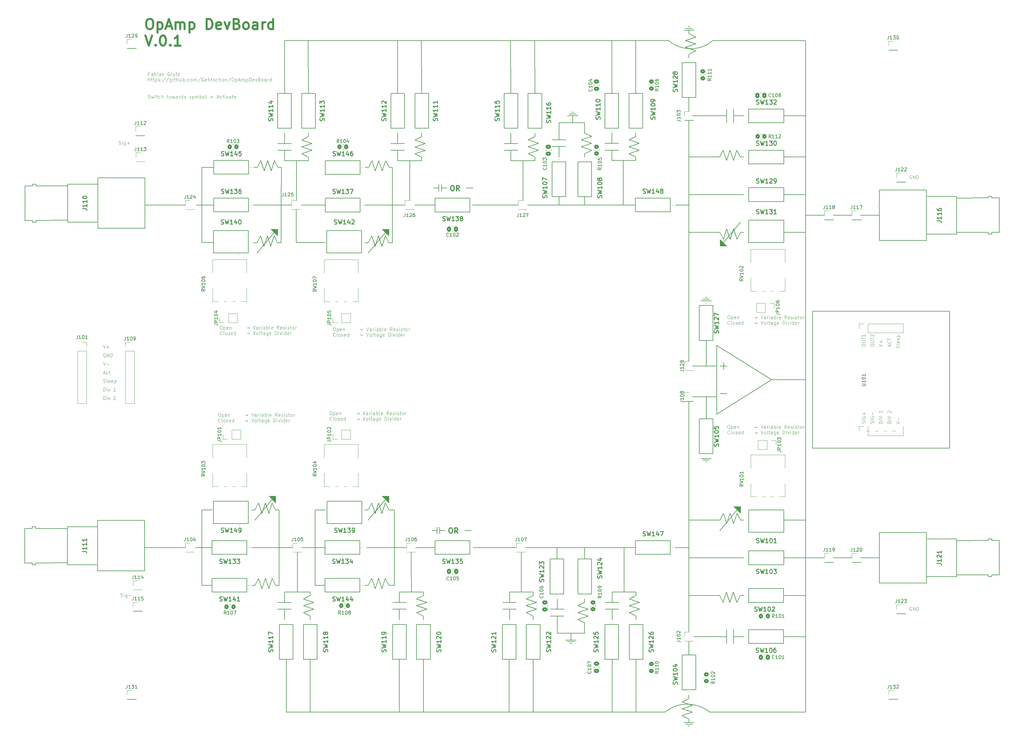
<source format=gto>
G04 #@! TF.GenerationSoftware,KiCad,Pcbnew,8.0.6*
G04 #@! TF.CreationDate,2025-08-21T09:53:28+02:00*
G04 #@! TF.ProjectId,OpAmpDevBoardProject,4f70416d-7044-4657-9642-6f6172645072,rev?*
G04 #@! TF.SameCoordinates,Original*
G04 #@! TF.FileFunction,Legend,Top*
G04 #@! TF.FilePolarity,Positive*
%FSLAX46Y46*%
G04 Gerber Fmt 4.6, Leading zero omitted, Abs format (unit mm)*
G04 Created by KiCad (PCBNEW 8.0.6) date 2025-08-21 09:53:28*
%MOMM*%
%LPD*%
G01*
G04 APERTURE LIST*
G04 Aperture macros list*
%AMRoundRect*
0 Rectangle with rounded corners*
0 $1 Rounding radius*
0 $2 $3 $4 $5 $6 $7 $8 $9 X,Y pos of 4 corners*
0 Add a 4 corners polygon primitive as box body*
4,1,4,$2,$3,$4,$5,$6,$7,$8,$9,$2,$3,0*
0 Add four circle primitives for the rounded corners*
1,1,$1+$1,$2,$3*
1,1,$1+$1,$4,$5*
1,1,$1+$1,$6,$7*
1,1,$1+$1,$8,$9*
0 Add four rect primitives between the rounded corners*
20,1,$1+$1,$2,$3,$4,$5,0*
20,1,$1+$1,$4,$5,$6,$7,0*
20,1,$1+$1,$6,$7,$8,$9,0*
20,1,$1+$1,$8,$9,$2,$3,0*%
G04 Aperture macros list end*
%ADD10C,0.200000*%
%ADD11C,0.100000*%
%ADD12C,0.300000*%
%ADD13C,0.600000*%
%ADD14C,0.254000*%
%ADD15C,0.150000*%
%ADD16C,0.120000*%
%ADD17R,1.300000X1.300000*%
%ADD18C,1.300000*%
%ADD19R,1.700000X1.700000*%
%ADD20C,1.446000*%
%ADD21C,3.015000*%
%ADD22C,4.000000*%
%ADD23C,1.800000*%
%ADD24RoundRect,0.250000X0.337500X0.475000X-0.337500X0.475000X-0.337500X-0.475000X0.337500X-0.475000X0*%
%ADD25RoundRect,0.250000X-0.450000X0.350000X-0.450000X-0.350000X0.450000X-0.350000X0.450000X0.350000X0*%
%ADD26O,1.700000X1.700000*%
%ADD27RoundRect,0.250000X-0.350000X-0.450000X0.350000X-0.450000X0.350000X0.450000X-0.350000X0.450000X0*%
%ADD28RoundRect,0.250000X-0.475000X0.337500X-0.475000X-0.337500X0.475000X-0.337500X0.475000X0.337500X0*%
%ADD29RoundRect,0.250000X0.450000X-0.350000X0.450000X0.350000X-0.450000X0.350000X-0.450000X-0.350000X0*%
%ADD30RoundRect,0.250000X0.475000X-0.337500X0.475000X0.337500X-0.475000X0.337500X-0.475000X-0.337500X0*%
%ADD31RoundRect,0.250000X0.350000X0.450000X-0.350000X0.450000X-0.350000X-0.450000X0.350000X-0.450000X0*%
%ADD32C,3.200000*%
G04 APERTURE END LIST*
D10*
X208500000Y-81025100D02*
X208500000Y-82025100D01*
X175130000Y-215000000D02*
X175130000Y-203269280D01*
X104500000Y-202000000D02*
X108500000Y-202000000D01*
X224000000Y-245080000D02*
X224000000Y-246080000D01*
X115000000Y-202000000D02*
X115000000Y-213000000D01*
X188080000Y-82970000D02*
X184080000Y-82970000D01*
X224000000Y-226670000D02*
X224000000Y-159330000D01*
X144092651Y-85096847D02*
X147092651Y-86096847D01*
X135500000Y-211000000D02*
X134500000Y-214000000D01*
X171580000Y-234640000D02*
X171580000Y-250000000D01*
X178580000Y-215000000D02*
X178580000Y-216000000D01*
X103170223Y-89025123D02*
X102170223Y-92025123D01*
X177000000Y-102000000D02*
X208360000Y-102000000D01*
X232000000Y-99000000D02*
X224000000Y-99000000D01*
X131500000Y-211000000D02*
X130500000Y-213000000D01*
X138000000Y-213000000D02*
X137500000Y-213000000D01*
X159080000Y-97050000D02*
X161080000Y-97050000D01*
X104080000Y-218000000D02*
X108080000Y-218000000D01*
X232080000Y-153050000D02*
X232080000Y-143050000D01*
X106080000Y-69410000D02*
X106080000Y-53999792D01*
X133500000Y-211000000D02*
X132500000Y-214000000D01*
X208500000Y-82025100D02*
X206500000Y-83025100D01*
X110000000Y-113000000D02*
X109500000Y-113000000D01*
X191580000Y-219000000D02*
X194580000Y-220000000D01*
X234085068Y-150052581D02*
X234085068Y-148052581D01*
X193580000Y-225000000D02*
X193580000Y-227000000D01*
X103500000Y-191000000D02*
X102500000Y-189000000D01*
X177107939Y-85024277D02*
X180107939Y-86024277D01*
X248080000Y-153050000D02*
X258000126Y-153050000D01*
X106080000Y-223000000D02*
X106080000Y-220000000D01*
X139580000Y-218000000D02*
X139580000Y-215000000D01*
X85440000Y-113000000D02*
X82000000Y-113000000D01*
X117940000Y-102050000D02*
X110999820Y-102050000D01*
X105170223Y-91025123D02*
X105080000Y-102050000D01*
X171680000Y-223000000D02*
X171680000Y-220000000D01*
X106080000Y-89050000D02*
X113080000Y-89050000D01*
X178580000Y-216000000D02*
X176580000Y-217000000D01*
X201500000Y-89000000D02*
X208500000Y-89025100D01*
X106080000Y-218000000D02*
X106080000Y-215000000D01*
X192593837Y-83012851D02*
X195593837Y-82012851D01*
X97080000Y-102050000D02*
X105080000Y-102050000D01*
X224000000Y-70640000D02*
X224000000Y-74670000D01*
X135500000Y-189000000D02*
X134500000Y-192000000D01*
X102500000Y-189000000D02*
X101500000Y-192000000D01*
X222000000Y-251080000D02*
X224000000Y-252080000D01*
X236924322Y-215025699D02*
X237924322Y-218025699D01*
X263475000Y-105000000D02*
X258000000Y-105000000D01*
X195593837Y-82012851D02*
X193593837Y-81012851D01*
X104080000Y-84050000D02*
X108080000Y-84050000D01*
X101080000Y-111050018D02*
X100080000Y-114050018D01*
X98170223Y-91025123D02*
X97170223Y-91025123D01*
X193593837Y-80012851D02*
X193593837Y-77970000D01*
X231963283Y-87999414D02*
X223998279Y-87999414D01*
X233000000Y-194000000D02*
X232000000Y-194000000D01*
X106580000Y-234640000D02*
X106580000Y-250010947D01*
X85440000Y-102000000D02*
X80440000Y-102000000D01*
X179107939Y-82024277D02*
X177107939Y-83024277D01*
X129489777Y-102050000D02*
X137489777Y-102050000D01*
X237000000Y-76000000D02*
X240000000Y-76000000D01*
X201580000Y-234640000D02*
X201580000Y-250005741D01*
X180107939Y-86024277D02*
X177107939Y-87024277D01*
X133500000Y-189000000D02*
X132500000Y-192000000D01*
X106080000Y-89050000D02*
X106080000Y-86050000D01*
X98080000Y-113050018D02*
X97080000Y-113050018D01*
X205080000Y-215000000D02*
X205080000Y-201999754D01*
X172080000Y-69410000D02*
X172000000Y-54000000D01*
X188080000Y-229000000D02*
X191080000Y-229000000D01*
X134500000Y-192000000D02*
X133500000Y-189000000D01*
X137500000Y-213000000D02*
X136500000Y-213000000D01*
X179580000Y-218000000D02*
X176580000Y-219000000D01*
X204790000Y-89037550D02*
X204790000Y-102008653D01*
X138080000Y-202000000D02*
X141670000Y-202000000D01*
X230000000Y-250000000D02*
X258000000Y-250000000D01*
X271475000Y-205000000D02*
X266000000Y-205000000D01*
X98500000Y-211000000D02*
X97500000Y-213000000D01*
X193580000Y-224000000D02*
X193580000Y-225000000D01*
X158580000Y-197000000D02*
X160580000Y-197000000D01*
X139080000Y-89050000D02*
X146092651Y-89096847D01*
X117940000Y-202000000D02*
X111128499Y-202005139D01*
X191580000Y-221000000D02*
X194580000Y-222000000D01*
X234000000Y-192000000D02*
X233000000Y-194000000D01*
X113080000Y-69410000D02*
X113000000Y-54000000D01*
X146580000Y-216000000D02*
X144580000Y-217000000D01*
X225000000Y-253580000D02*
X223000000Y-253580000D01*
X235000000Y-109000000D02*
X236000000Y-112000000D01*
X192593837Y-85012851D02*
X195593837Y-84012851D01*
X222985525Y-56000000D02*
X225985525Y-55000000D01*
X144580000Y-219000000D02*
X147580000Y-220000000D01*
X100170223Y-92025123D02*
X99170223Y-89025123D01*
X230500000Y-130000000D02*
X227500000Y-130000000D01*
X232080000Y-163050000D02*
X232080000Y-153050000D01*
X232000000Y-194000000D02*
X224000000Y-194000000D01*
X201500000Y-69410000D02*
X201500000Y-54000000D01*
X104080000Y-113050018D02*
X103080000Y-111050018D01*
X222985525Y-54000000D02*
X225985525Y-53000000D01*
X232000000Y-205000000D02*
X240000000Y-205000000D01*
X100500000Y-189000000D02*
X99500000Y-192000000D01*
X224000000Y-233360000D02*
X224000000Y-229330000D01*
X103080000Y-111050018D02*
X102080000Y-114050018D01*
X151080000Y-97050000D02*
X149580000Y-97050000D01*
X179580000Y-220000000D02*
X176580000Y-221000000D01*
X139080000Y-89050000D02*
X139080000Y-86050000D01*
X130500000Y-213000000D02*
X129500000Y-213000000D01*
X237000000Y-230000000D02*
X237000000Y-226000000D01*
X130489777Y-113050000D02*
X129489777Y-113050000D01*
X230000000Y-176500000D02*
X228000000Y-176500000D01*
X232080000Y-143050000D02*
X248080000Y-153050000D01*
X186080000Y-84970000D02*
X186080000Y-87970000D01*
X170080000Y-86050000D02*
X174080000Y-86050000D01*
X136500000Y-191000000D02*
X135500000Y-189000000D01*
X224000000Y-99000000D02*
X224000000Y-77330000D01*
X104500000Y-213000000D02*
X103500000Y-213000000D01*
X199580000Y-218000000D02*
X203580000Y-218000000D01*
X186080000Y-77970000D02*
X190080000Y-77970000D01*
X232000000Y-228000000D02*
X225321362Y-228000000D01*
D11*
X103500000Y-189000000D02*
X101500000Y-187000000D01*
X103500000Y-187000000D01*
X103500000Y-189000000D01*
G36*
X103500000Y-189000000D02*
G01*
X101500000Y-187000000D01*
X103500000Y-187000000D01*
X103500000Y-189000000D01*
G37*
D10*
X171680000Y-218000000D02*
X171680000Y-215000000D01*
X237924322Y-218025699D02*
X238924322Y-216025699D01*
X177107939Y-83024277D02*
X180107939Y-84024277D01*
X188580000Y-227000000D02*
X185580000Y-227000000D01*
X229250000Y-129000000D02*
X228750000Y-129000000D01*
X238000000Y-191000000D02*
X232999955Y-196999963D01*
X114580000Y-220000000D02*
X111580000Y-221000000D01*
X113580000Y-222000000D02*
X113580000Y-223000000D01*
X102080000Y-114050018D02*
X101080000Y-111050018D01*
X111080000Y-87050000D02*
X113080000Y-88050000D01*
X206500000Y-83025100D02*
X209500000Y-84025100D01*
X151330000Y-198000000D02*
X151330000Y-196000000D01*
X137580000Y-220000000D02*
X141580000Y-220000000D01*
X190580000Y-229500000D02*
X188580000Y-229500000D01*
D11*
X235000000Y-114000000D02*
X233000000Y-114000000D01*
X233000000Y-112000000D01*
X235000000Y-114000000D01*
G36*
X235000000Y-114000000D02*
G01*
X233000000Y-114000000D01*
X233000000Y-112000000D01*
X235000000Y-114000000D01*
G37*
D10*
X99500000Y-214000000D02*
X98500000Y-211000000D01*
X201500000Y-84000000D02*
X201500000Y-81000000D01*
X233080000Y-149050000D02*
X235080000Y-149050000D01*
X232963283Y-87999414D02*
X231963283Y-87999414D01*
X152830000Y-197000000D02*
X151330000Y-197000000D01*
X146092651Y-82096847D02*
X144092651Y-83096847D01*
X222000000Y-249080000D02*
X225000000Y-250080000D01*
X209580000Y-220000000D02*
X206580000Y-221000000D01*
X147092651Y-86096847D02*
X144092651Y-87096847D01*
X193593837Y-88012851D02*
X193593837Y-87012851D01*
X177107939Y-87024277D02*
X179107939Y-88024277D01*
X135489777Y-110050000D02*
X130489732Y-116049963D01*
X105170223Y-91025123D02*
X104170223Y-91025123D01*
X232924322Y-216025699D02*
X233924322Y-218025699D01*
X146092651Y-81096847D02*
X146092651Y-82096847D01*
X258000000Y-250000000D02*
X258000000Y-228000000D01*
X176300963Y-202005140D02*
X208360000Y-202000000D01*
X233080000Y-157050000D02*
X235080000Y-157050000D01*
X146580000Y-215000000D02*
X146580000Y-216000000D01*
X134500000Y-214000000D02*
X133500000Y-211000000D01*
X137080000Y-84050000D02*
X141080000Y-84050000D01*
X105080000Y-113050018D02*
X105080000Y-102050000D01*
X131489777Y-111050000D02*
X130489777Y-113050000D01*
X109500000Y-103330000D02*
X109500000Y-113000000D01*
X193580000Y-227000000D02*
X188580000Y-227000000D01*
X240000000Y-99000000D02*
X232000000Y-99000000D01*
X224000000Y-99000000D02*
X224000000Y-102000000D01*
X135489777Y-111050000D02*
X134489777Y-114050000D01*
X191580000Y-223000000D02*
X193580000Y-224000000D01*
X194580000Y-222000000D02*
X191580000Y-223000000D01*
X99170223Y-89025123D02*
X98170223Y-91025123D01*
X239000000Y-194000000D02*
X238000000Y-192000000D01*
X139080000Y-84050000D02*
X139080000Y-81050000D01*
X189330000Y-230000000D02*
X189830000Y-230000000D01*
X176580000Y-219000000D02*
X179580000Y-220000000D01*
X137547618Y-91057206D02*
X137489777Y-102050000D01*
X151080000Y-98050000D02*
X151080000Y-96050000D01*
X185580000Y-220000000D02*
X185580000Y-217000000D01*
X236000000Y-112000000D02*
X237000000Y-109000000D01*
X235924322Y-218025699D02*
X236924322Y-215025699D01*
X138080000Y-202000000D02*
X138080000Y-190999709D01*
X239000000Y-110000000D02*
X240000000Y-110000000D01*
X232000000Y-205000000D02*
X224000000Y-205000000D01*
X208580000Y-215000000D02*
X208580000Y-216000000D01*
D11*
X104080000Y-111050018D02*
X102080000Y-109050018D01*
X104080000Y-109050018D01*
X104080000Y-111050018D01*
G36*
X104080000Y-111050018D02*
G01*
X102080000Y-109050018D01*
X104080000Y-109050018D01*
X104080000Y-111050018D01*
G37*
D10*
X228000000Y-129500000D02*
X230000000Y-129500000D01*
X149940000Y-202000000D02*
X144300688Y-201999999D01*
X195593837Y-84012851D02*
X192593837Y-83012851D01*
X225000000Y-250080000D02*
X222000000Y-251080000D01*
X193580000Y-205360000D02*
X193580000Y-201973852D01*
X234963283Y-88999414D02*
X233963283Y-85999414D01*
X137547618Y-91057206D02*
X136547618Y-91057206D01*
X235000000Y-74000000D02*
X235000000Y-78000000D01*
X237000000Y-74000000D02*
X237000000Y-78000000D01*
X176580000Y-221000000D02*
X178580000Y-222000000D01*
X218000000Y-54000000D02*
X106080000Y-53999792D01*
X137080000Y-86050000D02*
X141080000Y-86050000D01*
X104080000Y-86050000D02*
X108080000Y-86050000D01*
X251640000Y-110000000D02*
X258000000Y-110000000D01*
X149940000Y-102050000D02*
X144000000Y-102000000D01*
X100080000Y-114050018D02*
X99080000Y-111050018D01*
X206500000Y-87025100D02*
X208500000Y-88025100D01*
X274000000Y-105000000D02*
X279535000Y-105000000D01*
X135547618Y-89057206D02*
X134547618Y-92057206D01*
X251640000Y-194000000D02*
X258000000Y-194000000D01*
X208500000Y-69410000D02*
X208500000Y-54000000D01*
X236963283Y-88999414D02*
X235963283Y-85999414D01*
X223985525Y-59000000D02*
X223985525Y-58000000D01*
X251560000Y-216000000D02*
X258000000Y-216000000D01*
X106080000Y-215000000D02*
X113580000Y-215000000D01*
X185480000Y-205360000D02*
X185480000Y-201960000D01*
X144092651Y-87096847D02*
X146092651Y-88096847D01*
X139580000Y-234640000D02*
X139580000Y-250005741D01*
X199500000Y-84000000D02*
X203500000Y-84000000D01*
X132500000Y-192000000D02*
X131500000Y-189000000D01*
X227500000Y-176000000D02*
X230500000Y-176000000D01*
X236000000Y-192000000D02*
X235000000Y-195000000D01*
X193580000Y-99610000D02*
X193580000Y-102000000D01*
X150580000Y-197000000D02*
X149080000Y-197000000D01*
X102500000Y-211000000D02*
X101500000Y-214000000D01*
X233963283Y-85999414D02*
X232963283Y-87999414D01*
X225985525Y-55000000D02*
X222985525Y-54000000D01*
X274000000Y-205000000D02*
X279535000Y-205000000D01*
X224250000Y-50000000D02*
X223750000Y-50000000D01*
X102170223Y-92025123D02*
X101170223Y-89025123D01*
X137500000Y-191000000D02*
X136500000Y-191000000D01*
X77170000Y-202000000D02*
X65239160Y-202001411D01*
X225000000Y-149000000D02*
X232000000Y-149000000D01*
X137489777Y-102050000D02*
X141170340Y-102050000D01*
X258000126Y-153050000D02*
X258000000Y-76000000D01*
X235000000Y-228000000D02*
X232000000Y-228000000D01*
X133489777Y-111050000D02*
X132489777Y-114050000D01*
X82000000Y-113000000D02*
X82000000Y-102000000D01*
X194580000Y-220000000D02*
X191580000Y-221000000D01*
X101170223Y-89025123D02*
X100170223Y-92025123D01*
X206580000Y-221000000D02*
X208580000Y-222000000D01*
X82000000Y-213000000D02*
X82000000Y-202000000D01*
X136547618Y-91057206D02*
X135547618Y-89057206D01*
X206500000Y-85025100D02*
X209500000Y-86025100D01*
X173670000Y-202000000D02*
X161195319Y-202000000D01*
X190080000Y-77970000D02*
X193593837Y-77970000D01*
X208500000Y-88025100D02*
X208500000Y-89025100D01*
X102500000Y-188000000D02*
X97499955Y-193999963D01*
X238000000Y-112000000D02*
X239000000Y-110000000D01*
X240000000Y-228000000D02*
X237000000Y-228000000D01*
X235000000Y-195000000D02*
X234000000Y-192000000D01*
X77170000Y-102000000D02*
X65391767Y-102000000D01*
X235963283Y-85999414D02*
X234963283Y-88999414D01*
X134489777Y-114050000D02*
X133489777Y-111050000D01*
X258000000Y-205000000D02*
X263475000Y-205000000D01*
X180107939Y-84024277D02*
X177107939Y-85024277D01*
X104500000Y-213000000D02*
X104500000Y-202000000D01*
X144092651Y-83096847D02*
X147092651Y-84096847D01*
X118000000Y-113000000D02*
X110000000Y-113000000D01*
X115000000Y-202000000D02*
X115000000Y-191000000D01*
X224000000Y-246080000D02*
X222000000Y-247080000D01*
X172080000Y-84050000D02*
X172080000Y-81050000D01*
X179080000Y-69410000D02*
X179000000Y-54000000D01*
X82000000Y-191000000D02*
X82000000Y-202000000D01*
X169680000Y-218000000D02*
X173680000Y-218000000D01*
X97500000Y-191000000D02*
X96500000Y-191000000D01*
X239963283Y-87999414D02*
X238963283Y-87999414D01*
X251560000Y-228000000D02*
X258000000Y-228000000D01*
X195593837Y-86012851D02*
X192593837Y-85012851D01*
X147092651Y-84096847D02*
X144092651Y-85096847D01*
X132547618Y-92057206D02*
X131547618Y-89057206D01*
X144580000Y-217000000D02*
X147580000Y-218000000D01*
X225985525Y-57000000D02*
X222985525Y-56000000D01*
X223750000Y-254080000D02*
X224250000Y-254080000D01*
X223985525Y-58000000D02*
X225985525Y-57000000D01*
X223000000Y-50500000D02*
X225000000Y-50500000D01*
X130080000Y-202000000D02*
X138080000Y-202000000D01*
X138000000Y-191000000D02*
X137500000Y-191000000D01*
X232000000Y-110000000D02*
X233000000Y-110000000D01*
X111080000Y-83050000D02*
X114080000Y-84050000D01*
X114080000Y-86050000D02*
X111080000Y-87050000D01*
X113080000Y-88050000D02*
X113080000Y-89050000D01*
X143000000Y-207000000D02*
X143000000Y-203330000D01*
X99080000Y-111050018D02*
X98080000Y-113050018D01*
X238924322Y-216025699D02*
X239924322Y-216025699D01*
X199580000Y-220000000D02*
X203580000Y-220000000D01*
X84940000Y-213000000D02*
X82000000Y-213000000D01*
X193580000Y-218000000D02*
X191580000Y-219000000D01*
X185580000Y-225000000D02*
X185580000Y-222000000D01*
X231000000Y-54000000D02*
X258000000Y-54000000D01*
X137489777Y-113050000D02*
X136489777Y-113050000D01*
X111580000Y-217000000D02*
X114580000Y-218000000D01*
X137580000Y-218000000D02*
X141580000Y-218000000D01*
X175576905Y-89050000D02*
X175576905Y-100670254D01*
X190080000Y-77970000D02*
X190080000Y-75970000D01*
X135500000Y-188000000D02*
X130499955Y-193999963D01*
X229000000Y-164440000D02*
X229000000Y-158000000D01*
X85020000Y-191000000D02*
X82000000Y-191000000D01*
X199500000Y-86000000D02*
X203500000Y-86000000D01*
D11*
X136500000Y-189000000D02*
X134500000Y-187000000D01*
X136500000Y-187000000D01*
X136500000Y-189000000D01*
G36*
X136500000Y-189000000D02*
G01*
X134500000Y-187000000D01*
X136500000Y-187000000D01*
X136500000Y-189000000D01*
G37*
D10*
X237000000Y-195000000D02*
X236000000Y-192000000D01*
X113580000Y-234640000D02*
X113580000Y-250010947D01*
X150580000Y-198000000D02*
X150580000Y-196000000D01*
X235000000Y-230000000D02*
X235000000Y-226000000D01*
X137489777Y-113050000D02*
X137489777Y-102050000D01*
X232000000Y-76000000D02*
X235000000Y-76000000D01*
X222500000Y-253080000D02*
X225500000Y-253080000D01*
X231000000Y-54000000D02*
G75*
G02*
X218000000Y-54000000I-6500000J7533950D01*
G01*
X225500000Y-51000000D02*
X222500000Y-51000000D01*
X82000000Y-102000000D02*
X82000000Y-91000000D01*
X97500000Y-213000000D02*
X96500000Y-213000000D01*
X111080000Y-85050000D02*
X114080000Y-86050000D01*
X176580000Y-217000000D02*
X179580000Y-218000000D01*
X144580000Y-221000000D02*
X146580000Y-222000000D01*
X189080000Y-75470000D02*
X191080000Y-75470000D01*
X147580000Y-218000000D02*
X144580000Y-219000000D01*
X138080000Y-202000000D02*
X138080000Y-213000291D01*
X113580000Y-215000000D02*
X113580000Y-216000000D01*
X174170000Y-102000000D02*
X161000000Y-102000000D01*
X142586326Y-89073424D02*
X142586326Y-100670321D01*
X146580000Y-222000000D02*
X146580000Y-223000000D01*
X185580000Y-225000000D02*
X185580000Y-227000000D01*
X271475000Y-105000000D02*
X266000000Y-105000000D01*
X98500000Y-189000000D02*
X97500000Y-191000000D01*
X251640000Y-88000000D02*
X258000000Y-88000000D01*
X233924322Y-218025699D02*
X234924322Y-215025699D01*
X151830000Y-98050000D02*
X151830000Y-96050000D01*
X238000000Y-192000000D02*
X237000000Y-195000000D01*
X193580000Y-217000000D02*
X193580000Y-218000000D01*
X258000000Y-76000000D02*
X251640000Y-76000000D01*
X113080000Y-81050000D02*
X113080000Y-82050000D01*
X115000000Y-213000000D02*
X117860000Y-213000000D01*
X104170223Y-91025123D02*
X103170223Y-89025123D01*
X103080000Y-110050018D02*
X98079955Y-116049981D01*
X139580000Y-223000000D02*
X139580000Y-220000000D01*
X229000000Y-141560000D02*
X229000000Y-149000000D01*
X193593837Y-87012851D02*
X195593837Y-86012851D01*
X224000000Y-252080000D02*
X224000000Y-253080000D01*
X231924322Y-216025699D02*
X223999958Y-216025699D01*
D11*
X136489777Y-111050000D02*
X134489777Y-109050000D01*
X136489777Y-109050000D01*
X136489777Y-111050000D01*
G36*
X136489777Y-111050000D02*
G01*
X134489777Y-109050000D01*
X136489777Y-109050000D01*
X136489777Y-111050000D01*
G37*
D10*
X170080000Y-84050000D02*
X174080000Y-84050000D01*
X136489777Y-113050000D02*
X135489777Y-111050000D01*
X179107939Y-81024277D02*
X179107939Y-82024277D01*
X240000000Y-194000000D02*
X239000000Y-194000000D01*
X206580000Y-217000000D02*
X209580000Y-218000000D01*
X201580000Y-215000000D02*
X208580000Y-215000000D01*
X172080000Y-89050000D02*
X172080000Y-86050000D01*
X132489777Y-114050000D02*
X131489777Y-111050000D01*
X131500000Y-189000000D02*
X130500000Y-191000000D01*
D11*
X239000000Y-192000000D02*
X237000000Y-190000000D01*
X239000000Y-190000000D01*
X239000000Y-192000000D01*
G36*
X239000000Y-192000000D02*
G01*
X237000000Y-190000000D01*
X239000000Y-190000000D01*
X239000000Y-192000000D01*
G37*
D10*
X186080000Y-79970000D02*
X186080000Y-77970000D01*
X238963283Y-87999414D02*
X237963283Y-85999414D01*
X232000000Y-110000000D02*
X224000000Y-110000000D01*
X106080000Y-84050000D02*
X106080000Y-81050000D01*
X178580000Y-234640000D02*
X178580000Y-250005741D01*
X225985525Y-53000000D02*
X223985525Y-52000000D01*
X100500000Y-211000000D02*
X99500000Y-214000000D01*
X111580000Y-221000000D02*
X113580000Y-222000000D01*
X132500000Y-214000000D02*
X131500000Y-211000000D01*
X237963283Y-85999414D02*
X236963283Y-88999414D01*
X201500000Y-89000000D02*
X201500000Y-86000000D01*
X206580000Y-219000000D02*
X209580000Y-220000000D01*
X217000000Y-250000000D02*
G75*
G02*
X230000000Y-250000000I6500000J-8082219D01*
G01*
X133547618Y-89057206D02*
X132547618Y-92057206D01*
X109580000Y-89050000D02*
X109580000Y-100670275D01*
X111580000Y-219000000D02*
X114580000Y-220000000D01*
X208580000Y-222000000D02*
X208580000Y-223000000D01*
X188080000Y-84970000D02*
X184080000Y-84970000D01*
X217000000Y-250000000D02*
X106580000Y-250010947D01*
X186080000Y-79970000D02*
X186080000Y-82970000D01*
X143080000Y-215000000D02*
X143000000Y-207000000D01*
X178580000Y-222000000D02*
X178580000Y-223000000D01*
X189580000Y-227000000D02*
X189580000Y-229000000D01*
X172080000Y-89050000D02*
X179073810Y-89050000D01*
X113080000Y-82050000D02*
X111080000Y-83050000D01*
X153330000Y-97050000D02*
X151830000Y-97050000D01*
X201580000Y-223000000D02*
X201580000Y-220000000D01*
X228750000Y-177000000D02*
X229250000Y-177000000D01*
X105080000Y-102050000D02*
X108170405Y-102050000D01*
X146580000Y-234640000D02*
X146580000Y-250005741D01*
X134547618Y-92057206D02*
X133547618Y-89057206D01*
X183580000Y-222000000D02*
X187580000Y-222000000D01*
X179107939Y-88024277D02*
X179107939Y-89024277D01*
X209500000Y-86025100D02*
X206500000Y-87025100D01*
X186080000Y-99610000D02*
X186080000Y-102000000D01*
X237000000Y-109000000D02*
X238000000Y-112000000D01*
X104500000Y-191000000D02*
X103500000Y-191000000D01*
X224000000Y-147670000D02*
X224000000Y-102000000D01*
X234000000Y-113000000D02*
X239000045Y-107000037D01*
X193593837Y-81012851D02*
X193593837Y-80012851D01*
X225000000Y-158000000D02*
X232080155Y-158000000D01*
X232000000Y-76000000D02*
X225000000Y-76000000D01*
X103500000Y-213000000D02*
X102500000Y-211000000D01*
X248080000Y-153050000D02*
X232080000Y-163050000D01*
X136500000Y-213000000D02*
X135500000Y-211000000D01*
X146080000Y-69410000D02*
X146000000Y-54000000D01*
X201580000Y-218000000D02*
X201580000Y-215000000D01*
X209500000Y-84025100D02*
X206500000Y-85025100D01*
X208580000Y-234640000D02*
X208580000Y-250005741D01*
X101500000Y-214000000D02*
X100500000Y-211000000D01*
X225000000Y-248080000D02*
X222000000Y-249080000D01*
X105080000Y-113050018D02*
X104080000Y-113050018D01*
X183580000Y-220000000D02*
X187580000Y-220000000D01*
X208580000Y-216000000D02*
X206580000Y-217000000D01*
X130500000Y-191000000D02*
X129500000Y-191000000D01*
X234924322Y-215025699D02*
X235924322Y-218025699D01*
X139580000Y-215000000D02*
X146580000Y-215000000D01*
X191580000Y-75970000D02*
X188580000Y-75970000D01*
X231924322Y-216025699D02*
X232924322Y-216025699D01*
X251640000Y-99000000D02*
X258000000Y-99000000D01*
X104080000Y-220000000D02*
X108080000Y-220000000D01*
X109830000Y-215000000D02*
X109830000Y-203328762D01*
X130547618Y-91057206D02*
X129547618Y-91057206D01*
X146092651Y-88096847D02*
X146092651Y-89096847D01*
X147580000Y-220000000D02*
X144580000Y-221000000D01*
X251640000Y-205000000D02*
X258000000Y-205000000D01*
X258000126Y-153050000D02*
X258000000Y-228000000D01*
X171680000Y-215000000D02*
X178580000Y-215000000D01*
X224000000Y-102000000D02*
X220000000Y-102000000D01*
X258000000Y-76000000D02*
X258000000Y-54000000D01*
X104500000Y-191000000D02*
X104500000Y-202000000D01*
X113580000Y-216000000D02*
X111580000Y-217000000D01*
X101500000Y-192000000D02*
X100500000Y-189000000D01*
X131547618Y-89057206D02*
X130547618Y-91057206D01*
X209580000Y-218000000D02*
X206580000Y-219000000D01*
X96500000Y-202000000D02*
X104500000Y-202000000D01*
X139080000Y-69410000D02*
X139000000Y-54000000D01*
X233000000Y-110000000D02*
X234000000Y-112000000D01*
X223985525Y-52000000D02*
X223985525Y-51000000D01*
X190330000Y-74970000D02*
X189830000Y-74970000D01*
X84940000Y-202000000D02*
X80000000Y-202000000D01*
X114080000Y-84050000D02*
X111080000Y-85050000D01*
X234000000Y-112000000D02*
X235000000Y-109000000D01*
X99500000Y-192000000D02*
X98500000Y-189000000D01*
X114580000Y-218000000D02*
X111580000Y-219000000D01*
X222000000Y-247080000D02*
X225000000Y-248080000D01*
X115000000Y-191000000D02*
X117940000Y-191000000D01*
X82000000Y-91000000D02*
X85440000Y-91000000D01*
X169680000Y-220000000D02*
X173680000Y-220000000D01*
X220000000Y-202000000D02*
X224000000Y-202000000D01*
D11*
X53161027Y-142872419D02*
X53494360Y-143872419D01*
X53494360Y-143872419D02*
X53827693Y-142872419D01*
X54161027Y-143491466D02*
X54922932Y-143491466D01*
X54541979Y-143872419D02*
X54541979Y-143110514D01*
X57756265Y-84324800D02*
X57899122Y-84372419D01*
X57899122Y-84372419D02*
X58137217Y-84372419D01*
X58137217Y-84372419D02*
X58232455Y-84324800D01*
X58232455Y-84324800D02*
X58280074Y-84277180D01*
X58280074Y-84277180D02*
X58327693Y-84181942D01*
X58327693Y-84181942D02*
X58327693Y-84086704D01*
X58327693Y-84086704D02*
X58280074Y-83991466D01*
X58280074Y-83991466D02*
X58232455Y-83943847D01*
X58232455Y-83943847D02*
X58137217Y-83896228D01*
X58137217Y-83896228D02*
X57946741Y-83848609D01*
X57946741Y-83848609D02*
X57851503Y-83800990D01*
X57851503Y-83800990D02*
X57803884Y-83753371D01*
X57803884Y-83753371D02*
X57756265Y-83658133D01*
X57756265Y-83658133D02*
X57756265Y-83562895D01*
X57756265Y-83562895D02*
X57803884Y-83467657D01*
X57803884Y-83467657D02*
X57851503Y-83420038D01*
X57851503Y-83420038D02*
X57946741Y-83372419D01*
X57946741Y-83372419D02*
X58184836Y-83372419D01*
X58184836Y-83372419D02*
X58327693Y-83420038D01*
X58756265Y-84372419D02*
X58756265Y-83705752D01*
X58756265Y-83372419D02*
X58708646Y-83420038D01*
X58708646Y-83420038D02*
X58756265Y-83467657D01*
X58756265Y-83467657D02*
X58803884Y-83420038D01*
X58803884Y-83420038D02*
X58756265Y-83372419D01*
X58756265Y-83372419D02*
X58756265Y-83467657D01*
X59661026Y-83705752D02*
X59661026Y-84515276D01*
X59661026Y-84515276D02*
X59613407Y-84610514D01*
X59613407Y-84610514D02*
X59565788Y-84658133D01*
X59565788Y-84658133D02*
X59470550Y-84705752D01*
X59470550Y-84705752D02*
X59327693Y-84705752D01*
X59327693Y-84705752D02*
X59232455Y-84658133D01*
X59661026Y-84324800D02*
X59565788Y-84372419D01*
X59565788Y-84372419D02*
X59375312Y-84372419D01*
X59375312Y-84372419D02*
X59280074Y-84324800D01*
X59280074Y-84324800D02*
X59232455Y-84277180D01*
X59232455Y-84277180D02*
X59184836Y-84181942D01*
X59184836Y-84181942D02*
X59184836Y-83896228D01*
X59184836Y-83896228D02*
X59232455Y-83800990D01*
X59232455Y-83800990D02*
X59280074Y-83753371D01*
X59280074Y-83753371D02*
X59375312Y-83705752D01*
X59375312Y-83705752D02*
X59565788Y-83705752D01*
X59565788Y-83705752D02*
X59661026Y-83753371D01*
X60137217Y-83991466D02*
X60899122Y-83991466D01*
X60518169Y-84372419D02*
X60518169Y-83610514D01*
X53256265Y-151086704D02*
X53732455Y-151086704D01*
X53161027Y-151372419D02*
X53494360Y-150372419D01*
X53494360Y-150372419D02*
X53827693Y-151372419D01*
X54589598Y-151324800D02*
X54494360Y-151372419D01*
X54494360Y-151372419D02*
X54303884Y-151372419D01*
X54303884Y-151372419D02*
X54208646Y-151324800D01*
X54208646Y-151324800D02*
X54161027Y-151277180D01*
X54161027Y-151277180D02*
X54113408Y-151181942D01*
X54113408Y-151181942D02*
X54113408Y-150896228D01*
X54113408Y-150896228D02*
X54161027Y-150800990D01*
X54161027Y-150800990D02*
X54208646Y-150753371D01*
X54208646Y-150753371D02*
X54303884Y-150705752D01*
X54303884Y-150705752D02*
X54494360Y-150705752D01*
X54494360Y-150705752D02*
X54589598Y-150753371D01*
X54875313Y-150705752D02*
X55256265Y-150705752D01*
X55018170Y-150372419D02*
X55018170Y-151229561D01*
X55018170Y-151229561D02*
X55065789Y-151324800D01*
X55065789Y-151324800D02*
X55161027Y-151372419D01*
X55161027Y-151372419D02*
X55256265Y-151372419D01*
X284372419Y-165838972D02*
X285372419Y-165505639D01*
X285372419Y-165505639D02*
X284372419Y-165172306D01*
X284991466Y-164838972D02*
X284991466Y-164077068D01*
X274372419Y-143005639D02*
X274372419Y-142815163D01*
X274372419Y-142815163D02*
X274420038Y-142719925D01*
X274420038Y-142719925D02*
X274515276Y-142624687D01*
X274515276Y-142624687D02*
X274705752Y-142577068D01*
X274705752Y-142577068D02*
X275039085Y-142577068D01*
X275039085Y-142577068D02*
X275229561Y-142624687D01*
X275229561Y-142624687D02*
X275324800Y-142719925D01*
X275324800Y-142719925D02*
X275372419Y-142815163D01*
X275372419Y-142815163D02*
X275372419Y-143005639D01*
X275372419Y-143005639D02*
X275324800Y-143100877D01*
X275324800Y-143100877D02*
X275229561Y-143196115D01*
X275229561Y-143196115D02*
X275039085Y-143243734D01*
X275039085Y-143243734D02*
X274705752Y-143243734D01*
X274705752Y-143243734D02*
X274515276Y-143196115D01*
X274515276Y-143196115D02*
X274420038Y-143100877D01*
X274420038Y-143100877D02*
X274372419Y-143005639D01*
X274372419Y-142148496D02*
X275181942Y-142148496D01*
X275181942Y-142148496D02*
X275277180Y-142100877D01*
X275277180Y-142100877D02*
X275324800Y-142053258D01*
X275324800Y-142053258D02*
X275372419Y-141958020D01*
X275372419Y-141958020D02*
X275372419Y-141767544D01*
X275372419Y-141767544D02*
X275324800Y-141672306D01*
X275324800Y-141672306D02*
X275277180Y-141624687D01*
X275277180Y-141624687D02*
X275181942Y-141577068D01*
X275181942Y-141577068D02*
X274372419Y-141577068D01*
X274372419Y-141243734D02*
X274372419Y-140672306D01*
X275372419Y-140958020D02*
X274372419Y-140958020D01*
X275372419Y-139815163D02*
X275372419Y-140386591D01*
X275372419Y-140100877D02*
X274372419Y-140100877D01*
X274372419Y-140100877D02*
X274515276Y-140196115D01*
X274515276Y-140196115D02*
X274610514Y-140291353D01*
X274610514Y-140291353D02*
X274658133Y-140386591D01*
X280372419Y-165696115D02*
X279372419Y-165696115D01*
X279372419Y-165696115D02*
X279372419Y-165458020D01*
X279372419Y-165458020D02*
X279420038Y-165315163D01*
X279420038Y-165315163D02*
X279515276Y-165219925D01*
X279515276Y-165219925D02*
X279610514Y-165172306D01*
X279610514Y-165172306D02*
X279800990Y-165124687D01*
X279800990Y-165124687D02*
X279943847Y-165124687D01*
X279943847Y-165124687D02*
X280134323Y-165172306D01*
X280134323Y-165172306D02*
X280229561Y-165219925D01*
X280229561Y-165219925D02*
X280324800Y-165315163D01*
X280324800Y-165315163D02*
X280372419Y-165458020D01*
X280372419Y-165458020D02*
X280372419Y-165696115D01*
X280372419Y-164696115D02*
X279372419Y-164696115D01*
X279372419Y-164362782D02*
X280372419Y-164029449D01*
X280372419Y-164029449D02*
X279372419Y-163696116D01*
X280372419Y-162077068D02*
X280372419Y-162648496D01*
X280372419Y-162362782D02*
X279372419Y-162362782D01*
X279372419Y-162362782D02*
X279515276Y-162458020D01*
X279515276Y-162458020D02*
X279610514Y-162553258D01*
X279610514Y-162553258D02*
X279658133Y-162648496D01*
X53303884Y-156372419D02*
X53303884Y-155372419D01*
X53303884Y-155372419D02*
X53541979Y-155372419D01*
X53541979Y-155372419D02*
X53684836Y-155420038D01*
X53684836Y-155420038D02*
X53780074Y-155515276D01*
X53780074Y-155515276D02*
X53827693Y-155610514D01*
X53827693Y-155610514D02*
X53875312Y-155800990D01*
X53875312Y-155800990D02*
X53875312Y-155943847D01*
X53875312Y-155943847D02*
X53827693Y-156134323D01*
X53827693Y-156134323D02*
X53780074Y-156229561D01*
X53780074Y-156229561D02*
X53684836Y-156324800D01*
X53684836Y-156324800D02*
X53541979Y-156372419D01*
X53541979Y-156372419D02*
X53303884Y-156372419D01*
X54303884Y-156372419D02*
X54303884Y-155705752D01*
X54303884Y-155372419D02*
X54256265Y-155420038D01*
X54256265Y-155420038D02*
X54303884Y-155467657D01*
X54303884Y-155467657D02*
X54351503Y-155420038D01*
X54351503Y-155420038D02*
X54303884Y-155372419D01*
X54303884Y-155372419D02*
X54303884Y-155467657D01*
X54684836Y-155705752D02*
X54922931Y-156372419D01*
X54922931Y-156372419D02*
X55161026Y-155705752D01*
X56827693Y-156372419D02*
X56256265Y-156372419D01*
X56541979Y-156372419D02*
X56541979Y-155372419D01*
X56541979Y-155372419D02*
X56446741Y-155515276D01*
X56446741Y-155515276D02*
X56351503Y-155610514D01*
X56351503Y-155610514D02*
X56256265Y-155658133D01*
X285324800Y-143743734D02*
X285372419Y-143600877D01*
X285372419Y-143600877D02*
X285372419Y-143362782D01*
X285372419Y-143362782D02*
X285324800Y-143267544D01*
X285324800Y-143267544D02*
X285277180Y-143219925D01*
X285277180Y-143219925D02*
X285181942Y-143172306D01*
X285181942Y-143172306D02*
X285086704Y-143172306D01*
X285086704Y-143172306D02*
X284991466Y-143219925D01*
X284991466Y-143219925D02*
X284943847Y-143267544D01*
X284943847Y-143267544D02*
X284896228Y-143362782D01*
X284896228Y-143362782D02*
X284848609Y-143553258D01*
X284848609Y-143553258D02*
X284800990Y-143648496D01*
X284800990Y-143648496D02*
X284753371Y-143696115D01*
X284753371Y-143696115D02*
X284658133Y-143743734D01*
X284658133Y-143743734D02*
X284562895Y-143743734D01*
X284562895Y-143743734D02*
X284467657Y-143696115D01*
X284467657Y-143696115D02*
X284420038Y-143648496D01*
X284420038Y-143648496D02*
X284372419Y-143553258D01*
X284372419Y-143553258D02*
X284372419Y-143315163D01*
X284372419Y-143315163D02*
X284420038Y-143172306D01*
X285372419Y-142600877D02*
X285324800Y-142696115D01*
X285324800Y-142696115D02*
X285229561Y-142743734D01*
X285229561Y-142743734D02*
X284372419Y-142743734D01*
X285324800Y-141838972D02*
X285372419Y-141934210D01*
X285372419Y-141934210D02*
X285372419Y-142124686D01*
X285372419Y-142124686D02*
X285324800Y-142219924D01*
X285324800Y-142219924D02*
X285229561Y-142267543D01*
X285229561Y-142267543D02*
X284848609Y-142267543D01*
X284848609Y-142267543D02*
X284753371Y-142219924D01*
X284753371Y-142219924D02*
X284705752Y-142124686D01*
X284705752Y-142124686D02*
X284705752Y-141934210D01*
X284705752Y-141934210D02*
X284753371Y-141838972D01*
X284753371Y-141838972D02*
X284848609Y-141791353D01*
X284848609Y-141791353D02*
X284943847Y-141791353D01*
X284943847Y-141791353D02*
X285039085Y-142267543D01*
X285324800Y-140981829D02*
X285372419Y-141077067D01*
X285372419Y-141077067D02*
X285372419Y-141267543D01*
X285372419Y-141267543D02*
X285324800Y-141362781D01*
X285324800Y-141362781D02*
X285229561Y-141410400D01*
X285229561Y-141410400D02*
X284848609Y-141410400D01*
X284848609Y-141410400D02*
X284753371Y-141362781D01*
X284753371Y-141362781D02*
X284705752Y-141267543D01*
X284705752Y-141267543D02*
X284705752Y-141077067D01*
X284705752Y-141077067D02*
X284753371Y-140981829D01*
X284753371Y-140981829D02*
X284848609Y-140934210D01*
X284848609Y-140934210D02*
X284943847Y-140934210D01*
X284943847Y-140934210D02*
X285039085Y-141410400D01*
X284705752Y-140505638D02*
X285705752Y-140505638D01*
X284753371Y-140505638D02*
X284705752Y-140410400D01*
X284705752Y-140410400D02*
X284705752Y-140219924D01*
X284705752Y-140219924D02*
X284753371Y-140124686D01*
X284753371Y-140124686D02*
X284800990Y-140077067D01*
X284800990Y-140077067D02*
X284896228Y-140029448D01*
X284896228Y-140029448D02*
X285181942Y-140029448D01*
X285181942Y-140029448D02*
X285277180Y-140077067D01*
X285277180Y-140077067D02*
X285324800Y-140124686D01*
X285324800Y-140124686D02*
X285372419Y-140219924D01*
X285372419Y-140219924D02*
X285372419Y-140410400D01*
X285372419Y-140410400D02*
X285324800Y-140505638D01*
D12*
X154420225Y-196300828D02*
X154705939Y-196300828D01*
X154705939Y-196300828D02*
X154848796Y-196372257D01*
X154848796Y-196372257D02*
X154991653Y-196515114D01*
X154991653Y-196515114D02*
X155063082Y-196800828D01*
X155063082Y-196800828D02*
X155063082Y-197300828D01*
X155063082Y-197300828D02*
X154991653Y-197586542D01*
X154991653Y-197586542D02*
X154848796Y-197729400D01*
X154848796Y-197729400D02*
X154705939Y-197800828D01*
X154705939Y-197800828D02*
X154420225Y-197800828D01*
X154420225Y-197800828D02*
X154277368Y-197729400D01*
X154277368Y-197729400D02*
X154134510Y-197586542D01*
X154134510Y-197586542D02*
X154063082Y-197300828D01*
X154063082Y-197300828D02*
X154063082Y-196800828D01*
X154063082Y-196800828D02*
X154134510Y-196515114D01*
X154134510Y-196515114D02*
X154277368Y-196372257D01*
X154277368Y-196372257D02*
X154420225Y-196300828D01*
X156563082Y-197800828D02*
X156063082Y-197086542D01*
X155705939Y-197800828D02*
X155705939Y-196300828D01*
X155705939Y-196300828D02*
X156277368Y-196300828D01*
X156277368Y-196300828D02*
X156420225Y-196372257D01*
X156420225Y-196372257D02*
X156491654Y-196443685D01*
X156491654Y-196443685D02*
X156563082Y-196586542D01*
X156563082Y-196586542D02*
X156563082Y-196800828D01*
X156563082Y-196800828D02*
X156491654Y-196943685D01*
X156491654Y-196943685D02*
X156420225Y-197015114D01*
X156420225Y-197015114D02*
X156277368Y-197086542D01*
X156277368Y-197086542D02*
X155705939Y-197086542D01*
D11*
X53161027Y-147872419D02*
X53494360Y-148872419D01*
X53494360Y-148872419D02*
X53827693Y-147872419D01*
X54161027Y-148491466D02*
X54922932Y-148491466D01*
X282872419Y-165696115D02*
X281872419Y-165696115D01*
X281872419Y-165696115D02*
X281872419Y-165458020D01*
X281872419Y-165458020D02*
X281920038Y-165315163D01*
X281920038Y-165315163D02*
X282015276Y-165219925D01*
X282015276Y-165219925D02*
X282110514Y-165172306D01*
X282110514Y-165172306D02*
X282300990Y-165124687D01*
X282300990Y-165124687D02*
X282443847Y-165124687D01*
X282443847Y-165124687D02*
X282634323Y-165172306D01*
X282634323Y-165172306D02*
X282729561Y-165219925D01*
X282729561Y-165219925D02*
X282824800Y-165315163D01*
X282824800Y-165315163D02*
X282872419Y-165458020D01*
X282872419Y-165458020D02*
X282872419Y-165696115D01*
X282872419Y-164696115D02*
X281872419Y-164696115D01*
X281872419Y-164362782D02*
X282872419Y-164029449D01*
X282872419Y-164029449D02*
X281872419Y-163696116D01*
X281967657Y-162648496D02*
X281920038Y-162600877D01*
X281920038Y-162600877D02*
X281872419Y-162505639D01*
X281872419Y-162505639D02*
X281872419Y-162267544D01*
X281872419Y-162267544D02*
X281920038Y-162172306D01*
X281920038Y-162172306D02*
X281967657Y-162124687D01*
X281967657Y-162124687D02*
X282062895Y-162077068D01*
X282062895Y-162077068D02*
X282158133Y-162077068D01*
X282158133Y-162077068D02*
X282300990Y-162124687D01*
X282300990Y-162124687D02*
X282872419Y-162696115D01*
X282872419Y-162696115D02*
X282872419Y-162077068D01*
X288827693Y-93420038D02*
X288732455Y-93372419D01*
X288732455Y-93372419D02*
X288589598Y-93372419D01*
X288589598Y-93372419D02*
X288446741Y-93420038D01*
X288446741Y-93420038D02*
X288351503Y-93515276D01*
X288351503Y-93515276D02*
X288303884Y-93610514D01*
X288303884Y-93610514D02*
X288256265Y-93800990D01*
X288256265Y-93800990D02*
X288256265Y-93943847D01*
X288256265Y-93943847D02*
X288303884Y-94134323D01*
X288303884Y-94134323D02*
X288351503Y-94229561D01*
X288351503Y-94229561D02*
X288446741Y-94324800D01*
X288446741Y-94324800D02*
X288589598Y-94372419D01*
X288589598Y-94372419D02*
X288684836Y-94372419D01*
X288684836Y-94372419D02*
X288827693Y-94324800D01*
X288827693Y-94324800D02*
X288875312Y-94277180D01*
X288875312Y-94277180D02*
X288875312Y-93943847D01*
X288875312Y-93943847D02*
X288684836Y-93943847D01*
X289303884Y-94372419D02*
X289303884Y-93372419D01*
X289303884Y-93372419D02*
X289875312Y-94372419D01*
X289875312Y-94372419D02*
X289875312Y-93372419D01*
X290351503Y-94372419D02*
X290351503Y-93372419D01*
X290351503Y-93372419D02*
X290589598Y-93372419D01*
X290589598Y-93372419D02*
X290732455Y-93420038D01*
X290732455Y-93420038D02*
X290827693Y-93515276D01*
X290827693Y-93515276D02*
X290875312Y-93610514D01*
X290875312Y-93610514D02*
X290922931Y-93800990D01*
X290922931Y-93800990D02*
X290922931Y-93943847D01*
X290922931Y-93943847D02*
X290875312Y-94134323D01*
X290875312Y-94134323D02*
X290827693Y-94229561D01*
X290827693Y-94229561D02*
X290732455Y-94324800D01*
X290732455Y-94324800D02*
X290589598Y-94372419D01*
X290589598Y-94372419D02*
X290351503Y-94372419D01*
X288827693Y-219420038D02*
X288732455Y-219372419D01*
X288732455Y-219372419D02*
X288589598Y-219372419D01*
X288589598Y-219372419D02*
X288446741Y-219420038D01*
X288446741Y-219420038D02*
X288351503Y-219515276D01*
X288351503Y-219515276D02*
X288303884Y-219610514D01*
X288303884Y-219610514D02*
X288256265Y-219800990D01*
X288256265Y-219800990D02*
X288256265Y-219943847D01*
X288256265Y-219943847D02*
X288303884Y-220134323D01*
X288303884Y-220134323D02*
X288351503Y-220229561D01*
X288351503Y-220229561D02*
X288446741Y-220324800D01*
X288446741Y-220324800D02*
X288589598Y-220372419D01*
X288589598Y-220372419D02*
X288684836Y-220372419D01*
X288684836Y-220372419D02*
X288827693Y-220324800D01*
X288827693Y-220324800D02*
X288875312Y-220277180D01*
X288875312Y-220277180D02*
X288875312Y-219943847D01*
X288875312Y-219943847D02*
X288684836Y-219943847D01*
X289303884Y-220372419D02*
X289303884Y-219372419D01*
X289303884Y-219372419D02*
X289875312Y-220372419D01*
X289875312Y-220372419D02*
X289875312Y-219372419D01*
X290351503Y-220372419D02*
X290351503Y-219372419D01*
X290351503Y-219372419D02*
X290589598Y-219372419D01*
X290589598Y-219372419D02*
X290732455Y-219420038D01*
X290732455Y-219420038D02*
X290827693Y-219515276D01*
X290827693Y-219515276D02*
X290875312Y-219610514D01*
X290875312Y-219610514D02*
X290922931Y-219800990D01*
X290922931Y-219800990D02*
X290922931Y-219943847D01*
X290922931Y-219943847D02*
X290875312Y-220134323D01*
X290875312Y-220134323D02*
X290827693Y-220229561D01*
X290827693Y-220229561D02*
X290732455Y-220324800D01*
X290732455Y-220324800D02*
X290589598Y-220372419D01*
X290589598Y-220372419D02*
X290351503Y-220372419D01*
X53303884Y-158872419D02*
X53303884Y-157872419D01*
X53303884Y-157872419D02*
X53541979Y-157872419D01*
X53541979Y-157872419D02*
X53684836Y-157920038D01*
X53684836Y-157920038D02*
X53780074Y-158015276D01*
X53780074Y-158015276D02*
X53827693Y-158110514D01*
X53827693Y-158110514D02*
X53875312Y-158300990D01*
X53875312Y-158300990D02*
X53875312Y-158443847D01*
X53875312Y-158443847D02*
X53827693Y-158634323D01*
X53827693Y-158634323D02*
X53780074Y-158729561D01*
X53780074Y-158729561D02*
X53684836Y-158824800D01*
X53684836Y-158824800D02*
X53541979Y-158872419D01*
X53541979Y-158872419D02*
X53303884Y-158872419D01*
X54303884Y-158872419D02*
X54303884Y-158205752D01*
X54303884Y-157872419D02*
X54256265Y-157920038D01*
X54256265Y-157920038D02*
X54303884Y-157967657D01*
X54303884Y-157967657D02*
X54351503Y-157920038D01*
X54351503Y-157920038D02*
X54303884Y-157872419D01*
X54303884Y-157872419D02*
X54303884Y-157967657D01*
X54684836Y-158205752D02*
X54922931Y-158872419D01*
X54922931Y-158872419D02*
X55161026Y-158205752D01*
X56256265Y-157967657D02*
X56303884Y-157920038D01*
X56303884Y-157920038D02*
X56399122Y-157872419D01*
X56399122Y-157872419D02*
X56637217Y-157872419D01*
X56637217Y-157872419D02*
X56732455Y-157920038D01*
X56732455Y-157920038D02*
X56780074Y-157967657D01*
X56780074Y-157967657D02*
X56827693Y-158062895D01*
X56827693Y-158062895D02*
X56827693Y-158158133D01*
X56827693Y-158158133D02*
X56780074Y-158300990D01*
X56780074Y-158300990D02*
X56208646Y-158872419D01*
X56208646Y-158872419D02*
X56827693Y-158872419D01*
X53256265Y-153824800D02*
X53399122Y-153872419D01*
X53399122Y-153872419D02*
X53637217Y-153872419D01*
X53637217Y-153872419D02*
X53732455Y-153824800D01*
X53732455Y-153824800D02*
X53780074Y-153777180D01*
X53780074Y-153777180D02*
X53827693Y-153681942D01*
X53827693Y-153681942D02*
X53827693Y-153586704D01*
X53827693Y-153586704D02*
X53780074Y-153491466D01*
X53780074Y-153491466D02*
X53732455Y-153443847D01*
X53732455Y-153443847D02*
X53637217Y-153396228D01*
X53637217Y-153396228D02*
X53446741Y-153348609D01*
X53446741Y-153348609D02*
X53351503Y-153300990D01*
X53351503Y-153300990D02*
X53303884Y-153253371D01*
X53303884Y-153253371D02*
X53256265Y-153158133D01*
X53256265Y-153158133D02*
X53256265Y-153062895D01*
X53256265Y-153062895D02*
X53303884Y-152967657D01*
X53303884Y-152967657D02*
X53351503Y-152920038D01*
X53351503Y-152920038D02*
X53446741Y-152872419D01*
X53446741Y-152872419D02*
X53684836Y-152872419D01*
X53684836Y-152872419D02*
X53827693Y-152920038D01*
X54399122Y-153872419D02*
X54303884Y-153824800D01*
X54303884Y-153824800D02*
X54256265Y-153729561D01*
X54256265Y-153729561D02*
X54256265Y-152872419D01*
X55161027Y-153824800D02*
X55065789Y-153872419D01*
X55065789Y-153872419D02*
X54875313Y-153872419D01*
X54875313Y-153872419D02*
X54780075Y-153824800D01*
X54780075Y-153824800D02*
X54732456Y-153729561D01*
X54732456Y-153729561D02*
X54732456Y-153348609D01*
X54732456Y-153348609D02*
X54780075Y-153253371D01*
X54780075Y-153253371D02*
X54875313Y-153205752D01*
X54875313Y-153205752D02*
X55065789Y-153205752D01*
X55065789Y-153205752D02*
X55161027Y-153253371D01*
X55161027Y-153253371D02*
X55208646Y-153348609D01*
X55208646Y-153348609D02*
X55208646Y-153443847D01*
X55208646Y-153443847D02*
X54732456Y-153539085D01*
X56018170Y-153824800D02*
X55922932Y-153872419D01*
X55922932Y-153872419D02*
X55732456Y-153872419D01*
X55732456Y-153872419D02*
X55637218Y-153824800D01*
X55637218Y-153824800D02*
X55589599Y-153729561D01*
X55589599Y-153729561D02*
X55589599Y-153348609D01*
X55589599Y-153348609D02*
X55637218Y-153253371D01*
X55637218Y-153253371D02*
X55732456Y-153205752D01*
X55732456Y-153205752D02*
X55922932Y-153205752D01*
X55922932Y-153205752D02*
X56018170Y-153253371D01*
X56018170Y-153253371D02*
X56065789Y-153348609D01*
X56065789Y-153348609D02*
X56065789Y-153443847D01*
X56065789Y-153443847D02*
X55589599Y-153539085D01*
X56494361Y-153205752D02*
X56494361Y-154205752D01*
X56494361Y-153253371D02*
X56589599Y-153205752D01*
X56589599Y-153205752D02*
X56780075Y-153205752D01*
X56780075Y-153205752D02*
X56875313Y-153253371D01*
X56875313Y-153253371D02*
X56922932Y-153300990D01*
X56922932Y-153300990D02*
X56970551Y-153396228D01*
X56970551Y-153396228D02*
X56970551Y-153681942D01*
X56970551Y-153681942D02*
X56922932Y-153777180D01*
X56922932Y-153777180D02*
X56875313Y-153824800D01*
X56875313Y-153824800D02*
X56780075Y-153872419D01*
X56780075Y-153872419D02*
X56589599Y-153872419D01*
X56589599Y-153872419D02*
X56494361Y-153824800D01*
X279372419Y-143338972D02*
X280372419Y-143005639D01*
X280372419Y-143005639D02*
X279372419Y-142672306D01*
X279991466Y-142338972D02*
X279991466Y-141577068D01*
X280372419Y-141958020D02*
X279610514Y-141958020D01*
X275324800Y-165743734D02*
X275372419Y-165600877D01*
X275372419Y-165600877D02*
X275372419Y-165362782D01*
X275372419Y-165362782D02*
X275324800Y-165267544D01*
X275324800Y-165267544D02*
X275277180Y-165219925D01*
X275277180Y-165219925D02*
X275181942Y-165172306D01*
X275181942Y-165172306D02*
X275086704Y-165172306D01*
X275086704Y-165172306D02*
X274991466Y-165219925D01*
X274991466Y-165219925D02*
X274943847Y-165267544D01*
X274943847Y-165267544D02*
X274896228Y-165362782D01*
X274896228Y-165362782D02*
X274848609Y-165553258D01*
X274848609Y-165553258D02*
X274800990Y-165648496D01*
X274800990Y-165648496D02*
X274753371Y-165696115D01*
X274753371Y-165696115D02*
X274658133Y-165743734D01*
X274658133Y-165743734D02*
X274562895Y-165743734D01*
X274562895Y-165743734D02*
X274467657Y-165696115D01*
X274467657Y-165696115D02*
X274420038Y-165648496D01*
X274420038Y-165648496D02*
X274372419Y-165553258D01*
X274372419Y-165553258D02*
X274372419Y-165315163D01*
X274372419Y-165315163D02*
X274420038Y-165172306D01*
X275372419Y-164743734D02*
X274372419Y-164743734D01*
X274420038Y-163743735D02*
X274372419Y-163838973D01*
X274372419Y-163838973D02*
X274372419Y-163981830D01*
X274372419Y-163981830D02*
X274420038Y-164124687D01*
X274420038Y-164124687D02*
X274515276Y-164219925D01*
X274515276Y-164219925D02*
X274610514Y-164267544D01*
X274610514Y-164267544D02*
X274800990Y-164315163D01*
X274800990Y-164315163D02*
X274943847Y-164315163D01*
X274943847Y-164315163D02*
X275134323Y-164267544D01*
X275134323Y-164267544D02*
X275229561Y-164219925D01*
X275229561Y-164219925D02*
X275324800Y-164124687D01*
X275324800Y-164124687D02*
X275372419Y-163981830D01*
X275372419Y-163981830D02*
X275372419Y-163886592D01*
X275372419Y-163886592D02*
X275324800Y-163743735D01*
X275324800Y-163743735D02*
X275277180Y-163696116D01*
X275277180Y-163696116D02*
X274943847Y-163696116D01*
X274943847Y-163696116D02*
X274943847Y-163886592D01*
X274991466Y-163267544D02*
X274991466Y-162505640D01*
X275372419Y-162886592D02*
X274610514Y-162886592D01*
X120494360Y-137762475D02*
X120684836Y-137762475D01*
X120684836Y-137762475D02*
X120780074Y-137810094D01*
X120780074Y-137810094D02*
X120875312Y-137905332D01*
X120875312Y-137905332D02*
X120922931Y-138095808D01*
X120922931Y-138095808D02*
X120922931Y-138429141D01*
X120922931Y-138429141D02*
X120875312Y-138619617D01*
X120875312Y-138619617D02*
X120780074Y-138714856D01*
X120780074Y-138714856D02*
X120684836Y-138762475D01*
X120684836Y-138762475D02*
X120494360Y-138762475D01*
X120494360Y-138762475D02*
X120399122Y-138714856D01*
X120399122Y-138714856D02*
X120303884Y-138619617D01*
X120303884Y-138619617D02*
X120256265Y-138429141D01*
X120256265Y-138429141D02*
X120256265Y-138095808D01*
X120256265Y-138095808D02*
X120303884Y-137905332D01*
X120303884Y-137905332D02*
X120399122Y-137810094D01*
X120399122Y-137810094D02*
X120494360Y-137762475D01*
X121351503Y-138095808D02*
X121351503Y-139095808D01*
X121351503Y-138143427D02*
X121446741Y-138095808D01*
X121446741Y-138095808D02*
X121637217Y-138095808D01*
X121637217Y-138095808D02*
X121732455Y-138143427D01*
X121732455Y-138143427D02*
X121780074Y-138191046D01*
X121780074Y-138191046D02*
X121827693Y-138286284D01*
X121827693Y-138286284D02*
X121827693Y-138571998D01*
X121827693Y-138571998D02*
X121780074Y-138667236D01*
X121780074Y-138667236D02*
X121732455Y-138714856D01*
X121732455Y-138714856D02*
X121637217Y-138762475D01*
X121637217Y-138762475D02*
X121446741Y-138762475D01*
X121446741Y-138762475D02*
X121351503Y-138714856D01*
X122637217Y-138714856D02*
X122541979Y-138762475D01*
X122541979Y-138762475D02*
X122351503Y-138762475D01*
X122351503Y-138762475D02*
X122256265Y-138714856D01*
X122256265Y-138714856D02*
X122208646Y-138619617D01*
X122208646Y-138619617D02*
X122208646Y-138238665D01*
X122208646Y-138238665D02*
X122256265Y-138143427D01*
X122256265Y-138143427D02*
X122351503Y-138095808D01*
X122351503Y-138095808D02*
X122541979Y-138095808D01*
X122541979Y-138095808D02*
X122637217Y-138143427D01*
X122637217Y-138143427D02*
X122684836Y-138238665D01*
X122684836Y-138238665D02*
X122684836Y-138333903D01*
X122684836Y-138333903D02*
X122208646Y-138429141D01*
X123113408Y-138095808D02*
X123113408Y-138762475D01*
X123113408Y-138191046D02*
X123161027Y-138143427D01*
X123161027Y-138143427D02*
X123256265Y-138095808D01*
X123256265Y-138095808D02*
X123399122Y-138095808D01*
X123399122Y-138095808D02*
X123494360Y-138143427D01*
X123494360Y-138143427D02*
X123541979Y-138238665D01*
X123541979Y-138238665D02*
X123541979Y-138762475D01*
X128065788Y-138381522D02*
X128827693Y-138381522D01*
X128637216Y-138571998D02*
X128827693Y-138381522D01*
X128827693Y-138381522D02*
X128637216Y-138191046D01*
X129922931Y-137762475D02*
X130256264Y-138762475D01*
X130256264Y-138762475D02*
X130589597Y-137762475D01*
X131351502Y-138762475D02*
X131351502Y-138238665D01*
X131351502Y-138238665D02*
X131303883Y-138143427D01*
X131303883Y-138143427D02*
X131208645Y-138095808D01*
X131208645Y-138095808D02*
X131018169Y-138095808D01*
X131018169Y-138095808D02*
X130922931Y-138143427D01*
X131351502Y-138714856D02*
X131256264Y-138762475D01*
X131256264Y-138762475D02*
X131018169Y-138762475D01*
X131018169Y-138762475D02*
X130922931Y-138714856D01*
X130922931Y-138714856D02*
X130875312Y-138619617D01*
X130875312Y-138619617D02*
X130875312Y-138524379D01*
X130875312Y-138524379D02*
X130922931Y-138429141D01*
X130922931Y-138429141D02*
X131018169Y-138381522D01*
X131018169Y-138381522D02*
X131256264Y-138381522D01*
X131256264Y-138381522D02*
X131351502Y-138333903D01*
X131827693Y-138762475D02*
X131827693Y-138095808D01*
X131827693Y-138286284D02*
X131875312Y-138191046D01*
X131875312Y-138191046D02*
X131922931Y-138143427D01*
X131922931Y-138143427D02*
X132018169Y-138095808D01*
X132018169Y-138095808D02*
X132113407Y-138095808D01*
X132446741Y-138762475D02*
X132446741Y-138095808D01*
X132446741Y-137762475D02*
X132399122Y-137810094D01*
X132399122Y-137810094D02*
X132446741Y-137857713D01*
X132446741Y-137857713D02*
X132494360Y-137810094D01*
X132494360Y-137810094D02*
X132446741Y-137762475D01*
X132446741Y-137762475D02*
X132446741Y-137857713D01*
X133351502Y-138762475D02*
X133351502Y-138238665D01*
X133351502Y-138238665D02*
X133303883Y-138143427D01*
X133303883Y-138143427D02*
X133208645Y-138095808D01*
X133208645Y-138095808D02*
X133018169Y-138095808D01*
X133018169Y-138095808D02*
X132922931Y-138143427D01*
X133351502Y-138714856D02*
X133256264Y-138762475D01*
X133256264Y-138762475D02*
X133018169Y-138762475D01*
X133018169Y-138762475D02*
X132922931Y-138714856D01*
X132922931Y-138714856D02*
X132875312Y-138619617D01*
X132875312Y-138619617D02*
X132875312Y-138524379D01*
X132875312Y-138524379D02*
X132922931Y-138429141D01*
X132922931Y-138429141D02*
X133018169Y-138381522D01*
X133018169Y-138381522D02*
X133256264Y-138381522D01*
X133256264Y-138381522D02*
X133351502Y-138333903D01*
X133827693Y-138762475D02*
X133827693Y-137762475D01*
X133827693Y-138143427D02*
X133922931Y-138095808D01*
X133922931Y-138095808D02*
X134113407Y-138095808D01*
X134113407Y-138095808D02*
X134208645Y-138143427D01*
X134208645Y-138143427D02*
X134256264Y-138191046D01*
X134256264Y-138191046D02*
X134303883Y-138286284D01*
X134303883Y-138286284D02*
X134303883Y-138571998D01*
X134303883Y-138571998D02*
X134256264Y-138667236D01*
X134256264Y-138667236D02*
X134208645Y-138714856D01*
X134208645Y-138714856D02*
X134113407Y-138762475D01*
X134113407Y-138762475D02*
X133922931Y-138762475D01*
X133922931Y-138762475D02*
X133827693Y-138714856D01*
X134875312Y-138762475D02*
X134780074Y-138714856D01*
X134780074Y-138714856D02*
X134732455Y-138619617D01*
X134732455Y-138619617D02*
X134732455Y-137762475D01*
X135637217Y-138714856D02*
X135541979Y-138762475D01*
X135541979Y-138762475D02*
X135351503Y-138762475D01*
X135351503Y-138762475D02*
X135256265Y-138714856D01*
X135256265Y-138714856D02*
X135208646Y-138619617D01*
X135208646Y-138619617D02*
X135208646Y-138238665D01*
X135208646Y-138238665D02*
X135256265Y-138143427D01*
X135256265Y-138143427D02*
X135351503Y-138095808D01*
X135351503Y-138095808D02*
X135541979Y-138095808D01*
X135541979Y-138095808D02*
X135637217Y-138143427D01*
X135637217Y-138143427D02*
X135684836Y-138238665D01*
X135684836Y-138238665D02*
X135684836Y-138333903D01*
X135684836Y-138333903D02*
X135208646Y-138429141D01*
X137446741Y-138762475D02*
X137113408Y-138286284D01*
X136875313Y-138762475D02*
X136875313Y-137762475D01*
X136875313Y-137762475D02*
X137256265Y-137762475D01*
X137256265Y-137762475D02*
X137351503Y-137810094D01*
X137351503Y-137810094D02*
X137399122Y-137857713D01*
X137399122Y-137857713D02*
X137446741Y-137952951D01*
X137446741Y-137952951D02*
X137446741Y-138095808D01*
X137446741Y-138095808D02*
X137399122Y-138191046D01*
X137399122Y-138191046D02*
X137351503Y-138238665D01*
X137351503Y-138238665D02*
X137256265Y-138286284D01*
X137256265Y-138286284D02*
X136875313Y-138286284D01*
X138256265Y-138714856D02*
X138161027Y-138762475D01*
X138161027Y-138762475D02*
X137970551Y-138762475D01*
X137970551Y-138762475D02*
X137875313Y-138714856D01*
X137875313Y-138714856D02*
X137827694Y-138619617D01*
X137827694Y-138619617D02*
X137827694Y-138238665D01*
X137827694Y-138238665D02*
X137875313Y-138143427D01*
X137875313Y-138143427D02*
X137970551Y-138095808D01*
X137970551Y-138095808D02*
X138161027Y-138095808D01*
X138161027Y-138095808D02*
X138256265Y-138143427D01*
X138256265Y-138143427D02*
X138303884Y-138238665D01*
X138303884Y-138238665D02*
X138303884Y-138333903D01*
X138303884Y-138333903D02*
X137827694Y-138429141D01*
X138684837Y-138714856D02*
X138780075Y-138762475D01*
X138780075Y-138762475D02*
X138970551Y-138762475D01*
X138970551Y-138762475D02*
X139065789Y-138714856D01*
X139065789Y-138714856D02*
X139113408Y-138619617D01*
X139113408Y-138619617D02*
X139113408Y-138571998D01*
X139113408Y-138571998D02*
X139065789Y-138476760D01*
X139065789Y-138476760D02*
X138970551Y-138429141D01*
X138970551Y-138429141D02*
X138827694Y-138429141D01*
X138827694Y-138429141D02*
X138732456Y-138381522D01*
X138732456Y-138381522D02*
X138684837Y-138286284D01*
X138684837Y-138286284D02*
X138684837Y-138238665D01*
X138684837Y-138238665D02*
X138732456Y-138143427D01*
X138732456Y-138143427D02*
X138827694Y-138095808D01*
X138827694Y-138095808D02*
X138970551Y-138095808D01*
X138970551Y-138095808D02*
X139065789Y-138143427D01*
X139541980Y-138762475D02*
X139541980Y-138095808D01*
X139541980Y-137762475D02*
X139494361Y-137810094D01*
X139494361Y-137810094D02*
X139541980Y-137857713D01*
X139541980Y-137857713D02*
X139589599Y-137810094D01*
X139589599Y-137810094D02*
X139541980Y-137762475D01*
X139541980Y-137762475D02*
X139541980Y-137857713D01*
X139970551Y-138714856D02*
X140065789Y-138762475D01*
X140065789Y-138762475D02*
X140256265Y-138762475D01*
X140256265Y-138762475D02*
X140351503Y-138714856D01*
X140351503Y-138714856D02*
X140399122Y-138619617D01*
X140399122Y-138619617D02*
X140399122Y-138571998D01*
X140399122Y-138571998D02*
X140351503Y-138476760D01*
X140351503Y-138476760D02*
X140256265Y-138429141D01*
X140256265Y-138429141D02*
X140113408Y-138429141D01*
X140113408Y-138429141D02*
X140018170Y-138381522D01*
X140018170Y-138381522D02*
X139970551Y-138286284D01*
X139970551Y-138286284D02*
X139970551Y-138238665D01*
X139970551Y-138238665D02*
X140018170Y-138143427D01*
X140018170Y-138143427D02*
X140113408Y-138095808D01*
X140113408Y-138095808D02*
X140256265Y-138095808D01*
X140256265Y-138095808D02*
X140351503Y-138143427D01*
X140684837Y-138095808D02*
X141065789Y-138095808D01*
X140827694Y-137762475D02*
X140827694Y-138619617D01*
X140827694Y-138619617D02*
X140875313Y-138714856D01*
X140875313Y-138714856D02*
X140970551Y-138762475D01*
X140970551Y-138762475D02*
X141065789Y-138762475D01*
X141541980Y-138762475D02*
X141446742Y-138714856D01*
X141446742Y-138714856D02*
X141399123Y-138667236D01*
X141399123Y-138667236D02*
X141351504Y-138571998D01*
X141351504Y-138571998D02*
X141351504Y-138286284D01*
X141351504Y-138286284D02*
X141399123Y-138191046D01*
X141399123Y-138191046D02*
X141446742Y-138143427D01*
X141446742Y-138143427D02*
X141541980Y-138095808D01*
X141541980Y-138095808D02*
X141684837Y-138095808D01*
X141684837Y-138095808D02*
X141780075Y-138143427D01*
X141780075Y-138143427D02*
X141827694Y-138191046D01*
X141827694Y-138191046D02*
X141875313Y-138286284D01*
X141875313Y-138286284D02*
X141875313Y-138571998D01*
X141875313Y-138571998D02*
X141827694Y-138667236D01*
X141827694Y-138667236D02*
X141780075Y-138714856D01*
X141780075Y-138714856D02*
X141684837Y-138762475D01*
X141684837Y-138762475D02*
X141541980Y-138762475D01*
X142303885Y-138762475D02*
X142303885Y-138095808D01*
X142303885Y-138286284D02*
X142351504Y-138191046D01*
X142351504Y-138191046D02*
X142399123Y-138143427D01*
X142399123Y-138143427D02*
X142494361Y-138095808D01*
X142494361Y-138095808D02*
X142589599Y-138095808D01*
X120875312Y-140277180D02*
X120827693Y-140324800D01*
X120827693Y-140324800D02*
X120684836Y-140372419D01*
X120684836Y-140372419D02*
X120589598Y-140372419D01*
X120589598Y-140372419D02*
X120446741Y-140324800D01*
X120446741Y-140324800D02*
X120351503Y-140229561D01*
X120351503Y-140229561D02*
X120303884Y-140134323D01*
X120303884Y-140134323D02*
X120256265Y-139943847D01*
X120256265Y-139943847D02*
X120256265Y-139800990D01*
X120256265Y-139800990D02*
X120303884Y-139610514D01*
X120303884Y-139610514D02*
X120351503Y-139515276D01*
X120351503Y-139515276D02*
X120446741Y-139420038D01*
X120446741Y-139420038D02*
X120589598Y-139372419D01*
X120589598Y-139372419D02*
X120684836Y-139372419D01*
X120684836Y-139372419D02*
X120827693Y-139420038D01*
X120827693Y-139420038D02*
X120875312Y-139467657D01*
X121446741Y-140372419D02*
X121351503Y-140324800D01*
X121351503Y-140324800D02*
X121303884Y-140229561D01*
X121303884Y-140229561D02*
X121303884Y-139372419D01*
X121970551Y-140372419D02*
X121875313Y-140324800D01*
X121875313Y-140324800D02*
X121827694Y-140277180D01*
X121827694Y-140277180D02*
X121780075Y-140181942D01*
X121780075Y-140181942D02*
X121780075Y-139896228D01*
X121780075Y-139896228D02*
X121827694Y-139800990D01*
X121827694Y-139800990D02*
X121875313Y-139753371D01*
X121875313Y-139753371D02*
X121970551Y-139705752D01*
X121970551Y-139705752D02*
X122113408Y-139705752D01*
X122113408Y-139705752D02*
X122208646Y-139753371D01*
X122208646Y-139753371D02*
X122256265Y-139800990D01*
X122256265Y-139800990D02*
X122303884Y-139896228D01*
X122303884Y-139896228D02*
X122303884Y-140181942D01*
X122303884Y-140181942D02*
X122256265Y-140277180D01*
X122256265Y-140277180D02*
X122208646Y-140324800D01*
X122208646Y-140324800D02*
X122113408Y-140372419D01*
X122113408Y-140372419D02*
X121970551Y-140372419D01*
X122684837Y-140324800D02*
X122780075Y-140372419D01*
X122780075Y-140372419D02*
X122970551Y-140372419D01*
X122970551Y-140372419D02*
X123065789Y-140324800D01*
X123065789Y-140324800D02*
X123113408Y-140229561D01*
X123113408Y-140229561D02*
X123113408Y-140181942D01*
X123113408Y-140181942D02*
X123065789Y-140086704D01*
X123065789Y-140086704D02*
X122970551Y-140039085D01*
X122970551Y-140039085D02*
X122827694Y-140039085D01*
X122827694Y-140039085D02*
X122732456Y-139991466D01*
X122732456Y-139991466D02*
X122684837Y-139896228D01*
X122684837Y-139896228D02*
X122684837Y-139848609D01*
X122684837Y-139848609D02*
X122732456Y-139753371D01*
X122732456Y-139753371D02*
X122827694Y-139705752D01*
X122827694Y-139705752D02*
X122970551Y-139705752D01*
X122970551Y-139705752D02*
X123065789Y-139753371D01*
X123922932Y-140324800D02*
X123827694Y-140372419D01*
X123827694Y-140372419D02*
X123637218Y-140372419D01*
X123637218Y-140372419D02*
X123541980Y-140324800D01*
X123541980Y-140324800D02*
X123494361Y-140229561D01*
X123494361Y-140229561D02*
X123494361Y-139848609D01*
X123494361Y-139848609D02*
X123541980Y-139753371D01*
X123541980Y-139753371D02*
X123637218Y-139705752D01*
X123637218Y-139705752D02*
X123827694Y-139705752D01*
X123827694Y-139705752D02*
X123922932Y-139753371D01*
X123922932Y-139753371D02*
X123970551Y-139848609D01*
X123970551Y-139848609D02*
X123970551Y-139943847D01*
X123970551Y-139943847D02*
X123494361Y-140039085D01*
X124827694Y-140372419D02*
X124827694Y-139372419D01*
X124827694Y-140324800D02*
X124732456Y-140372419D01*
X124732456Y-140372419D02*
X124541980Y-140372419D01*
X124541980Y-140372419D02*
X124446742Y-140324800D01*
X124446742Y-140324800D02*
X124399123Y-140277180D01*
X124399123Y-140277180D02*
X124351504Y-140181942D01*
X124351504Y-140181942D02*
X124351504Y-139896228D01*
X124351504Y-139896228D02*
X124399123Y-139800990D01*
X124399123Y-139800990D02*
X124446742Y-139753371D01*
X124446742Y-139753371D02*
X124541980Y-139705752D01*
X124541980Y-139705752D02*
X124732456Y-139705752D01*
X124732456Y-139705752D02*
X124827694Y-139753371D01*
X128065788Y-139991466D02*
X128827693Y-139991466D01*
X128637216Y-140181942D02*
X128827693Y-139991466D01*
X128827693Y-139991466D02*
X128637216Y-139800990D01*
X129922931Y-139372419D02*
X130256264Y-140372419D01*
X130256264Y-140372419D02*
X130589597Y-139372419D01*
X131065788Y-140372419D02*
X130970550Y-140324800D01*
X130970550Y-140324800D02*
X130922931Y-140277180D01*
X130922931Y-140277180D02*
X130875312Y-140181942D01*
X130875312Y-140181942D02*
X130875312Y-139896228D01*
X130875312Y-139896228D02*
X130922931Y-139800990D01*
X130922931Y-139800990D02*
X130970550Y-139753371D01*
X130970550Y-139753371D02*
X131065788Y-139705752D01*
X131065788Y-139705752D02*
X131208645Y-139705752D01*
X131208645Y-139705752D02*
X131303883Y-139753371D01*
X131303883Y-139753371D02*
X131351502Y-139800990D01*
X131351502Y-139800990D02*
X131399121Y-139896228D01*
X131399121Y-139896228D02*
X131399121Y-140181942D01*
X131399121Y-140181942D02*
X131351502Y-140277180D01*
X131351502Y-140277180D02*
X131303883Y-140324800D01*
X131303883Y-140324800D02*
X131208645Y-140372419D01*
X131208645Y-140372419D02*
X131065788Y-140372419D01*
X131970550Y-140372419D02*
X131875312Y-140324800D01*
X131875312Y-140324800D02*
X131827693Y-140229561D01*
X131827693Y-140229561D02*
X131827693Y-139372419D01*
X132208646Y-139705752D02*
X132589598Y-139705752D01*
X132351503Y-139372419D02*
X132351503Y-140229561D01*
X132351503Y-140229561D02*
X132399122Y-140324800D01*
X132399122Y-140324800D02*
X132494360Y-140372419D01*
X132494360Y-140372419D02*
X132589598Y-140372419D01*
X133351503Y-140372419D02*
X133351503Y-139848609D01*
X133351503Y-139848609D02*
X133303884Y-139753371D01*
X133303884Y-139753371D02*
X133208646Y-139705752D01*
X133208646Y-139705752D02*
X133018170Y-139705752D01*
X133018170Y-139705752D02*
X132922932Y-139753371D01*
X133351503Y-140324800D02*
X133256265Y-140372419D01*
X133256265Y-140372419D02*
X133018170Y-140372419D01*
X133018170Y-140372419D02*
X132922932Y-140324800D01*
X132922932Y-140324800D02*
X132875313Y-140229561D01*
X132875313Y-140229561D02*
X132875313Y-140134323D01*
X132875313Y-140134323D02*
X132922932Y-140039085D01*
X132922932Y-140039085D02*
X133018170Y-139991466D01*
X133018170Y-139991466D02*
X133256265Y-139991466D01*
X133256265Y-139991466D02*
X133351503Y-139943847D01*
X134256265Y-139705752D02*
X134256265Y-140515276D01*
X134256265Y-140515276D02*
X134208646Y-140610514D01*
X134208646Y-140610514D02*
X134161027Y-140658133D01*
X134161027Y-140658133D02*
X134065789Y-140705752D01*
X134065789Y-140705752D02*
X133922932Y-140705752D01*
X133922932Y-140705752D02*
X133827694Y-140658133D01*
X134256265Y-140324800D02*
X134161027Y-140372419D01*
X134161027Y-140372419D02*
X133970551Y-140372419D01*
X133970551Y-140372419D02*
X133875313Y-140324800D01*
X133875313Y-140324800D02*
X133827694Y-140277180D01*
X133827694Y-140277180D02*
X133780075Y-140181942D01*
X133780075Y-140181942D02*
X133780075Y-139896228D01*
X133780075Y-139896228D02*
X133827694Y-139800990D01*
X133827694Y-139800990D02*
X133875313Y-139753371D01*
X133875313Y-139753371D02*
X133970551Y-139705752D01*
X133970551Y-139705752D02*
X134161027Y-139705752D01*
X134161027Y-139705752D02*
X134256265Y-139753371D01*
X135113408Y-140324800D02*
X135018170Y-140372419D01*
X135018170Y-140372419D02*
X134827694Y-140372419D01*
X134827694Y-140372419D02*
X134732456Y-140324800D01*
X134732456Y-140324800D02*
X134684837Y-140229561D01*
X134684837Y-140229561D02*
X134684837Y-139848609D01*
X134684837Y-139848609D02*
X134732456Y-139753371D01*
X134732456Y-139753371D02*
X134827694Y-139705752D01*
X134827694Y-139705752D02*
X135018170Y-139705752D01*
X135018170Y-139705752D02*
X135113408Y-139753371D01*
X135113408Y-139753371D02*
X135161027Y-139848609D01*
X135161027Y-139848609D02*
X135161027Y-139943847D01*
X135161027Y-139943847D02*
X134684837Y-140039085D01*
X136351504Y-140372419D02*
X136351504Y-139372419D01*
X136351504Y-139372419D02*
X136589599Y-139372419D01*
X136589599Y-139372419D02*
X136732456Y-139420038D01*
X136732456Y-139420038D02*
X136827694Y-139515276D01*
X136827694Y-139515276D02*
X136875313Y-139610514D01*
X136875313Y-139610514D02*
X136922932Y-139800990D01*
X136922932Y-139800990D02*
X136922932Y-139943847D01*
X136922932Y-139943847D02*
X136875313Y-140134323D01*
X136875313Y-140134323D02*
X136827694Y-140229561D01*
X136827694Y-140229561D02*
X136732456Y-140324800D01*
X136732456Y-140324800D02*
X136589599Y-140372419D01*
X136589599Y-140372419D02*
X136351504Y-140372419D01*
X137351504Y-140372419D02*
X137351504Y-139705752D01*
X137351504Y-139372419D02*
X137303885Y-139420038D01*
X137303885Y-139420038D02*
X137351504Y-139467657D01*
X137351504Y-139467657D02*
X137399123Y-139420038D01*
X137399123Y-139420038D02*
X137351504Y-139372419D01*
X137351504Y-139372419D02*
X137351504Y-139467657D01*
X137732456Y-139705752D02*
X137970551Y-140372419D01*
X137970551Y-140372419D02*
X138208646Y-139705752D01*
X138589599Y-140372419D02*
X138589599Y-139705752D01*
X138589599Y-139372419D02*
X138541980Y-139420038D01*
X138541980Y-139420038D02*
X138589599Y-139467657D01*
X138589599Y-139467657D02*
X138637218Y-139420038D01*
X138637218Y-139420038D02*
X138589599Y-139372419D01*
X138589599Y-139372419D02*
X138589599Y-139467657D01*
X139494360Y-140372419D02*
X139494360Y-139372419D01*
X139494360Y-140324800D02*
X139399122Y-140372419D01*
X139399122Y-140372419D02*
X139208646Y-140372419D01*
X139208646Y-140372419D02*
X139113408Y-140324800D01*
X139113408Y-140324800D02*
X139065789Y-140277180D01*
X139065789Y-140277180D02*
X139018170Y-140181942D01*
X139018170Y-140181942D02*
X139018170Y-139896228D01*
X139018170Y-139896228D02*
X139065789Y-139800990D01*
X139065789Y-139800990D02*
X139113408Y-139753371D01*
X139113408Y-139753371D02*
X139208646Y-139705752D01*
X139208646Y-139705752D02*
X139399122Y-139705752D01*
X139399122Y-139705752D02*
X139494360Y-139753371D01*
X140351503Y-140324800D02*
X140256265Y-140372419D01*
X140256265Y-140372419D02*
X140065789Y-140372419D01*
X140065789Y-140372419D02*
X139970551Y-140324800D01*
X139970551Y-140324800D02*
X139922932Y-140229561D01*
X139922932Y-140229561D02*
X139922932Y-139848609D01*
X139922932Y-139848609D02*
X139970551Y-139753371D01*
X139970551Y-139753371D02*
X140065789Y-139705752D01*
X140065789Y-139705752D02*
X140256265Y-139705752D01*
X140256265Y-139705752D02*
X140351503Y-139753371D01*
X140351503Y-139753371D02*
X140399122Y-139848609D01*
X140399122Y-139848609D02*
X140399122Y-139943847D01*
X140399122Y-139943847D02*
X139922932Y-140039085D01*
X140827694Y-140372419D02*
X140827694Y-139705752D01*
X140827694Y-139896228D02*
X140875313Y-139800990D01*
X140875313Y-139800990D02*
X140922932Y-139753371D01*
X140922932Y-139753371D02*
X141018170Y-139705752D01*
X141018170Y-139705752D02*
X141113408Y-139705752D01*
X66296265Y-70824800D02*
X66439122Y-70872419D01*
X66439122Y-70872419D02*
X66677217Y-70872419D01*
X66677217Y-70872419D02*
X66772455Y-70824800D01*
X66772455Y-70824800D02*
X66820074Y-70777180D01*
X66820074Y-70777180D02*
X66867693Y-70681942D01*
X66867693Y-70681942D02*
X66867693Y-70586704D01*
X66867693Y-70586704D02*
X66820074Y-70491466D01*
X66820074Y-70491466D02*
X66772455Y-70443847D01*
X66772455Y-70443847D02*
X66677217Y-70396228D01*
X66677217Y-70396228D02*
X66486741Y-70348609D01*
X66486741Y-70348609D02*
X66391503Y-70300990D01*
X66391503Y-70300990D02*
X66343884Y-70253371D01*
X66343884Y-70253371D02*
X66296265Y-70158133D01*
X66296265Y-70158133D02*
X66296265Y-70062895D01*
X66296265Y-70062895D02*
X66343884Y-69967657D01*
X66343884Y-69967657D02*
X66391503Y-69920038D01*
X66391503Y-69920038D02*
X66486741Y-69872419D01*
X66486741Y-69872419D02*
X66724836Y-69872419D01*
X66724836Y-69872419D02*
X66867693Y-69920038D01*
X67201027Y-70205752D02*
X67391503Y-70872419D01*
X67391503Y-70872419D02*
X67581979Y-70396228D01*
X67581979Y-70396228D02*
X67772455Y-70872419D01*
X67772455Y-70872419D02*
X67962931Y-70205752D01*
X68343884Y-70872419D02*
X68343884Y-70205752D01*
X68343884Y-69872419D02*
X68296265Y-69920038D01*
X68296265Y-69920038D02*
X68343884Y-69967657D01*
X68343884Y-69967657D02*
X68391503Y-69920038D01*
X68391503Y-69920038D02*
X68343884Y-69872419D01*
X68343884Y-69872419D02*
X68343884Y-69967657D01*
X68677217Y-70205752D02*
X69058169Y-70205752D01*
X68820074Y-69872419D02*
X68820074Y-70729561D01*
X68820074Y-70729561D02*
X68867693Y-70824800D01*
X68867693Y-70824800D02*
X68962931Y-70872419D01*
X68962931Y-70872419D02*
X69058169Y-70872419D01*
X69820074Y-70824800D02*
X69724836Y-70872419D01*
X69724836Y-70872419D02*
X69534360Y-70872419D01*
X69534360Y-70872419D02*
X69439122Y-70824800D01*
X69439122Y-70824800D02*
X69391503Y-70777180D01*
X69391503Y-70777180D02*
X69343884Y-70681942D01*
X69343884Y-70681942D02*
X69343884Y-70396228D01*
X69343884Y-70396228D02*
X69391503Y-70300990D01*
X69391503Y-70300990D02*
X69439122Y-70253371D01*
X69439122Y-70253371D02*
X69534360Y-70205752D01*
X69534360Y-70205752D02*
X69724836Y-70205752D01*
X69724836Y-70205752D02*
X69820074Y-70253371D01*
X70248646Y-70872419D02*
X70248646Y-69872419D01*
X70677217Y-70872419D02*
X70677217Y-70348609D01*
X70677217Y-70348609D02*
X70629598Y-70253371D01*
X70629598Y-70253371D02*
X70534360Y-70205752D01*
X70534360Y-70205752D02*
X70391503Y-70205752D01*
X70391503Y-70205752D02*
X70296265Y-70253371D01*
X70296265Y-70253371D02*
X70248646Y-70300990D01*
X71772456Y-70205752D02*
X72153408Y-70205752D01*
X71915313Y-69872419D02*
X71915313Y-70729561D01*
X71915313Y-70729561D02*
X71962932Y-70824800D01*
X71962932Y-70824800D02*
X72058170Y-70872419D01*
X72058170Y-70872419D02*
X72153408Y-70872419D01*
X72629599Y-70872419D02*
X72534361Y-70824800D01*
X72534361Y-70824800D02*
X72486742Y-70777180D01*
X72486742Y-70777180D02*
X72439123Y-70681942D01*
X72439123Y-70681942D02*
X72439123Y-70396228D01*
X72439123Y-70396228D02*
X72486742Y-70300990D01*
X72486742Y-70300990D02*
X72534361Y-70253371D01*
X72534361Y-70253371D02*
X72629599Y-70205752D01*
X72629599Y-70205752D02*
X72772456Y-70205752D01*
X72772456Y-70205752D02*
X72867694Y-70253371D01*
X72867694Y-70253371D02*
X72915313Y-70300990D01*
X72915313Y-70300990D02*
X72962932Y-70396228D01*
X72962932Y-70396228D02*
X72962932Y-70681942D01*
X72962932Y-70681942D02*
X72915313Y-70777180D01*
X72915313Y-70777180D02*
X72867694Y-70824800D01*
X72867694Y-70824800D02*
X72772456Y-70872419D01*
X72772456Y-70872419D02*
X72629599Y-70872419D01*
X73296266Y-70205752D02*
X73486742Y-70872419D01*
X73486742Y-70872419D02*
X73677218Y-70396228D01*
X73677218Y-70396228D02*
X73867694Y-70872419D01*
X73867694Y-70872419D02*
X74058170Y-70205752D01*
X74867694Y-70872419D02*
X74867694Y-70348609D01*
X74867694Y-70348609D02*
X74820075Y-70253371D01*
X74820075Y-70253371D02*
X74724837Y-70205752D01*
X74724837Y-70205752D02*
X74534361Y-70205752D01*
X74534361Y-70205752D02*
X74439123Y-70253371D01*
X74867694Y-70824800D02*
X74772456Y-70872419D01*
X74772456Y-70872419D02*
X74534361Y-70872419D01*
X74534361Y-70872419D02*
X74439123Y-70824800D01*
X74439123Y-70824800D02*
X74391504Y-70729561D01*
X74391504Y-70729561D02*
X74391504Y-70634323D01*
X74391504Y-70634323D02*
X74439123Y-70539085D01*
X74439123Y-70539085D02*
X74534361Y-70491466D01*
X74534361Y-70491466D02*
X74772456Y-70491466D01*
X74772456Y-70491466D02*
X74867694Y-70443847D01*
X75343885Y-70872419D02*
X75343885Y-70205752D01*
X75343885Y-70396228D02*
X75391504Y-70300990D01*
X75391504Y-70300990D02*
X75439123Y-70253371D01*
X75439123Y-70253371D02*
X75534361Y-70205752D01*
X75534361Y-70205752D02*
X75629599Y-70205752D01*
X76391504Y-70872419D02*
X76391504Y-69872419D01*
X76391504Y-70824800D02*
X76296266Y-70872419D01*
X76296266Y-70872419D02*
X76105790Y-70872419D01*
X76105790Y-70872419D02*
X76010552Y-70824800D01*
X76010552Y-70824800D02*
X75962933Y-70777180D01*
X75962933Y-70777180D02*
X75915314Y-70681942D01*
X75915314Y-70681942D02*
X75915314Y-70396228D01*
X75915314Y-70396228D02*
X75962933Y-70300990D01*
X75962933Y-70300990D02*
X76010552Y-70253371D01*
X76010552Y-70253371D02*
X76105790Y-70205752D01*
X76105790Y-70205752D02*
X76296266Y-70205752D01*
X76296266Y-70205752D02*
X76391504Y-70253371D01*
X76820076Y-70824800D02*
X76915314Y-70872419D01*
X76915314Y-70872419D02*
X77105790Y-70872419D01*
X77105790Y-70872419D02*
X77201028Y-70824800D01*
X77201028Y-70824800D02*
X77248647Y-70729561D01*
X77248647Y-70729561D02*
X77248647Y-70681942D01*
X77248647Y-70681942D02*
X77201028Y-70586704D01*
X77201028Y-70586704D02*
X77105790Y-70539085D01*
X77105790Y-70539085D02*
X76962933Y-70539085D01*
X76962933Y-70539085D02*
X76867695Y-70491466D01*
X76867695Y-70491466D02*
X76820076Y-70396228D01*
X76820076Y-70396228D02*
X76820076Y-70348609D01*
X76820076Y-70348609D02*
X76867695Y-70253371D01*
X76867695Y-70253371D02*
X76962933Y-70205752D01*
X76962933Y-70205752D02*
X77105790Y-70205752D01*
X77105790Y-70205752D02*
X77201028Y-70253371D01*
X78391505Y-70824800D02*
X78486743Y-70872419D01*
X78486743Y-70872419D02*
X78677219Y-70872419D01*
X78677219Y-70872419D02*
X78772457Y-70824800D01*
X78772457Y-70824800D02*
X78820076Y-70729561D01*
X78820076Y-70729561D02*
X78820076Y-70681942D01*
X78820076Y-70681942D02*
X78772457Y-70586704D01*
X78772457Y-70586704D02*
X78677219Y-70539085D01*
X78677219Y-70539085D02*
X78534362Y-70539085D01*
X78534362Y-70539085D02*
X78439124Y-70491466D01*
X78439124Y-70491466D02*
X78391505Y-70396228D01*
X78391505Y-70396228D02*
X78391505Y-70348609D01*
X78391505Y-70348609D02*
X78439124Y-70253371D01*
X78439124Y-70253371D02*
X78534362Y-70205752D01*
X78534362Y-70205752D02*
X78677219Y-70205752D01*
X78677219Y-70205752D02*
X78772457Y-70253371D01*
X79153410Y-70205752D02*
X79391505Y-70872419D01*
X79629600Y-70205752D02*
X79391505Y-70872419D01*
X79391505Y-70872419D02*
X79296267Y-71110514D01*
X79296267Y-71110514D02*
X79248648Y-71158133D01*
X79248648Y-71158133D02*
X79153410Y-71205752D01*
X80010553Y-70872419D02*
X80010553Y-70205752D01*
X80010553Y-70300990D02*
X80058172Y-70253371D01*
X80058172Y-70253371D02*
X80153410Y-70205752D01*
X80153410Y-70205752D02*
X80296267Y-70205752D01*
X80296267Y-70205752D02*
X80391505Y-70253371D01*
X80391505Y-70253371D02*
X80439124Y-70348609D01*
X80439124Y-70348609D02*
X80439124Y-70872419D01*
X80439124Y-70348609D02*
X80486743Y-70253371D01*
X80486743Y-70253371D02*
X80581981Y-70205752D01*
X80581981Y-70205752D02*
X80724838Y-70205752D01*
X80724838Y-70205752D02*
X80820077Y-70253371D01*
X80820077Y-70253371D02*
X80867696Y-70348609D01*
X80867696Y-70348609D02*
X80867696Y-70872419D01*
X81343886Y-70872419D02*
X81343886Y-69872419D01*
X81343886Y-70253371D02*
X81439124Y-70205752D01*
X81439124Y-70205752D02*
X81629600Y-70205752D01*
X81629600Y-70205752D02*
X81724838Y-70253371D01*
X81724838Y-70253371D02*
X81772457Y-70300990D01*
X81772457Y-70300990D02*
X81820076Y-70396228D01*
X81820076Y-70396228D02*
X81820076Y-70681942D01*
X81820076Y-70681942D02*
X81772457Y-70777180D01*
X81772457Y-70777180D02*
X81724838Y-70824800D01*
X81724838Y-70824800D02*
X81629600Y-70872419D01*
X81629600Y-70872419D02*
X81439124Y-70872419D01*
X81439124Y-70872419D02*
X81343886Y-70824800D01*
X82391505Y-70872419D02*
X82296267Y-70824800D01*
X82296267Y-70824800D02*
X82248648Y-70777180D01*
X82248648Y-70777180D02*
X82201029Y-70681942D01*
X82201029Y-70681942D02*
X82201029Y-70396228D01*
X82201029Y-70396228D02*
X82248648Y-70300990D01*
X82248648Y-70300990D02*
X82296267Y-70253371D01*
X82296267Y-70253371D02*
X82391505Y-70205752D01*
X82391505Y-70205752D02*
X82534362Y-70205752D01*
X82534362Y-70205752D02*
X82629600Y-70253371D01*
X82629600Y-70253371D02*
X82677219Y-70300990D01*
X82677219Y-70300990D02*
X82724838Y-70396228D01*
X82724838Y-70396228D02*
X82724838Y-70681942D01*
X82724838Y-70681942D02*
X82677219Y-70777180D01*
X82677219Y-70777180D02*
X82629600Y-70824800D01*
X82629600Y-70824800D02*
X82534362Y-70872419D01*
X82534362Y-70872419D02*
X82391505Y-70872419D01*
X83296267Y-70872419D02*
X83201029Y-70824800D01*
X83201029Y-70824800D02*
X83153410Y-70729561D01*
X83153410Y-70729561D02*
X83153410Y-69872419D01*
X84439125Y-70348609D02*
X85201030Y-70348609D01*
X85201030Y-70634323D02*
X84439125Y-70634323D01*
X86391506Y-70586704D02*
X86867696Y-70586704D01*
X86296268Y-70872419D02*
X86629601Y-69872419D01*
X86629601Y-69872419D02*
X86962934Y-70872419D01*
X87724839Y-70824800D02*
X87629601Y-70872419D01*
X87629601Y-70872419D02*
X87439125Y-70872419D01*
X87439125Y-70872419D02*
X87343887Y-70824800D01*
X87343887Y-70824800D02*
X87296268Y-70777180D01*
X87296268Y-70777180D02*
X87248649Y-70681942D01*
X87248649Y-70681942D02*
X87248649Y-70396228D01*
X87248649Y-70396228D02*
X87296268Y-70300990D01*
X87296268Y-70300990D02*
X87343887Y-70253371D01*
X87343887Y-70253371D02*
X87439125Y-70205752D01*
X87439125Y-70205752D02*
X87629601Y-70205752D01*
X87629601Y-70205752D02*
X87724839Y-70253371D01*
X88010554Y-70205752D02*
X88391506Y-70205752D01*
X88153411Y-69872419D02*
X88153411Y-70729561D01*
X88153411Y-70729561D02*
X88201030Y-70824800D01*
X88201030Y-70824800D02*
X88296268Y-70872419D01*
X88296268Y-70872419D02*
X88391506Y-70872419D01*
X88724840Y-70872419D02*
X88724840Y-70205752D01*
X88724840Y-69872419D02*
X88677221Y-69920038D01*
X88677221Y-69920038D02*
X88724840Y-69967657D01*
X88724840Y-69967657D02*
X88772459Y-69920038D01*
X88772459Y-69920038D02*
X88724840Y-69872419D01*
X88724840Y-69872419D02*
X88724840Y-69967657D01*
X89105792Y-70205752D02*
X89343887Y-70872419D01*
X89343887Y-70872419D02*
X89581982Y-70205752D01*
X90391506Y-70872419D02*
X90391506Y-70348609D01*
X90391506Y-70348609D02*
X90343887Y-70253371D01*
X90343887Y-70253371D02*
X90248649Y-70205752D01*
X90248649Y-70205752D02*
X90058173Y-70205752D01*
X90058173Y-70205752D02*
X89962935Y-70253371D01*
X90391506Y-70824800D02*
X90296268Y-70872419D01*
X90296268Y-70872419D02*
X90058173Y-70872419D01*
X90058173Y-70872419D02*
X89962935Y-70824800D01*
X89962935Y-70824800D02*
X89915316Y-70729561D01*
X89915316Y-70729561D02*
X89915316Y-70634323D01*
X89915316Y-70634323D02*
X89962935Y-70539085D01*
X89962935Y-70539085D02*
X90058173Y-70491466D01*
X90058173Y-70491466D02*
X90296268Y-70491466D01*
X90296268Y-70491466D02*
X90391506Y-70443847D01*
X90724840Y-70205752D02*
X91105792Y-70205752D01*
X90867697Y-69872419D02*
X90867697Y-70729561D01*
X90867697Y-70729561D02*
X90915316Y-70824800D01*
X90915316Y-70824800D02*
X91010554Y-70872419D01*
X91010554Y-70872419D02*
X91105792Y-70872419D01*
X91820078Y-70824800D02*
X91724840Y-70872419D01*
X91724840Y-70872419D02*
X91534364Y-70872419D01*
X91534364Y-70872419D02*
X91439126Y-70824800D01*
X91439126Y-70824800D02*
X91391507Y-70729561D01*
X91391507Y-70729561D02*
X91391507Y-70348609D01*
X91391507Y-70348609D02*
X91439126Y-70253371D01*
X91439126Y-70253371D02*
X91534364Y-70205752D01*
X91534364Y-70205752D02*
X91724840Y-70205752D01*
X91724840Y-70205752D02*
X91820078Y-70253371D01*
X91820078Y-70253371D02*
X91867697Y-70348609D01*
X91867697Y-70348609D02*
X91867697Y-70443847D01*
X91867697Y-70443847D02*
X91391507Y-70539085D01*
X53827693Y-145420038D02*
X53732455Y-145372419D01*
X53732455Y-145372419D02*
X53589598Y-145372419D01*
X53589598Y-145372419D02*
X53446741Y-145420038D01*
X53446741Y-145420038D02*
X53351503Y-145515276D01*
X53351503Y-145515276D02*
X53303884Y-145610514D01*
X53303884Y-145610514D02*
X53256265Y-145800990D01*
X53256265Y-145800990D02*
X53256265Y-145943847D01*
X53256265Y-145943847D02*
X53303884Y-146134323D01*
X53303884Y-146134323D02*
X53351503Y-146229561D01*
X53351503Y-146229561D02*
X53446741Y-146324800D01*
X53446741Y-146324800D02*
X53589598Y-146372419D01*
X53589598Y-146372419D02*
X53684836Y-146372419D01*
X53684836Y-146372419D02*
X53827693Y-146324800D01*
X53827693Y-146324800D02*
X53875312Y-146277180D01*
X53875312Y-146277180D02*
X53875312Y-145943847D01*
X53875312Y-145943847D02*
X53684836Y-145943847D01*
X54303884Y-146372419D02*
X54303884Y-145372419D01*
X54303884Y-145372419D02*
X54875312Y-146372419D01*
X54875312Y-146372419D02*
X54875312Y-145372419D01*
X55351503Y-146372419D02*
X55351503Y-145372419D01*
X55351503Y-145372419D02*
X55589598Y-145372419D01*
X55589598Y-145372419D02*
X55732455Y-145420038D01*
X55732455Y-145420038D02*
X55827693Y-145515276D01*
X55827693Y-145515276D02*
X55875312Y-145610514D01*
X55875312Y-145610514D02*
X55922931Y-145800990D01*
X55922931Y-145800990D02*
X55922931Y-145943847D01*
X55922931Y-145943847D02*
X55875312Y-146134323D01*
X55875312Y-146134323D02*
X55827693Y-146229561D01*
X55827693Y-146229561D02*
X55732455Y-146324800D01*
X55732455Y-146324800D02*
X55589598Y-146372419D01*
X55589598Y-146372419D02*
X55351503Y-146372419D01*
D13*
X66450450Y-47651825D02*
X67021878Y-47651825D01*
X67021878Y-47651825D02*
X67307593Y-47794682D01*
X67307593Y-47794682D02*
X67593307Y-48080396D01*
X67593307Y-48080396D02*
X67736164Y-48651825D01*
X67736164Y-48651825D02*
X67736164Y-49651825D01*
X67736164Y-49651825D02*
X67593307Y-50223253D01*
X67593307Y-50223253D02*
X67307593Y-50508968D01*
X67307593Y-50508968D02*
X67021878Y-50651825D01*
X67021878Y-50651825D02*
X66450450Y-50651825D01*
X66450450Y-50651825D02*
X66164736Y-50508968D01*
X66164736Y-50508968D02*
X65879021Y-50223253D01*
X65879021Y-50223253D02*
X65736164Y-49651825D01*
X65736164Y-49651825D02*
X65736164Y-48651825D01*
X65736164Y-48651825D02*
X65879021Y-48080396D01*
X65879021Y-48080396D02*
X66164736Y-47794682D01*
X66164736Y-47794682D02*
X66450450Y-47651825D01*
X69021878Y-48651825D02*
X69021878Y-51651825D01*
X69021878Y-48794682D02*
X69307593Y-48651825D01*
X69307593Y-48651825D02*
X69879021Y-48651825D01*
X69879021Y-48651825D02*
X70164735Y-48794682D01*
X70164735Y-48794682D02*
X70307593Y-48937539D01*
X70307593Y-48937539D02*
X70450450Y-49223253D01*
X70450450Y-49223253D02*
X70450450Y-50080396D01*
X70450450Y-50080396D02*
X70307593Y-50366110D01*
X70307593Y-50366110D02*
X70164735Y-50508968D01*
X70164735Y-50508968D02*
X69879021Y-50651825D01*
X69879021Y-50651825D02*
X69307593Y-50651825D01*
X69307593Y-50651825D02*
X69021878Y-50508968D01*
X71593307Y-49794682D02*
X73021879Y-49794682D01*
X71307593Y-50651825D02*
X72307593Y-47651825D01*
X72307593Y-47651825D02*
X73307593Y-50651825D01*
X74307593Y-50651825D02*
X74307593Y-48651825D01*
X74307593Y-48937539D02*
X74450450Y-48794682D01*
X74450450Y-48794682D02*
X74736165Y-48651825D01*
X74736165Y-48651825D02*
X75164736Y-48651825D01*
X75164736Y-48651825D02*
X75450450Y-48794682D01*
X75450450Y-48794682D02*
X75593308Y-49080396D01*
X75593308Y-49080396D02*
X75593308Y-50651825D01*
X75593308Y-49080396D02*
X75736165Y-48794682D01*
X75736165Y-48794682D02*
X76021879Y-48651825D01*
X76021879Y-48651825D02*
X76450450Y-48651825D01*
X76450450Y-48651825D02*
X76736165Y-48794682D01*
X76736165Y-48794682D02*
X76879022Y-49080396D01*
X76879022Y-49080396D02*
X76879022Y-50651825D01*
X78307593Y-48651825D02*
X78307593Y-51651825D01*
X78307593Y-48794682D02*
X78593308Y-48651825D01*
X78593308Y-48651825D02*
X79164736Y-48651825D01*
X79164736Y-48651825D02*
X79450450Y-48794682D01*
X79450450Y-48794682D02*
X79593308Y-48937539D01*
X79593308Y-48937539D02*
X79736165Y-49223253D01*
X79736165Y-49223253D02*
X79736165Y-50080396D01*
X79736165Y-50080396D02*
X79593308Y-50366110D01*
X79593308Y-50366110D02*
X79450450Y-50508968D01*
X79450450Y-50508968D02*
X79164736Y-50651825D01*
X79164736Y-50651825D02*
X78593308Y-50651825D01*
X78593308Y-50651825D02*
X78307593Y-50508968D01*
X83307593Y-50651825D02*
X83307593Y-47651825D01*
X83307593Y-47651825D02*
X84021879Y-47651825D01*
X84021879Y-47651825D02*
X84450450Y-47794682D01*
X84450450Y-47794682D02*
X84736165Y-48080396D01*
X84736165Y-48080396D02*
X84879022Y-48366110D01*
X84879022Y-48366110D02*
X85021879Y-48937539D01*
X85021879Y-48937539D02*
X85021879Y-49366110D01*
X85021879Y-49366110D02*
X84879022Y-49937539D01*
X84879022Y-49937539D02*
X84736165Y-50223253D01*
X84736165Y-50223253D02*
X84450450Y-50508968D01*
X84450450Y-50508968D02*
X84021879Y-50651825D01*
X84021879Y-50651825D02*
X83307593Y-50651825D01*
X87450450Y-50508968D02*
X87164736Y-50651825D01*
X87164736Y-50651825D02*
X86593308Y-50651825D01*
X86593308Y-50651825D02*
X86307593Y-50508968D01*
X86307593Y-50508968D02*
X86164736Y-50223253D01*
X86164736Y-50223253D02*
X86164736Y-49080396D01*
X86164736Y-49080396D02*
X86307593Y-48794682D01*
X86307593Y-48794682D02*
X86593308Y-48651825D01*
X86593308Y-48651825D02*
X87164736Y-48651825D01*
X87164736Y-48651825D02*
X87450450Y-48794682D01*
X87450450Y-48794682D02*
X87593308Y-49080396D01*
X87593308Y-49080396D02*
X87593308Y-49366110D01*
X87593308Y-49366110D02*
X86164736Y-49651825D01*
X88593308Y-48651825D02*
X89307594Y-50651825D01*
X89307594Y-50651825D02*
X90021879Y-48651825D01*
X92164736Y-49080396D02*
X92593308Y-49223253D01*
X92593308Y-49223253D02*
X92736165Y-49366110D01*
X92736165Y-49366110D02*
X92879022Y-49651825D01*
X92879022Y-49651825D02*
X92879022Y-50080396D01*
X92879022Y-50080396D02*
X92736165Y-50366110D01*
X92736165Y-50366110D02*
X92593308Y-50508968D01*
X92593308Y-50508968D02*
X92307593Y-50651825D01*
X92307593Y-50651825D02*
X91164736Y-50651825D01*
X91164736Y-50651825D02*
X91164736Y-47651825D01*
X91164736Y-47651825D02*
X92164736Y-47651825D01*
X92164736Y-47651825D02*
X92450451Y-47794682D01*
X92450451Y-47794682D02*
X92593308Y-47937539D01*
X92593308Y-47937539D02*
X92736165Y-48223253D01*
X92736165Y-48223253D02*
X92736165Y-48508968D01*
X92736165Y-48508968D02*
X92593308Y-48794682D01*
X92593308Y-48794682D02*
X92450451Y-48937539D01*
X92450451Y-48937539D02*
X92164736Y-49080396D01*
X92164736Y-49080396D02*
X91164736Y-49080396D01*
X94593308Y-50651825D02*
X94307593Y-50508968D01*
X94307593Y-50508968D02*
X94164736Y-50366110D01*
X94164736Y-50366110D02*
X94021879Y-50080396D01*
X94021879Y-50080396D02*
X94021879Y-49223253D01*
X94021879Y-49223253D02*
X94164736Y-48937539D01*
X94164736Y-48937539D02*
X94307593Y-48794682D01*
X94307593Y-48794682D02*
X94593308Y-48651825D01*
X94593308Y-48651825D02*
X95021879Y-48651825D01*
X95021879Y-48651825D02*
X95307593Y-48794682D01*
X95307593Y-48794682D02*
X95450451Y-48937539D01*
X95450451Y-48937539D02*
X95593308Y-49223253D01*
X95593308Y-49223253D02*
X95593308Y-50080396D01*
X95593308Y-50080396D02*
X95450451Y-50366110D01*
X95450451Y-50366110D02*
X95307593Y-50508968D01*
X95307593Y-50508968D02*
X95021879Y-50651825D01*
X95021879Y-50651825D02*
X94593308Y-50651825D01*
X98164737Y-50651825D02*
X98164737Y-49080396D01*
X98164737Y-49080396D02*
X98021879Y-48794682D01*
X98021879Y-48794682D02*
X97736165Y-48651825D01*
X97736165Y-48651825D02*
X97164737Y-48651825D01*
X97164737Y-48651825D02*
X96879022Y-48794682D01*
X98164737Y-50508968D02*
X97879022Y-50651825D01*
X97879022Y-50651825D02*
X97164737Y-50651825D01*
X97164737Y-50651825D02*
X96879022Y-50508968D01*
X96879022Y-50508968D02*
X96736165Y-50223253D01*
X96736165Y-50223253D02*
X96736165Y-49937539D01*
X96736165Y-49937539D02*
X96879022Y-49651825D01*
X96879022Y-49651825D02*
X97164737Y-49508968D01*
X97164737Y-49508968D02*
X97879022Y-49508968D01*
X97879022Y-49508968D02*
X98164737Y-49366110D01*
X99593308Y-50651825D02*
X99593308Y-48651825D01*
X99593308Y-49223253D02*
X99736165Y-48937539D01*
X99736165Y-48937539D02*
X99879023Y-48794682D01*
X99879023Y-48794682D02*
X100164737Y-48651825D01*
X100164737Y-48651825D02*
X100450451Y-48651825D01*
X102736166Y-50651825D02*
X102736166Y-47651825D01*
X102736166Y-50508968D02*
X102450451Y-50651825D01*
X102450451Y-50651825D02*
X101879023Y-50651825D01*
X101879023Y-50651825D02*
X101593308Y-50508968D01*
X101593308Y-50508968D02*
X101450451Y-50366110D01*
X101450451Y-50366110D02*
X101307594Y-50080396D01*
X101307594Y-50080396D02*
X101307594Y-49223253D01*
X101307594Y-49223253D02*
X101450451Y-48937539D01*
X101450451Y-48937539D02*
X101593308Y-48794682D01*
X101593308Y-48794682D02*
X101879023Y-48651825D01*
X101879023Y-48651825D02*
X102450451Y-48651825D01*
X102450451Y-48651825D02*
X102736166Y-48794682D01*
X65450450Y-52481657D02*
X66450450Y-55481657D01*
X66450450Y-55481657D02*
X67450450Y-52481657D01*
X68450450Y-55195942D02*
X68593307Y-55338800D01*
X68593307Y-55338800D02*
X68450450Y-55481657D01*
X68450450Y-55481657D02*
X68307593Y-55338800D01*
X68307593Y-55338800D02*
X68450450Y-55195942D01*
X68450450Y-55195942D02*
X68450450Y-55481657D01*
X70450450Y-52481657D02*
X70736164Y-52481657D01*
X70736164Y-52481657D02*
X71021878Y-52624514D01*
X71021878Y-52624514D02*
X71164736Y-52767371D01*
X71164736Y-52767371D02*
X71307593Y-53053085D01*
X71307593Y-53053085D02*
X71450450Y-53624514D01*
X71450450Y-53624514D02*
X71450450Y-54338800D01*
X71450450Y-54338800D02*
X71307593Y-54910228D01*
X71307593Y-54910228D02*
X71164736Y-55195942D01*
X71164736Y-55195942D02*
X71021878Y-55338800D01*
X71021878Y-55338800D02*
X70736164Y-55481657D01*
X70736164Y-55481657D02*
X70450450Y-55481657D01*
X70450450Y-55481657D02*
X70164736Y-55338800D01*
X70164736Y-55338800D02*
X70021878Y-55195942D01*
X70021878Y-55195942D02*
X69879021Y-54910228D01*
X69879021Y-54910228D02*
X69736164Y-54338800D01*
X69736164Y-54338800D02*
X69736164Y-53624514D01*
X69736164Y-53624514D02*
X69879021Y-53053085D01*
X69879021Y-53053085D02*
X70021878Y-52767371D01*
X70021878Y-52767371D02*
X70164736Y-52624514D01*
X70164736Y-52624514D02*
X70450450Y-52481657D01*
X72736164Y-55195942D02*
X72879021Y-55338800D01*
X72879021Y-55338800D02*
X72736164Y-55481657D01*
X72736164Y-55481657D02*
X72593307Y-55338800D01*
X72593307Y-55338800D02*
X72736164Y-55195942D01*
X72736164Y-55195942D02*
X72736164Y-55481657D01*
X75736164Y-55481657D02*
X74021878Y-55481657D01*
X74879021Y-55481657D02*
X74879021Y-52481657D01*
X74879021Y-52481657D02*
X74593307Y-52910228D01*
X74593307Y-52910228D02*
X74307592Y-53195942D01*
X74307592Y-53195942D02*
X74021878Y-53338800D01*
D11*
X119494360Y-162262475D02*
X119684836Y-162262475D01*
X119684836Y-162262475D02*
X119780074Y-162310094D01*
X119780074Y-162310094D02*
X119875312Y-162405332D01*
X119875312Y-162405332D02*
X119922931Y-162595808D01*
X119922931Y-162595808D02*
X119922931Y-162929141D01*
X119922931Y-162929141D02*
X119875312Y-163119617D01*
X119875312Y-163119617D02*
X119780074Y-163214856D01*
X119780074Y-163214856D02*
X119684836Y-163262475D01*
X119684836Y-163262475D02*
X119494360Y-163262475D01*
X119494360Y-163262475D02*
X119399122Y-163214856D01*
X119399122Y-163214856D02*
X119303884Y-163119617D01*
X119303884Y-163119617D02*
X119256265Y-162929141D01*
X119256265Y-162929141D02*
X119256265Y-162595808D01*
X119256265Y-162595808D02*
X119303884Y-162405332D01*
X119303884Y-162405332D02*
X119399122Y-162310094D01*
X119399122Y-162310094D02*
X119494360Y-162262475D01*
X120351503Y-162595808D02*
X120351503Y-163595808D01*
X120351503Y-162643427D02*
X120446741Y-162595808D01*
X120446741Y-162595808D02*
X120637217Y-162595808D01*
X120637217Y-162595808D02*
X120732455Y-162643427D01*
X120732455Y-162643427D02*
X120780074Y-162691046D01*
X120780074Y-162691046D02*
X120827693Y-162786284D01*
X120827693Y-162786284D02*
X120827693Y-163071998D01*
X120827693Y-163071998D02*
X120780074Y-163167236D01*
X120780074Y-163167236D02*
X120732455Y-163214856D01*
X120732455Y-163214856D02*
X120637217Y-163262475D01*
X120637217Y-163262475D02*
X120446741Y-163262475D01*
X120446741Y-163262475D02*
X120351503Y-163214856D01*
X121637217Y-163214856D02*
X121541979Y-163262475D01*
X121541979Y-163262475D02*
X121351503Y-163262475D01*
X121351503Y-163262475D02*
X121256265Y-163214856D01*
X121256265Y-163214856D02*
X121208646Y-163119617D01*
X121208646Y-163119617D02*
X121208646Y-162738665D01*
X121208646Y-162738665D02*
X121256265Y-162643427D01*
X121256265Y-162643427D02*
X121351503Y-162595808D01*
X121351503Y-162595808D02*
X121541979Y-162595808D01*
X121541979Y-162595808D02*
X121637217Y-162643427D01*
X121637217Y-162643427D02*
X121684836Y-162738665D01*
X121684836Y-162738665D02*
X121684836Y-162833903D01*
X121684836Y-162833903D02*
X121208646Y-162929141D01*
X122113408Y-162595808D02*
X122113408Y-163262475D01*
X122113408Y-162691046D02*
X122161027Y-162643427D01*
X122161027Y-162643427D02*
X122256265Y-162595808D01*
X122256265Y-162595808D02*
X122399122Y-162595808D01*
X122399122Y-162595808D02*
X122494360Y-162643427D01*
X122494360Y-162643427D02*
X122541979Y-162738665D01*
X122541979Y-162738665D02*
X122541979Y-163262475D01*
X127065788Y-162881522D02*
X127827693Y-162881522D01*
X127637216Y-163071998D02*
X127827693Y-162881522D01*
X127827693Y-162881522D02*
X127637216Y-162691046D01*
X128922931Y-162262475D02*
X129256264Y-163262475D01*
X129256264Y-163262475D02*
X129589597Y-162262475D01*
X130351502Y-163262475D02*
X130351502Y-162738665D01*
X130351502Y-162738665D02*
X130303883Y-162643427D01*
X130303883Y-162643427D02*
X130208645Y-162595808D01*
X130208645Y-162595808D02*
X130018169Y-162595808D01*
X130018169Y-162595808D02*
X129922931Y-162643427D01*
X130351502Y-163214856D02*
X130256264Y-163262475D01*
X130256264Y-163262475D02*
X130018169Y-163262475D01*
X130018169Y-163262475D02*
X129922931Y-163214856D01*
X129922931Y-163214856D02*
X129875312Y-163119617D01*
X129875312Y-163119617D02*
X129875312Y-163024379D01*
X129875312Y-163024379D02*
X129922931Y-162929141D01*
X129922931Y-162929141D02*
X130018169Y-162881522D01*
X130018169Y-162881522D02*
X130256264Y-162881522D01*
X130256264Y-162881522D02*
X130351502Y-162833903D01*
X130827693Y-163262475D02*
X130827693Y-162595808D01*
X130827693Y-162786284D02*
X130875312Y-162691046D01*
X130875312Y-162691046D02*
X130922931Y-162643427D01*
X130922931Y-162643427D02*
X131018169Y-162595808D01*
X131018169Y-162595808D02*
X131113407Y-162595808D01*
X131446741Y-163262475D02*
X131446741Y-162595808D01*
X131446741Y-162262475D02*
X131399122Y-162310094D01*
X131399122Y-162310094D02*
X131446741Y-162357713D01*
X131446741Y-162357713D02*
X131494360Y-162310094D01*
X131494360Y-162310094D02*
X131446741Y-162262475D01*
X131446741Y-162262475D02*
X131446741Y-162357713D01*
X132351502Y-163262475D02*
X132351502Y-162738665D01*
X132351502Y-162738665D02*
X132303883Y-162643427D01*
X132303883Y-162643427D02*
X132208645Y-162595808D01*
X132208645Y-162595808D02*
X132018169Y-162595808D01*
X132018169Y-162595808D02*
X131922931Y-162643427D01*
X132351502Y-163214856D02*
X132256264Y-163262475D01*
X132256264Y-163262475D02*
X132018169Y-163262475D01*
X132018169Y-163262475D02*
X131922931Y-163214856D01*
X131922931Y-163214856D02*
X131875312Y-163119617D01*
X131875312Y-163119617D02*
X131875312Y-163024379D01*
X131875312Y-163024379D02*
X131922931Y-162929141D01*
X131922931Y-162929141D02*
X132018169Y-162881522D01*
X132018169Y-162881522D02*
X132256264Y-162881522D01*
X132256264Y-162881522D02*
X132351502Y-162833903D01*
X132827693Y-163262475D02*
X132827693Y-162262475D01*
X132827693Y-162643427D02*
X132922931Y-162595808D01*
X132922931Y-162595808D02*
X133113407Y-162595808D01*
X133113407Y-162595808D02*
X133208645Y-162643427D01*
X133208645Y-162643427D02*
X133256264Y-162691046D01*
X133256264Y-162691046D02*
X133303883Y-162786284D01*
X133303883Y-162786284D02*
X133303883Y-163071998D01*
X133303883Y-163071998D02*
X133256264Y-163167236D01*
X133256264Y-163167236D02*
X133208645Y-163214856D01*
X133208645Y-163214856D02*
X133113407Y-163262475D01*
X133113407Y-163262475D02*
X132922931Y-163262475D01*
X132922931Y-163262475D02*
X132827693Y-163214856D01*
X133875312Y-163262475D02*
X133780074Y-163214856D01*
X133780074Y-163214856D02*
X133732455Y-163119617D01*
X133732455Y-163119617D02*
X133732455Y-162262475D01*
X134637217Y-163214856D02*
X134541979Y-163262475D01*
X134541979Y-163262475D02*
X134351503Y-163262475D01*
X134351503Y-163262475D02*
X134256265Y-163214856D01*
X134256265Y-163214856D02*
X134208646Y-163119617D01*
X134208646Y-163119617D02*
X134208646Y-162738665D01*
X134208646Y-162738665D02*
X134256265Y-162643427D01*
X134256265Y-162643427D02*
X134351503Y-162595808D01*
X134351503Y-162595808D02*
X134541979Y-162595808D01*
X134541979Y-162595808D02*
X134637217Y-162643427D01*
X134637217Y-162643427D02*
X134684836Y-162738665D01*
X134684836Y-162738665D02*
X134684836Y-162833903D01*
X134684836Y-162833903D02*
X134208646Y-162929141D01*
X136446741Y-163262475D02*
X136113408Y-162786284D01*
X135875313Y-163262475D02*
X135875313Y-162262475D01*
X135875313Y-162262475D02*
X136256265Y-162262475D01*
X136256265Y-162262475D02*
X136351503Y-162310094D01*
X136351503Y-162310094D02*
X136399122Y-162357713D01*
X136399122Y-162357713D02*
X136446741Y-162452951D01*
X136446741Y-162452951D02*
X136446741Y-162595808D01*
X136446741Y-162595808D02*
X136399122Y-162691046D01*
X136399122Y-162691046D02*
X136351503Y-162738665D01*
X136351503Y-162738665D02*
X136256265Y-162786284D01*
X136256265Y-162786284D02*
X135875313Y-162786284D01*
X137256265Y-163214856D02*
X137161027Y-163262475D01*
X137161027Y-163262475D02*
X136970551Y-163262475D01*
X136970551Y-163262475D02*
X136875313Y-163214856D01*
X136875313Y-163214856D02*
X136827694Y-163119617D01*
X136827694Y-163119617D02*
X136827694Y-162738665D01*
X136827694Y-162738665D02*
X136875313Y-162643427D01*
X136875313Y-162643427D02*
X136970551Y-162595808D01*
X136970551Y-162595808D02*
X137161027Y-162595808D01*
X137161027Y-162595808D02*
X137256265Y-162643427D01*
X137256265Y-162643427D02*
X137303884Y-162738665D01*
X137303884Y-162738665D02*
X137303884Y-162833903D01*
X137303884Y-162833903D02*
X136827694Y-162929141D01*
X137684837Y-163214856D02*
X137780075Y-163262475D01*
X137780075Y-163262475D02*
X137970551Y-163262475D01*
X137970551Y-163262475D02*
X138065789Y-163214856D01*
X138065789Y-163214856D02*
X138113408Y-163119617D01*
X138113408Y-163119617D02*
X138113408Y-163071998D01*
X138113408Y-163071998D02*
X138065789Y-162976760D01*
X138065789Y-162976760D02*
X137970551Y-162929141D01*
X137970551Y-162929141D02*
X137827694Y-162929141D01*
X137827694Y-162929141D02*
X137732456Y-162881522D01*
X137732456Y-162881522D02*
X137684837Y-162786284D01*
X137684837Y-162786284D02*
X137684837Y-162738665D01*
X137684837Y-162738665D02*
X137732456Y-162643427D01*
X137732456Y-162643427D02*
X137827694Y-162595808D01*
X137827694Y-162595808D02*
X137970551Y-162595808D01*
X137970551Y-162595808D02*
X138065789Y-162643427D01*
X138541980Y-163262475D02*
X138541980Y-162595808D01*
X138541980Y-162262475D02*
X138494361Y-162310094D01*
X138494361Y-162310094D02*
X138541980Y-162357713D01*
X138541980Y-162357713D02*
X138589599Y-162310094D01*
X138589599Y-162310094D02*
X138541980Y-162262475D01*
X138541980Y-162262475D02*
X138541980Y-162357713D01*
X138970551Y-163214856D02*
X139065789Y-163262475D01*
X139065789Y-163262475D02*
X139256265Y-163262475D01*
X139256265Y-163262475D02*
X139351503Y-163214856D01*
X139351503Y-163214856D02*
X139399122Y-163119617D01*
X139399122Y-163119617D02*
X139399122Y-163071998D01*
X139399122Y-163071998D02*
X139351503Y-162976760D01*
X139351503Y-162976760D02*
X139256265Y-162929141D01*
X139256265Y-162929141D02*
X139113408Y-162929141D01*
X139113408Y-162929141D02*
X139018170Y-162881522D01*
X139018170Y-162881522D02*
X138970551Y-162786284D01*
X138970551Y-162786284D02*
X138970551Y-162738665D01*
X138970551Y-162738665D02*
X139018170Y-162643427D01*
X139018170Y-162643427D02*
X139113408Y-162595808D01*
X139113408Y-162595808D02*
X139256265Y-162595808D01*
X139256265Y-162595808D02*
X139351503Y-162643427D01*
X139684837Y-162595808D02*
X140065789Y-162595808D01*
X139827694Y-162262475D02*
X139827694Y-163119617D01*
X139827694Y-163119617D02*
X139875313Y-163214856D01*
X139875313Y-163214856D02*
X139970551Y-163262475D01*
X139970551Y-163262475D02*
X140065789Y-163262475D01*
X140541980Y-163262475D02*
X140446742Y-163214856D01*
X140446742Y-163214856D02*
X140399123Y-163167236D01*
X140399123Y-163167236D02*
X140351504Y-163071998D01*
X140351504Y-163071998D02*
X140351504Y-162786284D01*
X140351504Y-162786284D02*
X140399123Y-162691046D01*
X140399123Y-162691046D02*
X140446742Y-162643427D01*
X140446742Y-162643427D02*
X140541980Y-162595808D01*
X140541980Y-162595808D02*
X140684837Y-162595808D01*
X140684837Y-162595808D02*
X140780075Y-162643427D01*
X140780075Y-162643427D02*
X140827694Y-162691046D01*
X140827694Y-162691046D02*
X140875313Y-162786284D01*
X140875313Y-162786284D02*
X140875313Y-163071998D01*
X140875313Y-163071998D02*
X140827694Y-163167236D01*
X140827694Y-163167236D02*
X140780075Y-163214856D01*
X140780075Y-163214856D02*
X140684837Y-163262475D01*
X140684837Y-163262475D02*
X140541980Y-163262475D01*
X141303885Y-163262475D02*
X141303885Y-162595808D01*
X141303885Y-162786284D02*
X141351504Y-162691046D01*
X141351504Y-162691046D02*
X141399123Y-162643427D01*
X141399123Y-162643427D02*
X141494361Y-162595808D01*
X141494361Y-162595808D02*
X141589599Y-162595808D01*
X119875312Y-164777180D02*
X119827693Y-164824800D01*
X119827693Y-164824800D02*
X119684836Y-164872419D01*
X119684836Y-164872419D02*
X119589598Y-164872419D01*
X119589598Y-164872419D02*
X119446741Y-164824800D01*
X119446741Y-164824800D02*
X119351503Y-164729561D01*
X119351503Y-164729561D02*
X119303884Y-164634323D01*
X119303884Y-164634323D02*
X119256265Y-164443847D01*
X119256265Y-164443847D02*
X119256265Y-164300990D01*
X119256265Y-164300990D02*
X119303884Y-164110514D01*
X119303884Y-164110514D02*
X119351503Y-164015276D01*
X119351503Y-164015276D02*
X119446741Y-163920038D01*
X119446741Y-163920038D02*
X119589598Y-163872419D01*
X119589598Y-163872419D02*
X119684836Y-163872419D01*
X119684836Y-163872419D02*
X119827693Y-163920038D01*
X119827693Y-163920038D02*
X119875312Y-163967657D01*
X120446741Y-164872419D02*
X120351503Y-164824800D01*
X120351503Y-164824800D02*
X120303884Y-164729561D01*
X120303884Y-164729561D02*
X120303884Y-163872419D01*
X120970551Y-164872419D02*
X120875313Y-164824800D01*
X120875313Y-164824800D02*
X120827694Y-164777180D01*
X120827694Y-164777180D02*
X120780075Y-164681942D01*
X120780075Y-164681942D02*
X120780075Y-164396228D01*
X120780075Y-164396228D02*
X120827694Y-164300990D01*
X120827694Y-164300990D02*
X120875313Y-164253371D01*
X120875313Y-164253371D02*
X120970551Y-164205752D01*
X120970551Y-164205752D02*
X121113408Y-164205752D01*
X121113408Y-164205752D02*
X121208646Y-164253371D01*
X121208646Y-164253371D02*
X121256265Y-164300990D01*
X121256265Y-164300990D02*
X121303884Y-164396228D01*
X121303884Y-164396228D02*
X121303884Y-164681942D01*
X121303884Y-164681942D02*
X121256265Y-164777180D01*
X121256265Y-164777180D02*
X121208646Y-164824800D01*
X121208646Y-164824800D02*
X121113408Y-164872419D01*
X121113408Y-164872419D02*
X120970551Y-164872419D01*
X121684837Y-164824800D02*
X121780075Y-164872419D01*
X121780075Y-164872419D02*
X121970551Y-164872419D01*
X121970551Y-164872419D02*
X122065789Y-164824800D01*
X122065789Y-164824800D02*
X122113408Y-164729561D01*
X122113408Y-164729561D02*
X122113408Y-164681942D01*
X122113408Y-164681942D02*
X122065789Y-164586704D01*
X122065789Y-164586704D02*
X121970551Y-164539085D01*
X121970551Y-164539085D02*
X121827694Y-164539085D01*
X121827694Y-164539085D02*
X121732456Y-164491466D01*
X121732456Y-164491466D02*
X121684837Y-164396228D01*
X121684837Y-164396228D02*
X121684837Y-164348609D01*
X121684837Y-164348609D02*
X121732456Y-164253371D01*
X121732456Y-164253371D02*
X121827694Y-164205752D01*
X121827694Y-164205752D02*
X121970551Y-164205752D01*
X121970551Y-164205752D02*
X122065789Y-164253371D01*
X122922932Y-164824800D02*
X122827694Y-164872419D01*
X122827694Y-164872419D02*
X122637218Y-164872419D01*
X122637218Y-164872419D02*
X122541980Y-164824800D01*
X122541980Y-164824800D02*
X122494361Y-164729561D01*
X122494361Y-164729561D02*
X122494361Y-164348609D01*
X122494361Y-164348609D02*
X122541980Y-164253371D01*
X122541980Y-164253371D02*
X122637218Y-164205752D01*
X122637218Y-164205752D02*
X122827694Y-164205752D01*
X122827694Y-164205752D02*
X122922932Y-164253371D01*
X122922932Y-164253371D02*
X122970551Y-164348609D01*
X122970551Y-164348609D02*
X122970551Y-164443847D01*
X122970551Y-164443847D02*
X122494361Y-164539085D01*
X123827694Y-164872419D02*
X123827694Y-163872419D01*
X123827694Y-164824800D02*
X123732456Y-164872419D01*
X123732456Y-164872419D02*
X123541980Y-164872419D01*
X123541980Y-164872419D02*
X123446742Y-164824800D01*
X123446742Y-164824800D02*
X123399123Y-164777180D01*
X123399123Y-164777180D02*
X123351504Y-164681942D01*
X123351504Y-164681942D02*
X123351504Y-164396228D01*
X123351504Y-164396228D02*
X123399123Y-164300990D01*
X123399123Y-164300990D02*
X123446742Y-164253371D01*
X123446742Y-164253371D02*
X123541980Y-164205752D01*
X123541980Y-164205752D02*
X123732456Y-164205752D01*
X123732456Y-164205752D02*
X123827694Y-164253371D01*
X127065788Y-164491466D02*
X127827693Y-164491466D01*
X127637216Y-164681942D02*
X127827693Y-164491466D01*
X127827693Y-164491466D02*
X127637216Y-164300990D01*
X128922931Y-163872419D02*
X129256264Y-164872419D01*
X129256264Y-164872419D02*
X129589597Y-163872419D01*
X130065788Y-164872419D02*
X129970550Y-164824800D01*
X129970550Y-164824800D02*
X129922931Y-164777180D01*
X129922931Y-164777180D02*
X129875312Y-164681942D01*
X129875312Y-164681942D02*
X129875312Y-164396228D01*
X129875312Y-164396228D02*
X129922931Y-164300990D01*
X129922931Y-164300990D02*
X129970550Y-164253371D01*
X129970550Y-164253371D02*
X130065788Y-164205752D01*
X130065788Y-164205752D02*
X130208645Y-164205752D01*
X130208645Y-164205752D02*
X130303883Y-164253371D01*
X130303883Y-164253371D02*
X130351502Y-164300990D01*
X130351502Y-164300990D02*
X130399121Y-164396228D01*
X130399121Y-164396228D02*
X130399121Y-164681942D01*
X130399121Y-164681942D02*
X130351502Y-164777180D01*
X130351502Y-164777180D02*
X130303883Y-164824800D01*
X130303883Y-164824800D02*
X130208645Y-164872419D01*
X130208645Y-164872419D02*
X130065788Y-164872419D01*
X130970550Y-164872419D02*
X130875312Y-164824800D01*
X130875312Y-164824800D02*
X130827693Y-164729561D01*
X130827693Y-164729561D02*
X130827693Y-163872419D01*
X131208646Y-164205752D02*
X131589598Y-164205752D01*
X131351503Y-163872419D02*
X131351503Y-164729561D01*
X131351503Y-164729561D02*
X131399122Y-164824800D01*
X131399122Y-164824800D02*
X131494360Y-164872419D01*
X131494360Y-164872419D02*
X131589598Y-164872419D01*
X132351503Y-164872419D02*
X132351503Y-164348609D01*
X132351503Y-164348609D02*
X132303884Y-164253371D01*
X132303884Y-164253371D02*
X132208646Y-164205752D01*
X132208646Y-164205752D02*
X132018170Y-164205752D01*
X132018170Y-164205752D02*
X131922932Y-164253371D01*
X132351503Y-164824800D02*
X132256265Y-164872419D01*
X132256265Y-164872419D02*
X132018170Y-164872419D01*
X132018170Y-164872419D02*
X131922932Y-164824800D01*
X131922932Y-164824800D02*
X131875313Y-164729561D01*
X131875313Y-164729561D02*
X131875313Y-164634323D01*
X131875313Y-164634323D02*
X131922932Y-164539085D01*
X131922932Y-164539085D02*
X132018170Y-164491466D01*
X132018170Y-164491466D02*
X132256265Y-164491466D01*
X132256265Y-164491466D02*
X132351503Y-164443847D01*
X133256265Y-164205752D02*
X133256265Y-165015276D01*
X133256265Y-165015276D02*
X133208646Y-165110514D01*
X133208646Y-165110514D02*
X133161027Y-165158133D01*
X133161027Y-165158133D02*
X133065789Y-165205752D01*
X133065789Y-165205752D02*
X132922932Y-165205752D01*
X132922932Y-165205752D02*
X132827694Y-165158133D01*
X133256265Y-164824800D02*
X133161027Y-164872419D01*
X133161027Y-164872419D02*
X132970551Y-164872419D01*
X132970551Y-164872419D02*
X132875313Y-164824800D01*
X132875313Y-164824800D02*
X132827694Y-164777180D01*
X132827694Y-164777180D02*
X132780075Y-164681942D01*
X132780075Y-164681942D02*
X132780075Y-164396228D01*
X132780075Y-164396228D02*
X132827694Y-164300990D01*
X132827694Y-164300990D02*
X132875313Y-164253371D01*
X132875313Y-164253371D02*
X132970551Y-164205752D01*
X132970551Y-164205752D02*
X133161027Y-164205752D01*
X133161027Y-164205752D02*
X133256265Y-164253371D01*
X134113408Y-164824800D02*
X134018170Y-164872419D01*
X134018170Y-164872419D02*
X133827694Y-164872419D01*
X133827694Y-164872419D02*
X133732456Y-164824800D01*
X133732456Y-164824800D02*
X133684837Y-164729561D01*
X133684837Y-164729561D02*
X133684837Y-164348609D01*
X133684837Y-164348609D02*
X133732456Y-164253371D01*
X133732456Y-164253371D02*
X133827694Y-164205752D01*
X133827694Y-164205752D02*
X134018170Y-164205752D01*
X134018170Y-164205752D02*
X134113408Y-164253371D01*
X134113408Y-164253371D02*
X134161027Y-164348609D01*
X134161027Y-164348609D02*
X134161027Y-164443847D01*
X134161027Y-164443847D02*
X133684837Y-164539085D01*
X135351504Y-164872419D02*
X135351504Y-163872419D01*
X135351504Y-163872419D02*
X135589599Y-163872419D01*
X135589599Y-163872419D02*
X135732456Y-163920038D01*
X135732456Y-163920038D02*
X135827694Y-164015276D01*
X135827694Y-164015276D02*
X135875313Y-164110514D01*
X135875313Y-164110514D02*
X135922932Y-164300990D01*
X135922932Y-164300990D02*
X135922932Y-164443847D01*
X135922932Y-164443847D02*
X135875313Y-164634323D01*
X135875313Y-164634323D02*
X135827694Y-164729561D01*
X135827694Y-164729561D02*
X135732456Y-164824800D01*
X135732456Y-164824800D02*
X135589599Y-164872419D01*
X135589599Y-164872419D02*
X135351504Y-164872419D01*
X136351504Y-164872419D02*
X136351504Y-164205752D01*
X136351504Y-163872419D02*
X136303885Y-163920038D01*
X136303885Y-163920038D02*
X136351504Y-163967657D01*
X136351504Y-163967657D02*
X136399123Y-163920038D01*
X136399123Y-163920038D02*
X136351504Y-163872419D01*
X136351504Y-163872419D02*
X136351504Y-163967657D01*
X136732456Y-164205752D02*
X136970551Y-164872419D01*
X136970551Y-164872419D02*
X137208646Y-164205752D01*
X137589599Y-164872419D02*
X137589599Y-164205752D01*
X137589599Y-163872419D02*
X137541980Y-163920038D01*
X137541980Y-163920038D02*
X137589599Y-163967657D01*
X137589599Y-163967657D02*
X137637218Y-163920038D01*
X137637218Y-163920038D02*
X137589599Y-163872419D01*
X137589599Y-163872419D02*
X137589599Y-163967657D01*
X138494360Y-164872419D02*
X138494360Y-163872419D01*
X138494360Y-164824800D02*
X138399122Y-164872419D01*
X138399122Y-164872419D02*
X138208646Y-164872419D01*
X138208646Y-164872419D02*
X138113408Y-164824800D01*
X138113408Y-164824800D02*
X138065789Y-164777180D01*
X138065789Y-164777180D02*
X138018170Y-164681942D01*
X138018170Y-164681942D02*
X138018170Y-164396228D01*
X138018170Y-164396228D02*
X138065789Y-164300990D01*
X138065789Y-164300990D02*
X138113408Y-164253371D01*
X138113408Y-164253371D02*
X138208646Y-164205752D01*
X138208646Y-164205752D02*
X138399122Y-164205752D01*
X138399122Y-164205752D02*
X138494360Y-164253371D01*
X139351503Y-164824800D02*
X139256265Y-164872419D01*
X139256265Y-164872419D02*
X139065789Y-164872419D01*
X139065789Y-164872419D02*
X138970551Y-164824800D01*
X138970551Y-164824800D02*
X138922932Y-164729561D01*
X138922932Y-164729561D02*
X138922932Y-164348609D01*
X138922932Y-164348609D02*
X138970551Y-164253371D01*
X138970551Y-164253371D02*
X139065789Y-164205752D01*
X139065789Y-164205752D02*
X139256265Y-164205752D01*
X139256265Y-164205752D02*
X139351503Y-164253371D01*
X139351503Y-164253371D02*
X139399122Y-164348609D01*
X139399122Y-164348609D02*
X139399122Y-164443847D01*
X139399122Y-164443847D02*
X138922932Y-164539085D01*
X139827694Y-164872419D02*
X139827694Y-164205752D01*
X139827694Y-164396228D02*
X139875313Y-164300990D01*
X139875313Y-164300990D02*
X139922932Y-164253371D01*
X139922932Y-164253371D02*
X140018170Y-164205752D01*
X140018170Y-164205752D02*
X140113408Y-164205752D01*
X282586704Y-143243734D02*
X282586704Y-142767544D01*
X282872419Y-143338972D02*
X281872419Y-143005639D01*
X281872419Y-143005639D02*
X282872419Y-142672306D01*
X282777180Y-141767544D02*
X282824800Y-141815163D01*
X282824800Y-141815163D02*
X282872419Y-141958020D01*
X282872419Y-141958020D02*
X282872419Y-142053258D01*
X282872419Y-142053258D02*
X282824800Y-142196115D01*
X282824800Y-142196115D02*
X282729561Y-142291353D01*
X282729561Y-142291353D02*
X282634323Y-142338972D01*
X282634323Y-142338972D02*
X282443847Y-142386591D01*
X282443847Y-142386591D02*
X282300990Y-142386591D01*
X282300990Y-142386591D02*
X282110514Y-142338972D01*
X282110514Y-142338972D02*
X282015276Y-142291353D01*
X282015276Y-142291353D02*
X281920038Y-142196115D01*
X281920038Y-142196115D02*
X281872419Y-142053258D01*
X281872419Y-142053258D02*
X281872419Y-141958020D01*
X281872419Y-141958020D02*
X281920038Y-141815163D01*
X281920038Y-141815163D02*
X281967657Y-141767544D01*
X281872419Y-141481829D02*
X281872419Y-140910401D01*
X282872419Y-141196115D02*
X281872419Y-141196115D01*
X235494360Y-166262475D02*
X235684836Y-166262475D01*
X235684836Y-166262475D02*
X235780074Y-166310094D01*
X235780074Y-166310094D02*
X235875312Y-166405332D01*
X235875312Y-166405332D02*
X235922931Y-166595808D01*
X235922931Y-166595808D02*
X235922931Y-166929141D01*
X235922931Y-166929141D02*
X235875312Y-167119617D01*
X235875312Y-167119617D02*
X235780074Y-167214856D01*
X235780074Y-167214856D02*
X235684836Y-167262475D01*
X235684836Y-167262475D02*
X235494360Y-167262475D01*
X235494360Y-167262475D02*
X235399122Y-167214856D01*
X235399122Y-167214856D02*
X235303884Y-167119617D01*
X235303884Y-167119617D02*
X235256265Y-166929141D01*
X235256265Y-166929141D02*
X235256265Y-166595808D01*
X235256265Y-166595808D02*
X235303884Y-166405332D01*
X235303884Y-166405332D02*
X235399122Y-166310094D01*
X235399122Y-166310094D02*
X235494360Y-166262475D01*
X236351503Y-166595808D02*
X236351503Y-167595808D01*
X236351503Y-166643427D02*
X236446741Y-166595808D01*
X236446741Y-166595808D02*
X236637217Y-166595808D01*
X236637217Y-166595808D02*
X236732455Y-166643427D01*
X236732455Y-166643427D02*
X236780074Y-166691046D01*
X236780074Y-166691046D02*
X236827693Y-166786284D01*
X236827693Y-166786284D02*
X236827693Y-167071998D01*
X236827693Y-167071998D02*
X236780074Y-167167236D01*
X236780074Y-167167236D02*
X236732455Y-167214856D01*
X236732455Y-167214856D02*
X236637217Y-167262475D01*
X236637217Y-167262475D02*
X236446741Y-167262475D01*
X236446741Y-167262475D02*
X236351503Y-167214856D01*
X237637217Y-167214856D02*
X237541979Y-167262475D01*
X237541979Y-167262475D02*
X237351503Y-167262475D01*
X237351503Y-167262475D02*
X237256265Y-167214856D01*
X237256265Y-167214856D02*
X237208646Y-167119617D01*
X237208646Y-167119617D02*
X237208646Y-166738665D01*
X237208646Y-166738665D02*
X237256265Y-166643427D01*
X237256265Y-166643427D02*
X237351503Y-166595808D01*
X237351503Y-166595808D02*
X237541979Y-166595808D01*
X237541979Y-166595808D02*
X237637217Y-166643427D01*
X237637217Y-166643427D02*
X237684836Y-166738665D01*
X237684836Y-166738665D02*
X237684836Y-166833903D01*
X237684836Y-166833903D02*
X237208646Y-166929141D01*
X238113408Y-166595808D02*
X238113408Y-167262475D01*
X238113408Y-166691046D02*
X238161027Y-166643427D01*
X238161027Y-166643427D02*
X238256265Y-166595808D01*
X238256265Y-166595808D02*
X238399122Y-166595808D01*
X238399122Y-166595808D02*
X238494360Y-166643427D01*
X238494360Y-166643427D02*
X238541979Y-166738665D01*
X238541979Y-166738665D02*
X238541979Y-167262475D01*
X243065788Y-166881522D02*
X243827693Y-166881522D01*
X243637216Y-167071998D02*
X243827693Y-166881522D01*
X243827693Y-166881522D02*
X243637216Y-166691046D01*
X244922931Y-166262475D02*
X245256264Y-167262475D01*
X245256264Y-167262475D02*
X245589597Y-166262475D01*
X246351502Y-167262475D02*
X246351502Y-166738665D01*
X246351502Y-166738665D02*
X246303883Y-166643427D01*
X246303883Y-166643427D02*
X246208645Y-166595808D01*
X246208645Y-166595808D02*
X246018169Y-166595808D01*
X246018169Y-166595808D02*
X245922931Y-166643427D01*
X246351502Y-167214856D02*
X246256264Y-167262475D01*
X246256264Y-167262475D02*
X246018169Y-167262475D01*
X246018169Y-167262475D02*
X245922931Y-167214856D01*
X245922931Y-167214856D02*
X245875312Y-167119617D01*
X245875312Y-167119617D02*
X245875312Y-167024379D01*
X245875312Y-167024379D02*
X245922931Y-166929141D01*
X245922931Y-166929141D02*
X246018169Y-166881522D01*
X246018169Y-166881522D02*
X246256264Y-166881522D01*
X246256264Y-166881522D02*
X246351502Y-166833903D01*
X246827693Y-167262475D02*
X246827693Y-166595808D01*
X246827693Y-166786284D02*
X246875312Y-166691046D01*
X246875312Y-166691046D02*
X246922931Y-166643427D01*
X246922931Y-166643427D02*
X247018169Y-166595808D01*
X247018169Y-166595808D02*
X247113407Y-166595808D01*
X247446741Y-167262475D02*
X247446741Y-166595808D01*
X247446741Y-166262475D02*
X247399122Y-166310094D01*
X247399122Y-166310094D02*
X247446741Y-166357713D01*
X247446741Y-166357713D02*
X247494360Y-166310094D01*
X247494360Y-166310094D02*
X247446741Y-166262475D01*
X247446741Y-166262475D02*
X247446741Y-166357713D01*
X248351502Y-167262475D02*
X248351502Y-166738665D01*
X248351502Y-166738665D02*
X248303883Y-166643427D01*
X248303883Y-166643427D02*
X248208645Y-166595808D01*
X248208645Y-166595808D02*
X248018169Y-166595808D01*
X248018169Y-166595808D02*
X247922931Y-166643427D01*
X248351502Y-167214856D02*
X248256264Y-167262475D01*
X248256264Y-167262475D02*
X248018169Y-167262475D01*
X248018169Y-167262475D02*
X247922931Y-167214856D01*
X247922931Y-167214856D02*
X247875312Y-167119617D01*
X247875312Y-167119617D02*
X247875312Y-167024379D01*
X247875312Y-167024379D02*
X247922931Y-166929141D01*
X247922931Y-166929141D02*
X248018169Y-166881522D01*
X248018169Y-166881522D02*
X248256264Y-166881522D01*
X248256264Y-166881522D02*
X248351502Y-166833903D01*
X248827693Y-167262475D02*
X248827693Y-166262475D01*
X248827693Y-166643427D02*
X248922931Y-166595808D01*
X248922931Y-166595808D02*
X249113407Y-166595808D01*
X249113407Y-166595808D02*
X249208645Y-166643427D01*
X249208645Y-166643427D02*
X249256264Y-166691046D01*
X249256264Y-166691046D02*
X249303883Y-166786284D01*
X249303883Y-166786284D02*
X249303883Y-167071998D01*
X249303883Y-167071998D02*
X249256264Y-167167236D01*
X249256264Y-167167236D02*
X249208645Y-167214856D01*
X249208645Y-167214856D02*
X249113407Y-167262475D01*
X249113407Y-167262475D02*
X248922931Y-167262475D01*
X248922931Y-167262475D02*
X248827693Y-167214856D01*
X249875312Y-167262475D02*
X249780074Y-167214856D01*
X249780074Y-167214856D02*
X249732455Y-167119617D01*
X249732455Y-167119617D02*
X249732455Y-166262475D01*
X250637217Y-167214856D02*
X250541979Y-167262475D01*
X250541979Y-167262475D02*
X250351503Y-167262475D01*
X250351503Y-167262475D02*
X250256265Y-167214856D01*
X250256265Y-167214856D02*
X250208646Y-167119617D01*
X250208646Y-167119617D02*
X250208646Y-166738665D01*
X250208646Y-166738665D02*
X250256265Y-166643427D01*
X250256265Y-166643427D02*
X250351503Y-166595808D01*
X250351503Y-166595808D02*
X250541979Y-166595808D01*
X250541979Y-166595808D02*
X250637217Y-166643427D01*
X250637217Y-166643427D02*
X250684836Y-166738665D01*
X250684836Y-166738665D02*
X250684836Y-166833903D01*
X250684836Y-166833903D02*
X250208646Y-166929141D01*
X252446741Y-167262475D02*
X252113408Y-166786284D01*
X251875313Y-167262475D02*
X251875313Y-166262475D01*
X251875313Y-166262475D02*
X252256265Y-166262475D01*
X252256265Y-166262475D02*
X252351503Y-166310094D01*
X252351503Y-166310094D02*
X252399122Y-166357713D01*
X252399122Y-166357713D02*
X252446741Y-166452951D01*
X252446741Y-166452951D02*
X252446741Y-166595808D01*
X252446741Y-166595808D02*
X252399122Y-166691046D01*
X252399122Y-166691046D02*
X252351503Y-166738665D01*
X252351503Y-166738665D02*
X252256265Y-166786284D01*
X252256265Y-166786284D02*
X251875313Y-166786284D01*
X253256265Y-167214856D02*
X253161027Y-167262475D01*
X253161027Y-167262475D02*
X252970551Y-167262475D01*
X252970551Y-167262475D02*
X252875313Y-167214856D01*
X252875313Y-167214856D02*
X252827694Y-167119617D01*
X252827694Y-167119617D02*
X252827694Y-166738665D01*
X252827694Y-166738665D02*
X252875313Y-166643427D01*
X252875313Y-166643427D02*
X252970551Y-166595808D01*
X252970551Y-166595808D02*
X253161027Y-166595808D01*
X253161027Y-166595808D02*
X253256265Y-166643427D01*
X253256265Y-166643427D02*
X253303884Y-166738665D01*
X253303884Y-166738665D02*
X253303884Y-166833903D01*
X253303884Y-166833903D02*
X252827694Y-166929141D01*
X253684837Y-167214856D02*
X253780075Y-167262475D01*
X253780075Y-167262475D02*
X253970551Y-167262475D01*
X253970551Y-167262475D02*
X254065789Y-167214856D01*
X254065789Y-167214856D02*
X254113408Y-167119617D01*
X254113408Y-167119617D02*
X254113408Y-167071998D01*
X254113408Y-167071998D02*
X254065789Y-166976760D01*
X254065789Y-166976760D02*
X253970551Y-166929141D01*
X253970551Y-166929141D02*
X253827694Y-166929141D01*
X253827694Y-166929141D02*
X253732456Y-166881522D01*
X253732456Y-166881522D02*
X253684837Y-166786284D01*
X253684837Y-166786284D02*
X253684837Y-166738665D01*
X253684837Y-166738665D02*
X253732456Y-166643427D01*
X253732456Y-166643427D02*
X253827694Y-166595808D01*
X253827694Y-166595808D02*
X253970551Y-166595808D01*
X253970551Y-166595808D02*
X254065789Y-166643427D01*
X254541980Y-167262475D02*
X254541980Y-166595808D01*
X254541980Y-166262475D02*
X254494361Y-166310094D01*
X254494361Y-166310094D02*
X254541980Y-166357713D01*
X254541980Y-166357713D02*
X254589599Y-166310094D01*
X254589599Y-166310094D02*
X254541980Y-166262475D01*
X254541980Y-166262475D02*
X254541980Y-166357713D01*
X254970551Y-167214856D02*
X255065789Y-167262475D01*
X255065789Y-167262475D02*
X255256265Y-167262475D01*
X255256265Y-167262475D02*
X255351503Y-167214856D01*
X255351503Y-167214856D02*
X255399122Y-167119617D01*
X255399122Y-167119617D02*
X255399122Y-167071998D01*
X255399122Y-167071998D02*
X255351503Y-166976760D01*
X255351503Y-166976760D02*
X255256265Y-166929141D01*
X255256265Y-166929141D02*
X255113408Y-166929141D01*
X255113408Y-166929141D02*
X255018170Y-166881522D01*
X255018170Y-166881522D02*
X254970551Y-166786284D01*
X254970551Y-166786284D02*
X254970551Y-166738665D01*
X254970551Y-166738665D02*
X255018170Y-166643427D01*
X255018170Y-166643427D02*
X255113408Y-166595808D01*
X255113408Y-166595808D02*
X255256265Y-166595808D01*
X255256265Y-166595808D02*
X255351503Y-166643427D01*
X255684837Y-166595808D02*
X256065789Y-166595808D01*
X255827694Y-166262475D02*
X255827694Y-167119617D01*
X255827694Y-167119617D02*
X255875313Y-167214856D01*
X255875313Y-167214856D02*
X255970551Y-167262475D01*
X255970551Y-167262475D02*
X256065789Y-167262475D01*
X256541980Y-167262475D02*
X256446742Y-167214856D01*
X256446742Y-167214856D02*
X256399123Y-167167236D01*
X256399123Y-167167236D02*
X256351504Y-167071998D01*
X256351504Y-167071998D02*
X256351504Y-166786284D01*
X256351504Y-166786284D02*
X256399123Y-166691046D01*
X256399123Y-166691046D02*
X256446742Y-166643427D01*
X256446742Y-166643427D02*
X256541980Y-166595808D01*
X256541980Y-166595808D02*
X256684837Y-166595808D01*
X256684837Y-166595808D02*
X256780075Y-166643427D01*
X256780075Y-166643427D02*
X256827694Y-166691046D01*
X256827694Y-166691046D02*
X256875313Y-166786284D01*
X256875313Y-166786284D02*
X256875313Y-167071998D01*
X256875313Y-167071998D02*
X256827694Y-167167236D01*
X256827694Y-167167236D02*
X256780075Y-167214856D01*
X256780075Y-167214856D02*
X256684837Y-167262475D01*
X256684837Y-167262475D02*
X256541980Y-167262475D01*
X257303885Y-167262475D02*
X257303885Y-166595808D01*
X257303885Y-166786284D02*
X257351504Y-166691046D01*
X257351504Y-166691046D02*
X257399123Y-166643427D01*
X257399123Y-166643427D02*
X257494361Y-166595808D01*
X257494361Y-166595808D02*
X257589599Y-166595808D01*
X235875312Y-168777180D02*
X235827693Y-168824800D01*
X235827693Y-168824800D02*
X235684836Y-168872419D01*
X235684836Y-168872419D02*
X235589598Y-168872419D01*
X235589598Y-168872419D02*
X235446741Y-168824800D01*
X235446741Y-168824800D02*
X235351503Y-168729561D01*
X235351503Y-168729561D02*
X235303884Y-168634323D01*
X235303884Y-168634323D02*
X235256265Y-168443847D01*
X235256265Y-168443847D02*
X235256265Y-168300990D01*
X235256265Y-168300990D02*
X235303884Y-168110514D01*
X235303884Y-168110514D02*
X235351503Y-168015276D01*
X235351503Y-168015276D02*
X235446741Y-167920038D01*
X235446741Y-167920038D02*
X235589598Y-167872419D01*
X235589598Y-167872419D02*
X235684836Y-167872419D01*
X235684836Y-167872419D02*
X235827693Y-167920038D01*
X235827693Y-167920038D02*
X235875312Y-167967657D01*
X236446741Y-168872419D02*
X236351503Y-168824800D01*
X236351503Y-168824800D02*
X236303884Y-168729561D01*
X236303884Y-168729561D02*
X236303884Y-167872419D01*
X236970551Y-168872419D02*
X236875313Y-168824800D01*
X236875313Y-168824800D02*
X236827694Y-168777180D01*
X236827694Y-168777180D02*
X236780075Y-168681942D01*
X236780075Y-168681942D02*
X236780075Y-168396228D01*
X236780075Y-168396228D02*
X236827694Y-168300990D01*
X236827694Y-168300990D02*
X236875313Y-168253371D01*
X236875313Y-168253371D02*
X236970551Y-168205752D01*
X236970551Y-168205752D02*
X237113408Y-168205752D01*
X237113408Y-168205752D02*
X237208646Y-168253371D01*
X237208646Y-168253371D02*
X237256265Y-168300990D01*
X237256265Y-168300990D02*
X237303884Y-168396228D01*
X237303884Y-168396228D02*
X237303884Y-168681942D01*
X237303884Y-168681942D02*
X237256265Y-168777180D01*
X237256265Y-168777180D02*
X237208646Y-168824800D01*
X237208646Y-168824800D02*
X237113408Y-168872419D01*
X237113408Y-168872419D02*
X236970551Y-168872419D01*
X237684837Y-168824800D02*
X237780075Y-168872419D01*
X237780075Y-168872419D02*
X237970551Y-168872419D01*
X237970551Y-168872419D02*
X238065789Y-168824800D01*
X238065789Y-168824800D02*
X238113408Y-168729561D01*
X238113408Y-168729561D02*
X238113408Y-168681942D01*
X238113408Y-168681942D02*
X238065789Y-168586704D01*
X238065789Y-168586704D02*
X237970551Y-168539085D01*
X237970551Y-168539085D02*
X237827694Y-168539085D01*
X237827694Y-168539085D02*
X237732456Y-168491466D01*
X237732456Y-168491466D02*
X237684837Y-168396228D01*
X237684837Y-168396228D02*
X237684837Y-168348609D01*
X237684837Y-168348609D02*
X237732456Y-168253371D01*
X237732456Y-168253371D02*
X237827694Y-168205752D01*
X237827694Y-168205752D02*
X237970551Y-168205752D01*
X237970551Y-168205752D02*
X238065789Y-168253371D01*
X238922932Y-168824800D02*
X238827694Y-168872419D01*
X238827694Y-168872419D02*
X238637218Y-168872419D01*
X238637218Y-168872419D02*
X238541980Y-168824800D01*
X238541980Y-168824800D02*
X238494361Y-168729561D01*
X238494361Y-168729561D02*
X238494361Y-168348609D01*
X238494361Y-168348609D02*
X238541980Y-168253371D01*
X238541980Y-168253371D02*
X238637218Y-168205752D01*
X238637218Y-168205752D02*
X238827694Y-168205752D01*
X238827694Y-168205752D02*
X238922932Y-168253371D01*
X238922932Y-168253371D02*
X238970551Y-168348609D01*
X238970551Y-168348609D02*
X238970551Y-168443847D01*
X238970551Y-168443847D02*
X238494361Y-168539085D01*
X239827694Y-168872419D02*
X239827694Y-167872419D01*
X239827694Y-168824800D02*
X239732456Y-168872419D01*
X239732456Y-168872419D02*
X239541980Y-168872419D01*
X239541980Y-168872419D02*
X239446742Y-168824800D01*
X239446742Y-168824800D02*
X239399123Y-168777180D01*
X239399123Y-168777180D02*
X239351504Y-168681942D01*
X239351504Y-168681942D02*
X239351504Y-168396228D01*
X239351504Y-168396228D02*
X239399123Y-168300990D01*
X239399123Y-168300990D02*
X239446742Y-168253371D01*
X239446742Y-168253371D02*
X239541980Y-168205752D01*
X239541980Y-168205752D02*
X239732456Y-168205752D01*
X239732456Y-168205752D02*
X239827694Y-168253371D01*
X243065788Y-168491466D02*
X243827693Y-168491466D01*
X243637216Y-168681942D02*
X243827693Y-168491466D01*
X243827693Y-168491466D02*
X243637216Y-168300990D01*
X244922931Y-167872419D02*
X245256264Y-168872419D01*
X245256264Y-168872419D02*
X245589597Y-167872419D01*
X246065788Y-168872419D02*
X245970550Y-168824800D01*
X245970550Y-168824800D02*
X245922931Y-168777180D01*
X245922931Y-168777180D02*
X245875312Y-168681942D01*
X245875312Y-168681942D02*
X245875312Y-168396228D01*
X245875312Y-168396228D02*
X245922931Y-168300990D01*
X245922931Y-168300990D02*
X245970550Y-168253371D01*
X245970550Y-168253371D02*
X246065788Y-168205752D01*
X246065788Y-168205752D02*
X246208645Y-168205752D01*
X246208645Y-168205752D02*
X246303883Y-168253371D01*
X246303883Y-168253371D02*
X246351502Y-168300990D01*
X246351502Y-168300990D02*
X246399121Y-168396228D01*
X246399121Y-168396228D02*
X246399121Y-168681942D01*
X246399121Y-168681942D02*
X246351502Y-168777180D01*
X246351502Y-168777180D02*
X246303883Y-168824800D01*
X246303883Y-168824800D02*
X246208645Y-168872419D01*
X246208645Y-168872419D02*
X246065788Y-168872419D01*
X246970550Y-168872419D02*
X246875312Y-168824800D01*
X246875312Y-168824800D02*
X246827693Y-168729561D01*
X246827693Y-168729561D02*
X246827693Y-167872419D01*
X247208646Y-168205752D02*
X247589598Y-168205752D01*
X247351503Y-167872419D02*
X247351503Y-168729561D01*
X247351503Y-168729561D02*
X247399122Y-168824800D01*
X247399122Y-168824800D02*
X247494360Y-168872419D01*
X247494360Y-168872419D02*
X247589598Y-168872419D01*
X248351503Y-168872419D02*
X248351503Y-168348609D01*
X248351503Y-168348609D02*
X248303884Y-168253371D01*
X248303884Y-168253371D02*
X248208646Y-168205752D01*
X248208646Y-168205752D02*
X248018170Y-168205752D01*
X248018170Y-168205752D02*
X247922932Y-168253371D01*
X248351503Y-168824800D02*
X248256265Y-168872419D01*
X248256265Y-168872419D02*
X248018170Y-168872419D01*
X248018170Y-168872419D02*
X247922932Y-168824800D01*
X247922932Y-168824800D02*
X247875313Y-168729561D01*
X247875313Y-168729561D02*
X247875313Y-168634323D01*
X247875313Y-168634323D02*
X247922932Y-168539085D01*
X247922932Y-168539085D02*
X248018170Y-168491466D01*
X248018170Y-168491466D02*
X248256265Y-168491466D01*
X248256265Y-168491466D02*
X248351503Y-168443847D01*
X249256265Y-168205752D02*
X249256265Y-169015276D01*
X249256265Y-169015276D02*
X249208646Y-169110514D01*
X249208646Y-169110514D02*
X249161027Y-169158133D01*
X249161027Y-169158133D02*
X249065789Y-169205752D01*
X249065789Y-169205752D02*
X248922932Y-169205752D01*
X248922932Y-169205752D02*
X248827694Y-169158133D01*
X249256265Y-168824800D02*
X249161027Y-168872419D01*
X249161027Y-168872419D02*
X248970551Y-168872419D01*
X248970551Y-168872419D02*
X248875313Y-168824800D01*
X248875313Y-168824800D02*
X248827694Y-168777180D01*
X248827694Y-168777180D02*
X248780075Y-168681942D01*
X248780075Y-168681942D02*
X248780075Y-168396228D01*
X248780075Y-168396228D02*
X248827694Y-168300990D01*
X248827694Y-168300990D02*
X248875313Y-168253371D01*
X248875313Y-168253371D02*
X248970551Y-168205752D01*
X248970551Y-168205752D02*
X249161027Y-168205752D01*
X249161027Y-168205752D02*
X249256265Y-168253371D01*
X250113408Y-168824800D02*
X250018170Y-168872419D01*
X250018170Y-168872419D02*
X249827694Y-168872419D01*
X249827694Y-168872419D02*
X249732456Y-168824800D01*
X249732456Y-168824800D02*
X249684837Y-168729561D01*
X249684837Y-168729561D02*
X249684837Y-168348609D01*
X249684837Y-168348609D02*
X249732456Y-168253371D01*
X249732456Y-168253371D02*
X249827694Y-168205752D01*
X249827694Y-168205752D02*
X250018170Y-168205752D01*
X250018170Y-168205752D02*
X250113408Y-168253371D01*
X250113408Y-168253371D02*
X250161027Y-168348609D01*
X250161027Y-168348609D02*
X250161027Y-168443847D01*
X250161027Y-168443847D02*
X249684837Y-168539085D01*
X251351504Y-168872419D02*
X251351504Y-167872419D01*
X251351504Y-167872419D02*
X251589599Y-167872419D01*
X251589599Y-167872419D02*
X251732456Y-167920038D01*
X251732456Y-167920038D02*
X251827694Y-168015276D01*
X251827694Y-168015276D02*
X251875313Y-168110514D01*
X251875313Y-168110514D02*
X251922932Y-168300990D01*
X251922932Y-168300990D02*
X251922932Y-168443847D01*
X251922932Y-168443847D02*
X251875313Y-168634323D01*
X251875313Y-168634323D02*
X251827694Y-168729561D01*
X251827694Y-168729561D02*
X251732456Y-168824800D01*
X251732456Y-168824800D02*
X251589599Y-168872419D01*
X251589599Y-168872419D02*
X251351504Y-168872419D01*
X252351504Y-168872419D02*
X252351504Y-168205752D01*
X252351504Y-167872419D02*
X252303885Y-167920038D01*
X252303885Y-167920038D02*
X252351504Y-167967657D01*
X252351504Y-167967657D02*
X252399123Y-167920038D01*
X252399123Y-167920038D02*
X252351504Y-167872419D01*
X252351504Y-167872419D02*
X252351504Y-167967657D01*
X252732456Y-168205752D02*
X252970551Y-168872419D01*
X252970551Y-168872419D02*
X253208646Y-168205752D01*
X253589599Y-168872419D02*
X253589599Y-168205752D01*
X253589599Y-167872419D02*
X253541980Y-167920038D01*
X253541980Y-167920038D02*
X253589599Y-167967657D01*
X253589599Y-167967657D02*
X253637218Y-167920038D01*
X253637218Y-167920038D02*
X253589599Y-167872419D01*
X253589599Y-167872419D02*
X253589599Y-167967657D01*
X254494360Y-168872419D02*
X254494360Y-167872419D01*
X254494360Y-168824800D02*
X254399122Y-168872419D01*
X254399122Y-168872419D02*
X254208646Y-168872419D01*
X254208646Y-168872419D02*
X254113408Y-168824800D01*
X254113408Y-168824800D02*
X254065789Y-168777180D01*
X254065789Y-168777180D02*
X254018170Y-168681942D01*
X254018170Y-168681942D02*
X254018170Y-168396228D01*
X254018170Y-168396228D02*
X254065789Y-168300990D01*
X254065789Y-168300990D02*
X254113408Y-168253371D01*
X254113408Y-168253371D02*
X254208646Y-168205752D01*
X254208646Y-168205752D02*
X254399122Y-168205752D01*
X254399122Y-168205752D02*
X254494360Y-168253371D01*
X255351503Y-168824800D02*
X255256265Y-168872419D01*
X255256265Y-168872419D02*
X255065789Y-168872419D01*
X255065789Y-168872419D02*
X254970551Y-168824800D01*
X254970551Y-168824800D02*
X254922932Y-168729561D01*
X254922932Y-168729561D02*
X254922932Y-168348609D01*
X254922932Y-168348609D02*
X254970551Y-168253371D01*
X254970551Y-168253371D02*
X255065789Y-168205752D01*
X255065789Y-168205752D02*
X255256265Y-168205752D01*
X255256265Y-168205752D02*
X255351503Y-168253371D01*
X255351503Y-168253371D02*
X255399122Y-168348609D01*
X255399122Y-168348609D02*
X255399122Y-168443847D01*
X255399122Y-168443847D02*
X254922932Y-168539085D01*
X255827694Y-168872419D02*
X255827694Y-168205752D01*
X255827694Y-168396228D02*
X255875313Y-168300990D01*
X255875313Y-168300990D02*
X255922932Y-168253371D01*
X255922932Y-168253371D02*
X256018170Y-168205752D01*
X256018170Y-168205752D02*
X256113408Y-168205752D01*
D12*
X154920225Y-96350828D02*
X155205939Y-96350828D01*
X155205939Y-96350828D02*
X155348796Y-96422257D01*
X155348796Y-96422257D02*
X155491653Y-96565114D01*
X155491653Y-96565114D02*
X155563082Y-96850828D01*
X155563082Y-96850828D02*
X155563082Y-97350828D01*
X155563082Y-97350828D02*
X155491653Y-97636542D01*
X155491653Y-97636542D02*
X155348796Y-97779400D01*
X155348796Y-97779400D02*
X155205939Y-97850828D01*
X155205939Y-97850828D02*
X154920225Y-97850828D01*
X154920225Y-97850828D02*
X154777368Y-97779400D01*
X154777368Y-97779400D02*
X154634510Y-97636542D01*
X154634510Y-97636542D02*
X154563082Y-97350828D01*
X154563082Y-97350828D02*
X154563082Y-96850828D01*
X154563082Y-96850828D02*
X154634510Y-96565114D01*
X154634510Y-96565114D02*
X154777368Y-96422257D01*
X154777368Y-96422257D02*
X154920225Y-96350828D01*
X157063082Y-97850828D02*
X156563082Y-97136542D01*
X156205939Y-97850828D02*
X156205939Y-96350828D01*
X156205939Y-96350828D02*
X156777368Y-96350828D01*
X156777368Y-96350828D02*
X156920225Y-96422257D01*
X156920225Y-96422257D02*
X156991654Y-96493685D01*
X156991654Y-96493685D02*
X157063082Y-96636542D01*
X157063082Y-96636542D02*
X157063082Y-96850828D01*
X157063082Y-96850828D02*
X156991654Y-96993685D01*
X156991654Y-96993685D02*
X156920225Y-97065114D01*
X156920225Y-97065114D02*
X156777368Y-97136542D01*
X156777368Y-97136542D02*
X156205939Y-97136542D01*
D11*
X235494360Y-134262475D02*
X235684836Y-134262475D01*
X235684836Y-134262475D02*
X235780074Y-134310094D01*
X235780074Y-134310094D02*
X235875312Y-134405332D01*
X235875312Y-134405332D02*
X235922931Y-134595808D01*
X235922931Y-134595808D02*
X235922931Y-134929141D01*
X235922931Y-134929141D02*
X235875312Y-135119617D01*
X235875312Y-135119617D02*
X235780074Y-135214856D01*
X235780074Y-135214856D02*
X235684836Y-135262475D01*
X235684836Y-135262475D02*
X235494360Y-135262475D01*
X235494360Y-135262475D02*
X235399122Y-135214856D01*
X235399122Y-135214856D02*
X235303884Y-135119617D01*
X235303884Y-135119617D02*
X235256265Y-134929141D01*
X235256265Y-134929141D02*
X235256265Y-134595808D01*
X235256265Y-134595808D02*
X235303884Y-134405332D01*
X235303884Y-134405332D02*
X235399122Y-134310094D01*
X235399122Y-134310094D02*
X235494360Y-134262475D01*
X236351503Y-134595808D02*
X236351503Y-135595808D01*
X236351503Y-134643427D02*
X236446741Y-134595808D01*
X236446741Y-134595808D02*
X236637217Y-134595808D01*
X236637217Y-134595808D02*
X236732455Y-134643427D01*
X236732455Y-134643427D02*
X236780074Y-134691046D01*
X236780074Y-134691046D02*
X236827693Y-134786284D01*
X236827693Y-134786284D02*
X236827693Y-135071998D01*
X236827693Y-135071998D02*
X236780074Y-135167236D01*
X236780074Y-135167236D02*
X236732455Y-135214856D01*
X236732455Y-135214856D02*
X236637217Y-135262475D01*
X236637217Y-135262475D02*
X236446741Y-135262475D01*
X236446741Y-135262475D02*
X236351503Y-135214856D01*
X237637217Y-135214856D02*
X237541979Y-135262475D01*
X237541979Y-135262475D02*
X237351503Y-135262475D01*
X237351503Y-135262475D02*
X237256265Y-135214856D01*
X237256265Y-135214856D02*
X237208646Y-135119617D01*
X237208646Y-135119617D02*
X237208646Y-134738665D01*
X237208646Y-134738665D02*
X237256265Y-134643427D01*
X237256265Y-134643427D02*
X237351503Y-134595808D01*
X237351503Y-134595808D02*
X237541979Y-134595808D01*
X237541979Y-134595808D02*
X237637217Y-134643427D01*
X237637217Y-134643427D02*
X237684836Y-134738665D01*
X237684836Y-134738665D02*
X237684836Y-134833903D01*
X237684836Y-134833903D02*
X237208646Y-134929141D01*
X238113408Y-134595808D02*
X238113408Y-135262475D01*
X238113408Y-134691046D02*
X238161027Y-134643427D01*
X238161027Y-134643427D02*
X238256265Y-134595808D01*
X238256265Y-134595808D02*
X238399122Y-134595808D01*
X238399122Y-134595808D02*
X238494360Y-134643427D01*
X238494360Y-134643427D02*
X238541979Y-134738665D01*
X238541979Y-134738665D02*
X238541979Y-135262475D01*
X243065788Y-134881522D02*
X243827693Y-134881522D01*
X243637216Y-135071998D02*
X243827693Y-134881522D01*
X243827693Y-134881522D02*
X243637216Y-134691046D01*
X244922931Y-134262475D02*
X245256264Y-135262475D01*
X245256264Y-135262475D02*
X245589597Y-134262475D01*
X246351502Y-135262475D02*
X246351502Y-134738665D01*
X246351502Y-134738665D02*
X246303883Y-134643427D01*
X246303883Y-134643427D02*
X246208645Y-134595808D01*
X246208645Y-134595808D02*
X246018169Y-134595808D01*
X246018169Y-134595808D02*
X245922931Y-134643427D01*
X246351502Y-135214856D02*
X246256264Y-135262475D01*
X246256264Y-135262475D02*
X246018169Y-135262475D01*
X246018169Y-135262475D02*
X245922931Y-135214856D01*
X245922931Y-135214856D02*
X245875312Y-135119617D01*
X245875312Y-135119617D02*
X245875312Y-135024379D01*
X245875312Y-135024379D02*
X245922931Y-134929141D01*
X245922931Y-134929141D02*
X246018169Y-134881522D01*
X246018169Y-134881522D02*
X246256264Y-134881522D01*
X246256264Y-134881522D02*
X246351502Y-134833903D01*
X246827693Y-135262475D02*
X246827693Y-134595808D01*
X246827693Y-134786284D02*
X246875312Y-134691046D01*
X246875312Y-134691046D02*
X246922931Y-134643427D01*
X246922931Y-134643427D02*
X247018169Y-134595808D01*
X247018169Y-134595808D02*
X247113407Y-134595808D01*
X247446741Y-135262475D02*
X247446741Y-134595808D01*
X247446741Y-134262475D02*
X247399122Y-134310094D01*
X247399122Y-134310094D02*
X247446741Y-134357713D01*
X247446741Y-134357713D02*
X247494360Y-134310094D01*
X247494360Y-134310094D02*
X247446741Y-134262475D01*
X247446741Y-134262475D02*
X247446741Y-134357713D01*
X248351502Y-135262475D02*
X248351502Y-134738665D01*
X248351502Y-134738665D02*
X248303883Y-134643427D01*
X248303883Y-134643427D02*
X248208645Y-134595808D01*
X248208645Y-134595808D02*
X248018169Y-134595808D01*
X248018169Y-134595808D02*
X247922931Y-134643427D01*
X248351502Y-135214856D02*
X248256264Y-135262475D01*
X248256264Y-135262475D02*
X248018169Y-135262475D01*
X248018169Y-135262475D02*
X247922931Y-135214856D01*
X247922931Y-135214856D02*
X247875312Y-135119617D01*
X247875312Y-135119617D02*
X247875312Y-135024379D01*
X247875312Y-135024379D02*
X247922931Y-134929141D01*
X247922931Y-134929141D02*
X248018169Y-134881522D01*
X248018169Y-134881522D02*
X248256264Y-134881522D01*
X248256264Y-134881522D02*
X248351502Y-134833903D01*
X248827693Y-135262475D02*
X248827693Y-134262475D01*
X248827693Y-134643427D02*
X248922931Y-134595808D01*
X248922931Y-134595808D02*
X249113407Y-134595808D01*
X249113407Y-134595808D02*
X249208645Y-134643427D01*
X249208645Y-134643427D02*
X249256264Y-134691046D01*
X249256264Y-134691046D02*
X249303883Y-134786284D01*
X249303883Y-134786284D02*
X249303883Y-135071998D01*
X249303883Y-135071998D02*
X249256264Y-135167236D01*
X249256264Y-135167236D02*
X249208645Y-135214856D01*
X249208645Y-135214856D02*
X249113407Y-135262475D01*
X249113407Y-135262475D02*
X248922931Y-135262475D01*
X248922931Y-135262475D02*
X248827693Y-135214856D01*
X249875312Y-135262475D02*
X249780074Y-135214856D01*
X249780074Y-135214856D02*
X249732455Y-135119617D01*
X249732455Y-135119617D02*
X249732455Y-134262475D01*
X250637217Y-135214856D02*
X250541979Y-135262475D01*
X250541979Y-135262475D02*
X250351503Y-135262475D01*
X250351503Y-135262475D02*
X250256265Y-135214856D01*
X250256265Y-135214856D02*
X250208646Y-135119617D01*
X250208646Y-135119617D02*
X250208646Y-134738665D01*
X250208646Y-134738665D02*
X250256265Y-134643427D01*
X250256265Y-134643427D02*
X250351503Y-134595808D01*
X250351503Y-134595808D02*
X250541979Y-134595808D01*
X250541979Y-134595808D02*
X250637217Y-134643427D01*
X250637217Y-134643427D02*
X250684836Y-134738665D01*
X250684836Y-134738665D02*
X250684836Y-134833903D01*
X250684836Y-134833903D02*
X250208646Y-134929141D01*
X252446741Y-135262475D02*
X252113408Y-134786284D01*
X251875313Y-135262475D02*
X251875313Y-134262475D01*
X251875313Y-134262475D02*
X252256265Y-134262475D01*
X252256265Y-134262475D02*
X252351503Y-134310094D01*
X252351503Y-134310094D02*
X252399122Y-134357713D01*
X252399122Y-134357713D02*
X252446741Y-134452951D01*
X252446741Y-134452951D02*
X252446741Y-134595808D01*
X252446741Y-134595808D02*
X252399122Y-134691046D01*
X252399122Y-134691046D02*
X252351503Y-134738665D01*
X252351503Y-134738665D02*
X252256265Y-134786284D01*
X252256265Y-134786284D02*
X251875313Y-134786284D01*
X253256265Y-135214856D02*
X253161027Y-135262475D01*
X253161027Y-135262475D02*
X252970551Y-135262475D01*
X252970551Y-135262475D02*
X252875313Y-135214856D01*
X252875313Y-135214856D02*
X252827694Y-135119617D01*
X252827694Y-135119617D02*
X252827694Y-134738665D01*
X252827694Y-134738665D02*
X252875313Y-134643427D01*
X252875313Y-134643427D02*
X252970551Y-134595808D01*
X252970551Y-134595808D02*
X253161027Y-134595808D01*
X253161027Y-134595808D02*
X253256265Y-134643427D01*
X253256265Y-134643427D02*
X253303884Y-134738665D01*
X253303884Y-134738665D02*
X253303884Y-134833903D01*
X253303884Y-134833903D02*
X252827694Y-134929141D01*
X253684837Y-135214856D02*
X253780075Y-135262475D01*
X253780075Y-135262475D02*
X253970551Y-135262475D01*
X253970551Y-135262475D02*
X254065789Y-135214856D01*
X254065789Y-135214856D02*
X254113408Y-135119617D01*
X254113408Y-135119617D02*
X254113408Y-135071998D01*
X254113408Y-135071998D02*
X254065789Y-134976760D01*
X254065789Y-134976760D02*
X253970551Y-134929141D01*
X253970551Y-134929141D02*
X253827694Y-134929141D01*
X253827694Y-134929141D02*
X253732456Y-134881522D01*
X253732456Y-134881522D02*
X253684837Y-134786284D01*
X253684837Y-134786284D02*
X253684837Y-134738665D01*
X253684837Y-134738665D02*
X253732456Y-134643427D01*
X253732456Y-134643427D02*
X253827694Y-134595808D01*
X253827694Y-134595808D02*
X253970551Y-134595808D01*
X253970551Y-134595808D02*
X254065789Y-134643427D01*
X254541980Y-135262475D02*
X254541980Y-134595808D01*
X254541980Y-134262475D02*
X254494361Y-134310094D01*
X254494361Y-134310094D02*
X254541980Y-134357713D01*
X254541980Y-134357713D02*
X254589599Y-134310094D01*
X254589599Y-134310094D02*
X254541980Y-134262475D01*
X254541980Y-134262475D02*
X254541980Y-134357713D01*
X254970551Y-135214856D02*
X255065789Y-135262475D01*
X255065789Y-135262475D02*
X255256265Y-135262475D01*
X255256265Y-135262475D02*
X255351503Y-135214856D01*
X255351503Y-135214856D02*
X255399122Y-135119617D01*
X255399122Y-135119617D02*
X255399122Y-135071998D01*
X255399122Y-135071998D02*
X255351503Y-134976760D01*
X255351503Y-134976760D02*
X255256265Y-134929141D01*
X255256265Y-134929141D02*
X255113408Y-134929141D01*
X255113408Y-134929141D02*
X255018170Y-134881522D01*
X255018170Y-134881522D02*
X254970551Y-134786284D01*
X254970551Y-134786284D02*
X254970551Y-134738665D01*
X254970551Y-134738665D02*
X255018170Y-134643427D01*
X255018170Y-134643427D02*
X255113408Y-134595808D01*
X255113408Y-134595808D02*
X255256265Y-134595808D01*
X255256265Y-134595808D02*
X255351503Y-134643427D01*
X255684837Y-134595808D02*
X256065789Y-134595808D01*
X255827694Y-134262475D02*
X255827694Y-135119617D01*
X255827694Y-135119617D02*
X255875313Y-135214856D01*
X255875313Y-135214856D02*
X255970551Y-135262475D01*
X255970551Y-135262475D02*
X256065789Y-135262475D01*
X256541980Y-135262475D02*
X256446742Y-135214856D01*
X256446742Y-135214856D02*
X256399123Y-135167236D01*
X256399123Y-135167236D02*
X256351504Y-135071998D01*
X256351504Y-135071998D02*
X256351504Y-134786284D01*
X256351504Y-134786284D02*
X256399123Y-134691046D01*
X256399123Y-134691046D02*
X256446742Y-134643427D01*
X256446742Y-134643427D02*
X256541980Y-134595808D01*
X256541980Y-134595808D02*
X256684837Y-134595808D01*
X256684837Y-134595808D02*
X256780075Y-134643427D01*
X256780075Y-134643427D02*
X256827694Y-134691046D01*
X256827694Y-134691046D02*
X256875313Y-134786284D01*
X256875313Y-134786284D02*
X256875313Y-135071998D01*
X256875313Y-135071998D02*
X256827694Y-135167236D01*
X256827694Y-135167236D02*
X256780075Y-135214856D01*
X256780075Y-135214856D02*
X256684837Y-135262475D01*
X256684837Y-135262475D02*
X256541980Y-135262475D01*
X257303885Y-135262475D02*
X257303885Y-134595808D01*
X257303885Y-134786284D02*
X257351504Y-134691046D01*
X257351504Y-134691046D02*
X257399123Y-134643427D01*
X257399123Y-134643427D02*
X257494361Y-134595808D01*
X257494361Y-134595808D02*
X257589599Y-134595808D01*
X235875312Y-136777180D02*
X235827693Y-136824800D01*
X235827693Y-136824800D02*
X235684836Y-136872419D01*
X235684836Y-136872419D02*
X235589598Y-136872419D01*
X235589598Y-136872419D02*
X235446741Y-136824800D01*
X235446741Y-136824800D02*
X235351503Y-136729561D01*
X235351503Y-136729561D02*
X235303884Y-136634323D01*
X235303884Y-136634323D02*
X235256265Y-136443847D01*
X235256265Y-136443847D02*
X235256265Y-136300990D01*
X235256265Y-136300990D02*
X235303884Y-136110514D01*
X235303884Y-136110514D02*
X235351503Y-136015276D01*
X235351503Y-136015276D02*
X235446741Y-135920038D01*
X235446741Y-135920038D02*
X235589598Y-135872419D01*
X235589598Y-135872419D02*
X235684836Y-135872419D01*
X235684836Y-135872419D02*
X235827693Y-135920038D01*
X235827693Y-135920038D02*
X235875312Y-135967657D01*
X236446741Y-136872419D02*
X236351503Y-136824800D01*
X236351503Y-136824800D02*
X236303884Y-136729561D01*
X236303884Y-136729561D02*
X236303884Y-135872419D01*
X236970551Y-136872419D02*
X236875313Y-136824800D01*
X236875313Y-136824800D02*
X236827694Y-136777180D01*
X236827694Y-136777180D02*
X236780075Y-136681942D01*
X236780075Y-136681942D02*
X236780075Y-136396228D01*
X236780075Y-136396228D02*
X236827694Y-136300990D01*
X236827694Y-136300990D02*
X236875313Y-136253371D01*
X236875313Y-136253371D02*
X236970551Y-136205752D01*
X236970551Y-136205752D02*
X237113408Y-136205752D01*
X237113408Y-136205752D02*
X237208646Y-136253371D01*
X237208646Y-136253371D02*
X237256265Y-136300990D01*
X237256265Y-136300990D02*
X237303884Y-136396228D01*
X237303884Y-136396228D02*
X237303884Y-136681942D01*
X237303884Y-136681942D02*
X237256265Y-136777180D01*
X237256265Y-136777180D02*
X237208646Y-136824800D01*
X237208646Y-136824800D02*
X237113408Y-136872419D01*
X237113408Y-136872419D02*
X236970551Y-136872419D01*
X237684837Y-136824800D02*
X237780075Y-136872419D01*
X237780075Y-136872419D02*
X237970551Y-136872419D01*
X237970551Y-136872419D02*
X238065789Y-136824800D01*
X238065789Y-136824800D02*
X238113408Y-136729561D01*
X238113408Y-136729561D02*
X238113408Y-136681942D01*
X238113408Y-136681942D02*
X238065789Y-136586704D01*
X238065789Y-136586704D02*
X237970551Y-136539085D01*
X237970551Y-136539085D02*
X237827694Y-136539085D01*
X237827694Y-136539085D02*
X237732456Y-136491466D01*
X237732456Y-136491466D02*
X237684837Y-136396228D01*
X237684837Y-136396228D02*
X237684837Y-136348609D01*
X237684837Y-136348609D02*
X237732456Y-136253371D01*
X237732456Y-136253371D02*
X237827694Y-136205752D01*
X237827694Y-136205752D02*
X237970551Y-136205752D01*
X237970551Y-136205752D02*
X238065789Y-136253371D01*
X238922932Y-136824800D02*
X238827694Y-136872419D01*
X238827694Y-136872419D02*
X238637218Y-136872419D01*
X238637218Y-136872419D02*
X238541980Y-136824800D01*
X238541980Y-136824800D02*
X238494361Y-136729561D01*
X238494361Y-136729561D02*
X238494361Y-136348609D01*
X238494361Y-136348609D02*
X238541980Y-136253371D01*
X238541980Y-136253371D02*
X238637218Y-136205752D01*
X238637218Y-136205752D02*
X238827694Y-136205752D01*
X238827694Y-136205752D02*
X238922932Y-136253371D01*
X238922932Y-136253371D02*
X238970551Y-136348609D01*
X238970551Y-136348609D02*
X238970551Y-136443847D01*
X238970551Y-136443847D02*
X238494361Y-136539085D01*
X239827694Y-136872419D02*
X239827694Y-135872419D01*
X239827694Y-136824800D02*
X239732456Y-136872419D01*
X239732456Y-136872419D02*
X239541980Y-136872419D01*
X239541980Y-136872419D02*
X239446742Y-136824800D01*
X239446742Y-136824800D02*
X239399123Y-136777180D01*
X239399123Y-136777180D02*
X239351504Y-136681942D01*
X239351504Y-136681942D02*
X239351504Y-136396228D01*
X239351504Y-136396228D02*
X239399123Y-136300990D01*
X239399123Y-136300990D02*
X239446742Y-136253371D01*
X239446742Y-136253371D02*
X239541980Y-136205752D01*
X239541980Y-136205752D02*
X239732456Y-136205752D01*
X239732456Y-136205752D02*
X239827694Y-136253371D01*
X243065788Y-136491466D02*
X243827693Y-136491466D01*
X243637216Y-136681942D02*
X243827693Y-136491466D01*
X243827693Y-136491466D02*
X243637216Y-136300990D01*
X244922931Y-135872419D02*
X245256264Y-136872419D01*
X245256264Y-136872419D02*
X245589597Y-135872419D01*
X246065788Y-136872419D02*
X245970550Y-136824800D01*
X245970550Y-136824800D02*
X245922931Y-136777180D01*
X245922931Y-136777180D02*
X245875312Y-136681942D01*
X245875312Y-136681942D02*
X245875312Y-136396228D01*
X245875312Y-136396228D02*
X245922931Y-136300990D01*
X245922931Y-136300990D02*
X245970550Y-136253371D01*
X245970550Y-136253371D02*
X246065788Y-136205752D01*
X246065788Y-136205752D02*
X246208645Y-136205752D01*
X246208645Y-136205752D02*
X246303883Y-136253371D01*
X246303883Y-136253371D02*
X246351502Y-136300990D01*
X246351502Y-136300990D02*
X246399121Y-136396228D01*
X246399121Y-136396228D02*
X246399121Y-136681942D01*
X246399121Y-136681942D02*
X246351502Y-136777180D01*
X246351502Y-136777180D02*
X246303883Y-136824800D01*
X246303883Y-136824800D02*
X246208645Y-136872419D01*
X246208645Y-136872419D02*
X246065788Y-136872419D01*
X246970550Y-136872419D02*
X246875312Y-136824800D01*
X246875312Y-136824800D02*
X246827693Y-136729561D01*
X246827693Y-136729561D02*
X246827693Y-135872419D01*
X247208646Y-136205752D02*
X247589598Y-136205752D01*
X247351503Y-135872419D02*
X247351503Y-136729561D01*
X247351503Y-136729561D02*
X247399122Y-136824800D01*
X247399122Y-136824800D02*
X247494360Y-136872419D01*
X247494360Y-136872419D02*
X247589598Y-136872419D01*
X248351503Y-136872419D02*
X248351503Y-136348609D01*
X248351503Y-136348609D02*
X248303884Y-136253371D01*
X248303884Y-136253371D02*
X248208646Y-136205752D01*
X248208646Y-136205752D02*
X248018170Y-136205752D01*
X248018170Y-136205752D02*
X247922932Y-136253371D01*
X248351503Y-136824800D02*
X248256265Y-136872419D01*
X248256265Y-136872419D02*
X248018170Y-136872419D01*
X248018170Y-136872419D02*
X247922932Y-136824800D01*
X247922932Y-136824800D02*
X247875313Y-136729561D01*
X247875313Y-136729561D02*
X247875313Y-136634323D01*
X247875313Y-136634323D02*
X247922932Y-136539085D01*
X247922932Y-136539085D02*
X248018170Y-136491466D01*
X248018170Y-136491466D02*
X248256265Y-136491466D01*
X248256265Y-136491466D02*
X248351503Y-136443847D01*
X249256265Y-136205752D02*
X249256265Y-137015276D01*
X249256265Y-137015276D02*
X249208646Y-137110514D01*
X249208646Y-137110514D02*
X249161027Y-137158133D01*
X249161027Y-137158133D02*
X249065789Y-137205752D01*
X249065789Y-137205752D02*
X248922932Y-137205752D01*
X248922932Y-137205752D02*
X248827694Y-137158133D01*
X249256265Y-136824800D02*
X249161027Y-136872419D01*
X249161027Y-136872419D02*
X248970551Y-136872419D01*
X248970551Y-136872419D02*
X248875313Y-136824800D01*
X248875313Y-136824800D02*
X248827694Y-136777180D01*
X248827694Y-136777180D02*
X248780075Y-136681942D01*
X248780075Y-136681942D02*
X248780075Y-136396228D01*
X248780075Y-136396228D02*
X248827694Y-136300990D01*
X248827694Y-136300990D02*
X248875313Y-136253371D01*
X248875313Y-136253371D02*
X248970551Y-136205752D01*
X248970551Y-136205752D02*
X249161027Y-136205752D01*
X249161027Y-136205752D02*
X249256265Y-136253371D01*
X250113408Y-136824800D02*
X250018170Y-136872419D01*
X250018170Y-136872419D02*
X249827694Y-136872419D01*
X249827694Y-136872419D02*
X249732456Y-136824800D01*
X249732456Y-136824800D02*
X249684837Y-136729561D01*
X249684837Y-136729561D02*
X249684837Y-136348609D01*
X249684837Y-136348609D02*
X249732456Y-136253371D01*
X249732456Y-136253371D02*
X249827694Y-136205752D01*
X249827694Y-136205752D02*
X250018170Y-136205752D01*
X250018170Y-136205752D02*
X250113408Y-136253371D01*
X250113408Y-136253371D02*
X250161027Y-136348609D01*
X250161027Y-136348609D02*
X250161027Y-136443847D01*
X250161027Y-136443847D02*
X249684837Y-136539085D01*
X251351504Y-136872419D02*
X251351504Y-135872419D01*
X251351504Y-135872419D02*
X251589599Y-135872419D01*
X251589599Y-135872419D02*
X251732456Y-135920038D01*
X251732456Y-135920038D02*
X251827694Y-136015276D01*
X251827694Y-136015276D02*
X251875313Y-136110514D01*
X251875313Y-136110514D02*
X251922932Y-136300990D01*
X251922932Y-136300990D02*
X251922932Y-136443847D01*
X251922932Y-136443847D02*
X251875313Y-136634323D01*
X251875313Y-136634323D02*
X251827694Y-136729561D01*
X251827694Y-136729561D02*
X251732456Y-136824800D01*
X251732456Y-136824800D02*
X251589599Y-136872419D01*
X251589599Y-136872419D02*
X251351504Y-136872419D01*
X252351504Y-136872419D02*
X252351504Y-136205752D01*
X252351504Y-135872419D02*
X252303885Y-135920038D01*
X252303885Y-135920038D02*
X252351504Y-135967657D01*
X252351504Y-135967657D02*
X252399123Y-135920038D01*
X252399123Y-135920038D02*
X252351504Y-135872419D01*
X252351504Y-135872419D02*
X252351504Y-135967657D01*
X252732456Y-136205752D02*
X252970551Y-136872419D01*
X252970551Y-136872419D02*
X253208646Y-136205752D01*
X253589599Y-136872419D02*
X253589599Y-136205752D01*
X253589599Y-135872419D02*
X253541980Y-135920038D01*
X253541980Y-135920038D02*
X253589599Y-135967657D01*
X253589599Y-135967657D02*
X253637218Y-135920038D01*
X253637218Y-135920038D02*
X253589599Y-135872419D01*
X253589599Y-135872419D02*
X253589599Y-135967657D01*
X254494360Y-136872419D02*
X254494360Y-135872419D01*
X254494360Y-136824800D02*
X254399122Y-136872419D01*
X254399122Y-136872419D02*
X254208646Y-136872419D01*
X254208646Y-136872419D02*
X254113408Y-136824800D01*
X254113408Y-136824800D02*
X254065789Y-136777180D01*
X254065789Y-136777180D02*
X254018170Y-136681942D01*
X254018170Y-136681942D02*
X254018170Y-136396228D01*
X254018170Y-136396228D02*
X254065789Y-136300990D01*
X254065789Y-136300990D02*
X254113408Y-136253371D01*
X254113408Y-136253371D02*
X254208646Y-136205752D01*
X254208646Y-136205752D02*
X254399122Y-136205752D01*
X254399122Y-136205752D02*
X254494360Y-136253371D01*
X255351503Y-136824800D02*
X255256265Y-136872419D01*
X255256265Y-136872419D02*
X255065789Y-136872419D01*
X255065789Y-136872419D02*
X254970551Y-136824800D01*
X254970551Y-136824800D02*
X254922932Y-136729561D01*
X254922932Y-136729561D02*
X254922932Y-136348609D01*
X254922932Y-136348609D02*
X254970551Y-136253371D01*
X254970551Y-136253371D02*
X255065789Y-136205752D01*
X255065789Y-136205752D02*
X255256265Y-136205752D01*
X255256265Y-136205752D02*
X255351503Y-136253371D01*
X255351503Y-136253371D02*
X255399122Y-136348609D01*
X255399122Y-136348609D02*
X255399122Y-136443847D01*
X255399122Y-136443847D02*
X254922932Y-136539085D01*
X255827694Y-136872419D02*
X255827694Y-136205752D01*
X255827694Y-136396228D02*
X255875313Y-136300990D01*
X255875313Y-136300990D02*
X255922932Y-136253371D01*
X255922932Y-136253371D02*
X256018170Y-136205752D01*
X256018170Y-136205752D02*
X256113408Y-136205752D01*
X87494360Y-137262475D02*
X87684836Y-137262475D01*
X87684836Y-137262475D02*
X87780074Y-137310094D01*
X87780074Y-137310094D02*
X87875312Y-137405332D01*
X87875312Y-137405332D02*
X87922931Y-137595808D01*
X87922931Y-137595808D02*
X87922931Y-137929141D01*
X87922931Y-137929141D02*
X87875312Y-138119617D01*
X87875312Y-138119617D02*
X87780074Y-138214856D01*
X87780074Y-138214856D02*
X87684836Y-138262475D01*
X87684836Y-138262475D02*
X87494360Y-138262475D01*
X87494360Y-138262475D02*
X87399122Y-138214856D01*
X87399122Y-138214856D02*
X87303884Y-138119617D01*
X87303884Y-138119617D02*
X87256265Y-137929141D01*
X87256265Y-137929141D02*
X87256265Y-137595808D01*
X87256265Y-137595808D02*
X87303884Y-137405332D01*
X87303884Y-137405332D02*
X87399122Y-137310094D01*
X87399122Y-137310094D02*
X87494360Y-137262475D01*
X88351503Y-137595808D02*
X88351503Y-138595808D01*
X88351503Y-137643427D02*
X88446741Y-137595808D01*
X88446741Y-137595808D02*
X88637217Y-137595808D01*
X88637217Y-137595808D02*
X88732455Y-137643427D01*
X88732455Y-137643427D02*
X88780074Y-137691046D01*
X88780074Y-137691046D02*
X88827693Y-137786284D01*
X88827693Y-137786284D02*
X88827693Y-138071998D01*
X88827693Y-138071998D02*
X88780074Y-138167236D01*
X88780074Y-138167236D02*
X88732455Y-138214856D01*
X88732455Y-138214856D02*
X88637217Y-138262475D01*
X88637217Y-138262475D02*
X88446741Y-138262475D01*
X88446741Y-138262475D02*
X88351503Y-138214856D01*
X89637217Y-138214856D02*
X89541979Y-138262475D01*
X89541979Y-138262475D02*
X89351503Y-138262475D01*
X89351503Y-138262475D02*
X89256265Y-138214856D01*
X89256265Y-138214856D02*
X89208646Y-138119617D01*
X89208646Y-138119617D02*
X89208646Y-137738665D01*
X89208646Y-137738665D02*
X89256265Y-137643427D01*
X89256265Y-137643427D02*
X89351503Y-137595808D01*
X89351503Y-137595808D02*
X89541979Y-137595808D01*
X89541979Y-137595808D02*
X89637217Y-137643427D01*
X89637217Y-137643427D02*
X89684836Y-137738665D01*
X89684836Y-137738665D02*
X89684836Y-137833903D01*
X89684836Y-137833903D02*
X89208646Y-137929141D01*
X90113408Y-137595808D02*
X90113408Y-138262475D01*
X90113408Y-137691046D02*
X90161027Y-137643427D01*
X90161027Y-137643427D02*
X90256265Y-137595808D01*
X90256265Y-137595808D02*
X90399122Y-137595808D01*
X90399122Y-137595808D02*
X90494360Y-137643427D01*
X90494360Y-137643427D02*
X90541979Y-137738665D01*
X90541979Y-137738665D02*
X90541979Y-138262475D01*
X95065788Y-137881522D02*
X95827693Y-137881522D01*
X95637216Y-138071998D02*
X95827693Y-137881522D01*
X95827693Y-137881522D02*
X95637216Y-137691046D01*
X96922931Y-137262475D02*
X97256264Y-138262475D01*
X97256264Y-138262475D02*
X97589597Y-137262475D01*
X98351502Y-138262475D02*
X98351502Y-137738665D01*
X98351502Y-137738665D02*
X98303883Y-137643427D01*
X98303883Y-137643427D02*
X98208645Y-137595808D01*
X98208645Y-137595808D02*
X98018169Y-137595808D01*
X98018169Y-137595808D02*
X97922931Y-137643427D01*
X98351502Y-138214856D02*
X98256264Y-138262475D01*
X98256264Y-138262475D02*
X98018169Y-138262475D01*
X98018169Y-138262475D02*
X97922931Y-138214856D01*
X97922931Y-138214856D02*
X97875312Y-138119617D01*
X97875312Y-138119617D02*
X97875312Y-138024379D01*
X97875312Y-138024379D02*
X97922931Y-137929141D01*
X97922931Y-137929141D02*
X98018169Y-137881522D01*
X98018169Y-137881522D02*
X98256264Y-137881522D01*
X98256264Y-137881522D02*
X98351502Y-137833903D01*
X98827693Y-138262475D02*
X98827693Y-137595808D01*
X98827693Y-137786284D02*
X98875312Y-137691046D01*
X98875312Y-137691046D02*
X98922931Y-137643427D01*
X98922931Y-137643427D02*
X99018169Y-137595808D01*
X99018169Y-137595808D02*
X99113407Y-137595808D01*
X99446741Y-138262475D02*
X99446741Y-137595808D01*
X99446741Y-137262475D02*
X99399122Y-137310094D01*
X99399122Y-137310094D02*
X99446741Y-137357713D01*
X99446741Y-137357713D02*
X99494360Y-137310094D01*
X99494360Y-137310094D02*
X99446741Y-137262475D01*
X99446741Y-137262475D02*
X99446741Y-137357713D01*
X100351502Y-138262475D02*
X100351502Y-137738665D01*
X100351502Y-137738665D02*
X100303883Y-137643427D01*
X100303883Y-137643427D02*
X100208645Y-137595808D01*
X100208645Y-137595808D02*
X100018169Y-137595808D01*
X100018169Y-137595808D02*
X99922931Y-137643427D01*
X100351502Y-138214856D02*
X100256264Y-138262475D01*
X100256264Y-138262475D02*
X100018169Y-138262475D01*
X100018169Y-138262475D02*
X99922931Y-138214856D01*
X99922931Y-138214856D02*
X99875312Y-138119617D01*
X99875312Y-138119617D02*
X99875312Y-138024379D01*
X99875312Y-138024379D02*
X99922931Y-137929141D01*
X99922931Y-137929141D02*
X100018169Y-137881522D01*
X100018169Y-137881522D02*
X100256264Y-137881522D01*
X100256264Y-137881522D02*
X100351502Y-137833903D01*
X100827693Y-138262475D02*
X100827693Y-137262475D01*
X100827693Y-137643427D02*
X100922931Y-137595808D01*
X100922931Y-137595808D02*
X101113407Y-137595808D01*
X101113407Y-137595808D02*
X101208645Y-137643427D01*
X101208645Y-137643427D02*
X101256264Y-137691046D01*
X101256264Y-137691046D02*
X101303883Y-137786284D01*
X101303883Y-137786284D02*
X101303883Y-138071998D01*
X101303883Y-138071998D02*
X101256264Y-138167236D01*
X101256264Y-138167236D02*
X101208645Y-138214856D01*
X101208645Y-138214856D02*
X101113407Y-138262475D01*
X101113407Y-138262475D02*
X100922931Y-138262475D01*
X100922931Y-138262475D02*
X100827693Y-138214856D01*
X101875312Y-138262475D02*
X101780074Y-138214856D01*
X101780074Y-138214856D02*
X101732455Y-138119617D01*
X101732455Y-138119617D02*
X101732455Y-137262475D01*
X102637217Y-138214856D02*
X102541979Y-138262475D01*
X102541979Y-138262475D02*
X102351503Y-138262475D01*
X102351503Y-138262475D02*
X102256265Y-138214856D01*
X102256265Y-138214856D02*
X102208646Y-138119617D01*
X102208646Y-138119617D02*
X102208646Y-137738665D01*
X102208646Y-137738665D02*
X102256265Y-137643427D01*
X102256265Y-137643427D02*
X102351503Y-137595808D01*
X102351503Y-137595808D02*
X102541979Y-137595808D01*
X102541979Y-137595808D02*
X102637217Y-137643427D01*
X102637217Y-137643427D02*
X102684836Y-137738665D01*
X102684836Y-137738665D02*
X102684836Y-137833903D01*
X102684836Y-137833903D02*
X102208646Y-137929141D01*
X104446741Y-138262475D02*
X104113408Y-137786284D01*
X103875313Y-138262475D02*
X103875313Y-137262475D01*
X103875313Y-137262475D02*
X104256265Y-137262475D01*
X104256265Y-137262475D02*
X104351503Y-137310094D01*
X104351503Y-137310094D02*
X104399122Y-137357713D01*
X104399122Y-137357713D02*
X104446741Y-137452951D01*
X104446741Y-137452951D02*
X104446741Y-137595808D01*
X104446741Y-137595808D02*
X104399122Y-137691046D01*
X104399122Y-137691046D02*
X104351503Y-137738665D01*
X104351503Y-137738665D02*
X104256265Y-137786284D01*
X104256265Y-137786284D02*
X103875313Y-137786284D01*
X105256265Y-138214856D02*
X105161027Y-138262475D01*
X105161027Y-138262475D02*
X104970551Y-138262475D01*
X104970551Y-138262475D02*
X104875313Y-138214856D01*
X104875313Y-138214856D02*
X104827694Y-138119617D01*
X104827694Y-138119617D02*
X104827694Y-137738665D01*
X104827694Y-137738665D02*
X104875313Y-137643427D01*
X104875313Y-137643427D02*
X104970551Y-137595808D01*
X104970551Y-137595808D02*
X105161027Y-137595808D01*
X105161027Y-137595808D02*
X105256265Y-137643427D01*
X105256265Y-137643427D02*
X105303884Y-137738665D01*
X105303884Y-137738665D02*
X105303884Y-137833903D01*
X105303884Y-137833903D02*
X104827694Y-137929141D01*
X105684837Y-138214856D02*
X105780075Y-138262475D01*
X105780075Y-138262475D02*
X105970551Y-138262475D01*
X105970551Y-138262475D02*
X106065789Y-138214856D01*
X106065789Y-138214856D02*
X106113408Y-138119617D01*
X106113408Y-138119617D02*
X106113408Y-138071998D01*
X106113408Y-138071998D02*
X106065789Y-137976760D01*
X106065789Y-137976760D02*
X105970551Y-137929141D01*
X105970551Y-137929141D02*
X105827694Y-137929141D01*
X105827694Y-137929141D02*
X105732456Y-137881522D01*
X105732456Y-137881522D02*
X105684837Y-137786284D01*
X105684837Y-137786284D02*
X105684837Y-137738665D01*
X105684837Y-137738665D02*
X105732456Y-137643427D01*
X105732456Y-137643427D02*
X105827694Y-137595808D01*
X105827694Y-137595808D02*
X105970551Y-137595808D01*
X105970551Y-137595808D02*
X106065789Y-137643427D01*
X106541980Y-138262475D02*
X106541980Y-137595808D01*
X106541980Y-137262475D02*
X106494361Y-137310094D01*
X106494361Y-137310094D02*
X106541980Y-137357713D01*
X106541980Y-137357713D02*
X106589599Y-137310094D01*
X106589599Y-137310094D02*
X106541980Y-137262475D01*
X106541980Y-137262475D02*
X106541980Y-137357713D01*
X106970551Y-138214856D02*
X107065789Y-138262475D01*
X107065789Y-138262475D02*
X107256265Y-138262475D01*
X107256265Y-138262475D02*
X107351503Y-138214856D01*
X107351503Y-138214856D02*
X107399122Y-138119617D01*
X107399122Y-138119617D02*
X107399122Y-138071998D01*
X107399122Y-138071998D02*
X107351503Y-137976760D01*
X107351503Y-137976760D02*
X107256265Y-137929141D01*
X107256265Y-137929141D02*
X107113408Y-137929141D01*
X107113408Y-137929141D02*
X107018170Y-137881522D01*
X107018170Y-137881522D02*
X106970551Y-137786284D01*
X106970551Y-137786284D02*
X106970551Y-137738665D01*
X106970551Y-137738665D02*
X107018170Y-137643427D01*
X107018170Y-137643427D02*
X107113408Y-137595808D01*
X107113408Y-137595808D02*
X107256265Y-137595808D01*
X107256265Y-137595808D02*
X107351503Y-137643427D01*
X107684837Y-137595808D02*
X108065789Y-137595808D01*
X107827694Y-137262475D02*
X107827694Y-138119617D01*
X107827694Y-138119617D02*
X107875313Y-138214856D01*
X107875313Y-138214856D02*
X107970551Y-138262475D01*
X107970551Y-138262475D02*
X108065789Y-138262475D01*
X108541980Y-138262475D02*
X108446742Y-138214856D01*
X108446742Y-138214856D02*
X108399123Y-138167236D01*
X108399123Y-138167236D02*
X108351504Y-138071998D01*
X108351504Y-138071998D02*
X108351504Y-137786284D01*
X108351504Y-137786284D02*
X108399123Y-137691046D01*
X108399123Y-137691046D02*
X108446742Y-137643427D01*
X108446742Y-137643427D02*
X108541980Y-137595808D01*
X108541980Y-137595808D02*
X108684837Y-137595808D01*
X108684837Y-137595808D02*
X108780075Y-137643427D01*
X108780075Y-137643427D02*
X108827694Y-137691046D01*
X108827694Y-137691046D02*
X108875313Y-137786284D01*
X108875313Y-137786284D02*
X108875313Y-138071998D01*
X108875313Y-138071998D02*
X108827694Y-138167236D01*
X108827694Y-138167236D02*
X108780075Y-138214856D01*
X108780075Y-138214856D02*
X108684837Y-138262475D01*
X108684837Y-138262475D02*
X108541980Y-138262475D01*
X109303885Y-138262475D02*
X109303885Y-137595808D01*
X109303885Y-137786284D02*
X109351504Y-137691046D01*
X109351504Y-137691046D02*
X109399123Y-137643427D01*
X109399123Y-137643427D02*
X109494361Y-137595808D01*
X109494361Y-137595808D02*
X109589599Y-137595808D01*
X87875312Y-139777180D02*
X87827693Y-139824800D01*
X87827693Y-139824800D02*
X87684836Y-139872419D01*
X87684836Y-139872419D02*
X87589598Y-139872419D01*
X87589598Y-139872419D02*
X87446741Y-139824800D01*
X87446741Y-139824800D02*
X87351503Y-139729561D01*
X87351503Y-139729561D02*
X87303884Y-139634323D01*
X87303884Y-139634323D02*
X87256265Y-139443847D01*
X87256265Y-139443847D02*
X87256265Y-139300990D01*
X87256265Y-139300990D02*
X87303884Y-139110514D01*
X87303884Y-139110514D02*
X87351503Y-139015276D01*
X87351503Y-139015276D02*
X87446741Y-138920038D01*
X87446741Y-138920038D02*
X87589598Y-138872419D01*
X87589598Y-138872419D02*
X87684836Y-138872419D01*
X87684836Y-138872419D02*
X87827693Y-138920038D01*
X87827693Y-138920038D02*
X87875312Y-138967657D01*
X88446741Y-139872419D02*
X88351503Y-139824800D01*
X88351503Y-139824800D02*
X88303884Y-139729561D01*
X88303884Y-139729561D02*
X88303884Y-138872419D01*
X88970551Y-139872419D02*
X88875313Y-139824800D01*
X88875313Y-139824800D02*
X88827694Y-139777180D01*
X88827694Y-139777180D02*
X88780075Y-139681942D01*
X88780075Y-139681942D02*
X88780075Y-139396228D01*
X88780075Y-139396228D02*
X88827694Y-139300990D01*
X88827694Y-139300990D02*
X88875313Y-139253371D01*
X88875313Y-139253371D02*
X88970551Y-139205752D01*
X88970551Y-139205752D02*
X89113408Y-139205752D01*
X89113408Y-139205752D02*
X89208646Y-139253371D01*
X89208646Y-139253371D02*
X89256265Y-139300990D01*
X89256265Y-139300990D02*
X89303884Y-139396228D01*
X89303884Y-139396228D02*
X89303884Y-139681942D01*
X89303884Y-139681942D02*
X89256265Y-139777180D01*
X89256265Y-139777180D02*
X89208646Y-139824800D01*
X89208646Y-139824800D02*
X89113408Y-139872419D01*
X89113408Y-139872419D02*
X88970551Y-139872419D01*
X89684837Y-139824800D02*
X89780075Y-139872419D01*
X89780075Y-139872419D02*
X89970551Y-139872419D01*
X89970551Y-139872419D02*
X90065789Y-139824800D01*
X90065789Y-139824800D02*
X90113408Y-139729561D01*
X90113408Y-139729561D02*
X90113408Y-139681942D01*
X90113408Y-139681942D02*
X90065789Y-139586704D01*
X90065789Y-139586704D02*
X89970551Y-139539085D01*
X89970551Y-139539085D02*
X89827694Y-139539085D01*
X89827694Y-139539085D02*
X89732456Y-139491466D01*
X89732456Y-139491466D02*
X89684837Y-139396228D01*
X89684837Y-139396228D02*
X89684837Y-139348609D01*
X89684837Y-139348609D02*
X89732456Y-139253371D01*
X89732456Y-139253371D02*
X89827694Y-139205752D01*
X89827694Y-139205752D02*
X89970551Y-139205752D01*
X89970551Y-139205752D02*
X90065789Y-139253371D01*
X90922932Y-139824800D02*
X90827694Y-139872419D01*
X90827694Y-139872419D02*
X90637218Y-139872419D01*
X90637218Y-139872419D02*
X90541980Y-139824800D01*
X90541980Y-139824800D02*
X90494361Y-139729561D01*
X90494361Y-139729561D02*
X90494361Y-139348609D01*
X90494361Y-139348609D02*
X90541980Y-139253371D01*
X90541980Y-139253371D02*
X90637218Y-139205752D01*
X90637218Y-139205752D02*
X90827694Y-139205752D01*
X90827694Y-139205752D02*
X90922932Y-139253371D01*
X90922932Y-139253371D02*
X90970551Y-139348609D01*
X90970551Y-139348609D02*
X90970551Y-139443847D01*
X90970551Y-139443847D02*
X90494361Y-139539085D01*
X91827694Y-139872419D02*
X91827694Y-138872419D01*
X91827694Y-139824800D02*
X91732456Y-139872419D01*
X91732456Y-139872419D02*
X91541980Y-139872419D01*
X91541980Y-139872419D02*
X91446742Y-139824800D01*
X91446742Y-139824800D02*
X91399123Y-139777180D01*
X91399123Y-139777180D02*
X91351504Y-139681942D01*
X91351504Y-139681942D02*
X91351504Y-139396228D01*
X91351504Y-139396228D02*
X91399123Y-139300990D01*
X91399123Y-139300990D02*
X91446742Y-139253371D01*
X91446742Y-139253371D02*
X91541980Y-139205752D01*
X91541980Y-139205752D02*
X91732456Y-139205752D01*
X91732456Y-139205752D02*
X91827694Y-139253371D01*
X95065788Y-139491466D02*
X95827693Y-139491466D01*
X95637216Y-139681942D02*
X95827693Y-139491466D01*
X95827693Y-139491466D02*
X95637216Y-139300990D01*
X96922931Y-138872419D02*
X97256264Y-139872419D01*
X97256264Y-139872419D02*
X97589597Y-138872419D01*
X98065788Y-139872419D02*
X97970550Y-139824800D01*
X97970550Y-139824800D02*
X97922931Y-139777180D01*
X97922931Y-139777180D02*
X97875312Y-139681942D01*
X97875312Y-139681942D02*
X97875312Y-139396228D01*
X97875312Y-139396228D02*
X97922931Y-139300990D01*
X97922931Y-139300990D02*
X97970550Y-139253371D01*
X97970550Y-139253371D02*
X98065788Y-139205752D01*
X98065788Y-139205752D02*
X98208645Y-139205752D01*
X98208645Y-139205752D02*
X98303883Y-139253371D01*
X98303883Y-139253371D02*
X98351502Y-139300990D01*
X98351502Y-139300990D02*
X98399121Y-139396228D01*
X98399121Y-139396228D02*
X98399121Y-139681942D01*
X98399121Y-139681942D02*
X98351502Y-139777180D01*
X98351502Y-139777180D02*
X98303883Y-139824800D01*
X98303883Y-139824800D02*
X98208645Y-139872419D01*
X98208645Y-139872419D02*
X98065788Y-139872419D01*
X98970550Y-139872419D02*
X98875312Y-139824800D01*
X98875312Y-139824800D02*
X98827693Y-139729561D01*
X98827693Y-139729561D02*
X98827693Y-138872419D01*
X99208646Y-139205752D02*
X99589598Y-139205752D01*
X99351503Y-138872419D02*
X99351503Y-139729561D01*
X99351503Y-139729561D02*
X99399122Y-139824800D01*
X99399122Y-139824800D02*
X99494360Y-139872419D01*
X99494360Y-139872419D02*
X99589598Y-139872419D01*
X100351503Y-139872419D02*
X100351503Y-139348609D01*
X100351503Y-139348609D02*
X100303884Y-139253371D01*
X100303884Y-139253371D02*
X100208646Y-139205752D01*
X100208646Y-139205752D02*
X100018170Y-139205752D01*
X100018170Y-139205752D02*
X99922932Y-139253371D01*
X100351503Y-139824800D02*
X100256265Y-139872419D01*
X100256265Y-139872419D02*
X100018170Y-139872419D01*
X100018170Y-139872419D02*
X99922932Y-139824800D01*
X99922932Y-139824800D02*
X99875313Y-139729561D01*
X99875313Y-139729561D02*
X99875313Y-139634323D01*
X99875313Y-139634323D02*
X99922932Y-139539085D01*
X99922932Y-139539085D02*
X100018170Y-139491466D01*
X100018170Y-139491466D02*
X100256265Y-139491466D01*
X100256265Y-139491466D02*
X100351503Y-139443847D01*
X101256265Y-139205752D02*
X101256265Y-140015276D01*
X101256265Y-140015276D02*
X101208646Y-140110514D01*
X101208646Y-140110514D02*
X101161027Y-140158133D01*
X101161027Y-140158133D02*
X101065789Y-140205752D01*
X101065789Y-140205752D02*
X100922932Y-140205752D01*
X100922932Y-140205752D02*
X100827694Y-140158133D01*
X101256265Y-139824800D02*
X101161027Y-139872419D01*
X101161027Y-139872419D02*
X100970551Y-139872419D01*
X100970551Y-139872419D02*
X100875313Y-139824800D01*
X100875313Y-139824800D02*
X100827694Y-139777180D01*
X100827694Y-139777180D02*
X100780075Y-139681942D01*
X100780075Y-139681942D02*
X100780075Y-139396228D01*
X100780075Y-139396228D02*
X100827694Y-139300990D01*
X100827694Y-139300990D02*
X100875313Y-139253371D01*
X100875313Y-139253371D02*
X100970551Y-139205752D01*
X100970551Y-139205752D02*
X101161027Y-139205752D01*
X101161027Y-139205752D02*
X101256265Y-139253371D01*
X102113408Y-139824800D02*
X102018170Y-139872419D01*
X102018170Y-139872419D02*
X101827694Y-139872419D01*
X101827694Y-139872419D02*
X101732456Y-139824800D01*
X101732456Y-139824800D02*
X101684837Y-139729561D01*
X101684837Y-139729561D02*
X101684837Y-139348609D01*
X101684837Y-139348609D02*
X101732456Y-139253371D01*
X101732456Y-139253371D02*
X101827694Y-139205752D01*
X101827694Y-139205752D02*
X102018170Y-139205752D01*
X102018170Y-139205752D02*
X102113408Y-139253371D01*
X102113408Y-139253371D02*
X102161027Y-139348609D01*
X102161027Y-139348609D02*
X102161027Y-139443847D01*
X102161027Y-139443847D02*
X101684837Y-139539085D01*
X103351504Y-139872419D02*
X103351504Y-138872419D01*
X103351504Y-138872419D02*
X103589599Y-138872419D01*
X103589599Y-138872419D02*
X103732456Y-138920038D01*
X103732456Y-138920038D02*
X103827694Y-139015276D01*
X103827694Y-139015276D02*
X103875313Y-139110514D01*
X103875313Y-139110514D02*
X103922932Y-139300990D01*
X103922932Y-139300990D02*
X103922932Y-139443847D01*
X103922932Y-139443847D02*
X103875313Y-139634323D01*
X103875313Y-139634323D02*
X103827694Y-139729561D01*
X103827694Y-139729561D02*
X103732456Y-139824800D01*
X103732456Y-139824800D02*
X103589599Y-139872419D01*
X103589599Y-139872419D02*
X103351504Y-139872419D01*
X104351504Y-139872419D02*
X104351504Y-139205752D01*
X104351504Y-138872419D02*
X104303885Y-138920038D01*
X104303885Y-138920038D02*
X104351504Y-138967657D01*
X104351504Y-138967657D02*
X104399123Y-138920038D01*
X104399123Y-138920038D02*
X104351504Y-138872419D01*
X104351504Y-138872419D02*
X104351504Y-138967657D01*
X104732456Y-139205752D02*
X104970551Y-139872419D01*
X104970551Y-139872419D02*
X105208646Y-139205752D01*
X105589599Y-139872419D02*
X105589599Y-139205752D01*
X105589599Y-138872419D02*
X105541980Y-138920038D01*
X105541980Y-138920038D02*
X105589599Y-138967657D01*
X105589599Y-138967657D02*
X105637218Y-138920038D01*
X105637218Y-138920038D02*
X105589599Y-138872419D01*
X105589599Y-138872419D02*
X105589599Y-138967657D01*
X106494360Y-139872419D02*
X106494360Y-138872419D01*
X106494360Y-139824800D02*
X106399122Y-139872419D01*
X106399122Y-139872419D02*
X106208646Y-139872419D01*
X106208646Y-139872419D02*
X106113408Y-139824800D01*
X106113408Y-139824800D02*
X106065789Y-139777180D01*
X106065789Y-139777180D02*
X106018170Y-139681942D01*
X106018170Y-139681942D02*
X106018170Y-139396228D01*
X106018170Y-139396228D02*
X106065789Y-139300990D01*
X106065789Y-139300990D02*
X106113408Y-139253371D01*
X106113408Y-139253371D02*
X106208646Y-139205752D01*
X106208646Y-139205752D02*
X106399122Y-139205752D01*
X106399122Y-139205752D02*
X106494360Y-139253371D01*
X107351503Y-139824800D02*
X107256265Y-139872419D01*
X107256265Y-139872419D02*
X107065789Y-139872419D01*
X107065789Y-139872419D02*
X106970551Y-139824800D01*
X106970551Y-139824800D02*
X106922932Y-139729561D01*
X106922932Y-139729561D02*
X106922932Y-139348609D01*
X106922932Y-139348609D02*
X106970551Y-139253371D01*
X106970551Y-139253371D02*
X107065789Y-139205752D01*
X107065789Y-139205752D02*
X107256265Y-139205752D01*
X107256265Y-139205752D02*
X107351503Y-139253371D01*
X107351503Y-139253371D02*
X107399122Y-139348609D01*
X107399122Y-139348609D02*
X107399122Y-139443847D01*
X107399122Y-139443847D02*
X106922932Y-139539085D01*
X107827694Y-139872419D02*
X107827694Y-139205752D01*
X107827694Y-139396228D02*
X107875313Y-139300990D01*
X107875313Y-139300990D02*
X107922932Y-139253371D01*
X107922932Y-139253371D02*
X108018170Y-139205752D01*
X108018170Y-139205752D02*
X108113408Y-139205752D01*
X276872419Y-143005639D02*
X276872419Y-142815163D01*
X276872419Y-142815163D02*
X276920038Y-142719925D01*
X276920038Y-142719925D02*
X277015276Y-142624687D01*
X277015276Y-142624687D02*
X277205752Y-142577068D01*
X277205752Y-142577068D02*
X277539085Y-142577068D01*
X277539085Y-142577068D02*
X277729561Y-142624687D01*
X277729561Y-142624687D02*
X277824800Y-142719925D01*
X277824800Y-142719925D02*
X277872419Y-142815163D01*
X277872419Y-142815163D02*
X277872419Y-143005639D01*
X277872419Y-143005639D02*
X277824800Y-143100877D01*
X277824800Y-143100877D02*
X277729561Y-143196115D01*
X277729561Y-143196115D02*
X277539085Y-143243734D01*
X277539085Y-143243734D02*
X277205752Y-143243734D01*
X277205752Y-143243734D02*
X277015276Y-143196115D01*
X277015276Y-143196115D02*
X276920038Y-143100877D01*
X276920038Y-143100877D02*
X276872419Y-143005639D01*
X276872419Y-142148496D02*
X277681942Y-142148496D01*
X277681942Y-142148496D02*
X277777180Y-142100877D01*
X277777180Y-142100877D02*
X277824800Y-142053258D01*
X277824800Y-142053258D02*
X277872419Y-141958020D01*
X277872419Y-141958020D02*
X277872419Y-141767544D01*
X277872419Y-141767544D02*
X277824800Y-141672306D01*
X277824800Y-141672306D02*
X277777180Y-141624687D01*
X277777180Y-141624687D02*
X277681942Y-141577068D01*
X277681942Y-141577068D02*
X276872419Y-141577068D01*
X276872419Y-141243734D02*
X276872419Y-140672306D01*
X277872419Y-140958020D02*
X276872419Y-140958020D01*
X276967657Y-140386591D02*
X276920038Y-140338972D01*
X276920038Y-140338972D02*
X276872419Y-140243734D01*
X276872419Y-140243734D02*
X276872419Y-140005639D01*
X276872419Y-140005639D02*
X276920038Y-139910401D01*
X276920038Y-139910401D02*
X276967657Y-139862782D01*
X276967657Y-139862782D02*
X277062895Y-139815163D01*
X277062895Y-139815163D02*
X277158133Y-139815163D01*
X277158133Y-139815163D02*
X277300990Y-139862782D01*
X277300990Y-139862782D02*
X277872419Y-140434210D01*
X277872419Y-140434210D02*
X277872419Y-139815163D01*
X86994360Y-162762475D02*
X87184836Y-162762475D01*
X87184836Y-162762475D02*
X87280074Y-162810094D01*
X87280074Y-162810094D02*
X87375312Y-162905332D01*
X87375312Y-162905332D02*
X87422931Y-163095808D01*
X87422931Y-163095808D02*
X87422931Y-163429141D01*
X87422931Y-163429141D02*
X87375312Y-163619617D01*
X87375312Y-163619617D02*
X87280074Y-163714856D01*
X87280074Y-163714856D02*
X87184836Y-163762475D01*
X87184836Y-163762475D02*
X86994360Y-163762475D01*
X86994360Y-163762475D02*
X86899122Y-163714856D01*
X86899122Y-163714856D02*
X86803884Y-163619617D01*
X86803884Y-163619617D02*
X86756265Y-163429141D01*
X86756265Y-163429141D02*
X86756265Y-163095808D01*
X86756265Y-163095808D02*
X86803884Y-162905332D01*
X86803884Y-162905332D02*
X86899122Y-162810094D01*
X86899122Y-162810094D02*
X86994360Y-162762475D01*
X87851503Y-163095808D02*
X87851503Y-164095808D01*
X87851503Y-163143427D02*
X87946741Y-163095808D01*
X87946741Y-163095808D02*
X88137217Y-163095808D01*
X88137217Y-163095808D02*
X88232455Y-163143427D01*
X88232455Y-163143427D02*
X88280074Y-163191046D01*
X88280074Y-163191046D02*
X88327693Y-163286284D01*
X88327693Y-163286284D02*
X88327693Y-163571998D01*
X88327693Y-163571998D02*
X88280074Y-163667236D01*
X88280074Y-163667236D02*
X88232455Y-163714856D01*
X88232455Y-163714856D02*
X88137217Y-163762475D01*
X88137217Y-163762475D02*
X87946741Y-163762475D01*
X87946741Y-163762475D02*
X87851503Y-163714856D01*
X89137217Y-163714856D02*
X89041979Y-163762475D01*
X89041979Y-163762475D02*
X88851503Y-163762475D01*
X88851503Y-163762475D02*
X88756265Y-163714856D01*
X88756265Y-163714856D02*
X88708646Y-163619617D01*
X88708646Y-163619617D02*
X88708646Y-163238665D01*
X88708646Y-163238665D02*
X88756265Y-163143427D01*
X88756265Y-163143427D02*
X88851503Y-163095808D01*
X88851503Y-163095808D02*
X89041979Y-163095808D01*
X89041979Y-163095808D02*
X89137217Y-163143427D01*
X89137217Y-163143427D02*
X89184836Y-163238665D01*
X89184836Y-163238665D02*
X89184836Y-163333903D01*
X89184836Y-163333903D02*
X88708646Y-163429141D01*
X89613408Y-163095808D02*
X89613408Y-163762475D01*
X89613408Y-163191046D02*
X89661027Y-163143427D01*
X89661027Y-163143427D02*
X89756265Y-163095808D01*
X89756265Y-163095808D02*
X89899122Y-163095808D01*
X89899122Y-163095808D02*
X89994360Y-163143427D01*
X89994360Y-163143427D02*
X90041979Y-163238665D01*
X90041979Y-163238665D02*
X90041979Y-163762475D01*
X94565788Y-163381522D02*
X95327693Y-163381522D01*
X95137216Y-163571998D02*
X95327693Y-163381522D01*
X95327693Y-163381522D02*
X95137216Y-163191046D01*
X96422931Y-162762475D02*
X96756264Y-163762475D01*
X96756264Y-163762475D02*
X97089597Y-162762475D01*
X97851502Y-163762475D02*
X97851502Y-163238665D01*
X97851502Y-163238665D02*
X97803883Y-163143427D01*
X97803883Y-163143427D02*
X97708645Y-163095808D01*
X97708645Y-163095808D02*
X97518169Y-163095808D01*
X97518169Y-163095808D02*
X97422931Y-163143427D01*
X97851502Y-163714856D02*
X97756264Y-163762475D01*
X97756264Y-163762475D02*
X97518169Y-163762475D01*
X97518169Y-163762475D02*
X97422931Y-163714856D01*
X97422931Y-163714856D02*
X97375312Y-163619617D01*
X97375312Y-163619617D02*
X97375312Y-163524379D01*
X97375312Y-163524379D02*
X97422931Y-163429141D01*
X97422931Y-163429141D02*
X97518169Y-163381522D01*
X97518169Y-163381522D02*
X97756264Y-163381522D01*
X97756264Y-163381522D02*
X97851502Y-163333903D01*
X98327693Y-163762475D02*
X98327693Y-163095808D01*
X98327693Y-163286284D02*
X98375312Y-163191046D01*
X98375312Y-163191046D02*
X98422931Y-163143427D01*
X98422931Y-163143427D02*
X98518169Y-163095808D01*
X98518169Y-163095808D02*
X98613407Y-163095808D01*
X98946741Y-163762475D02*
X98946741Y-163095808D01*
X98946741Y-162762475D02*
X98899122Y-162810094D01*
X98899122Y-162810094D02*
X98946741Y-162857713D01*
X98946741Y-162857713D02*
X98994360Y-162810094D01*
X98994360Y-162810094D02*
X98946741Y-162762475D01*
X98946741Y-162762475D02*
X98946741Y-162857713D01*
X99851502Y-163762475D02*
X99851502Y-163238665D01*
X99851502Y-163238665D02*
X99803883Y-163143427D01*
X99803883Y-163143427D02*
X99708645Y-163095808D01*
X99708645Y-163095808D02*
X99518169Y-163095808D01*
X99518169Y-163095808D02*
X99422931Y-163143427D01*
X99851502Y-163714856D02*
X99756264Y-163762475D01*
X99756264Y-163762475D02*
X99518169Y-163762475D01*
X99518169Y-163762475D02*
X99422931Y-163714856D01*
X99422931Y-163714856D02*
X99375312Y-163619617D01*
X99375312Y-163619617D02*
X99375312Y-163524379D01*
X99375312Y-163524379D02*
X99422931Y-163429141D01*
X99422931Y-163429141D02*
X99518169Y-163381522D01*
X99518169Y-163381522D02*
X99756264Y-163381522D01*
X99756264Y-163381522D02*
X99851502Y-163333903D01*
X100327693Y-163762475D02*
X100327693Y-162762475D01*
X100327693Y-163143427D02*
X100422931Y-163095808D01*
X100422931Y-163095808D02*
X100613407Y-163095808D01*
X100613407Y-163095808D02*
X100708645Y-163143427D01*
X100708645Y-163143427D02*
X100756264Y-163191046D01*
X100756264Y-163191046D02*
X100803883Y-163286284D01*
X100803883Y-163286284D02*
X100803883Y-163571998D01*
X100803883Y-163571998D02*
X100756264Y-163667236D01*
X100756264Y-163667236D02*
X100708645Y-163714856D01*
X100708645Y-163714856D02*
X100613407Y-163762475D01*
X100613407Y-163762475D02*
X100422931Y-163762475D01*
X100422931Y-163762475D02*
X100327693Y-163714856D01*
X101375312Y-163762475D02*
X101280074Y-163714856D01*
X101280074Y-163714856D02*
X101232455Y-163619617D01*
X101232455Y-163619617D02*
X101232455Y-162762475D01*
X102137217Y-163714856D02*
X102041979Y-163762475D01*
X102041979Y-163762475D02*
X101851503Y-163762475D01*
X101851503Y-163762475D02*
X101756265Y-163714856D01*
X101756265Y-163714856D02*
X101708646Y-163619617D01*
X101708646Y-163619617D02*
X101708646Y-163238665D01*
X101708646Y-163238665D02*
X101756265Y-163143427D01*
X101756265Y-163143427D02*
X101851503Y-163095808D01*
X101851503Y-163095808D02*
X102041979Y-163095808D01*
X102041979Y-163095808D02*
X102137217Y-163143427D01*
X102137217Y-163143427D02*
X102184836Y-163238665D01*
X102184836Y-163238665D02*
X102184836Y-163333903D01*
X102184836Y-163333903D02*
X101708646Y-163429141D01*
X103946741Y-163762475D02*
X103613408Y-163286284D01*
X103375313Y-163762475D02*
X103375313Y-162762475D01*
X103375313Y-162762475D02*
X103756265Y-162762475D01*
X103756265Y-162762475D02*
X103851503Y-162810094D01*
X103851503Y-162810094D02*
X103899122Y-162857713D01*
X103899122Y-162857713D02*
X103946741Y-162952951D01*
X103946741Y-162952951D02*
X103946741Y-163095808D01*
X103946741Y-163095808D02*
X103899122Y-163191046D01*
X103899122Y-163191046D02*
X103851503Y-163238665D01*
X103851503Y-163238665D02*
X103756265Y-163286284D01*
X103756265Y-163286284D02*
X103375313Y-163286284D01*
X104756265Y-163714856D02*
X104661027Y-163762475D01*
X104661027Y-163762475D02*
X104470551Y-163762475D01*
X104470551Y-163762475D02*
X104375313Y-163714856D01*
X104375313Y-163714856D02*
X104327694Y-163619617D01*
X104327694Y-163619617D02*
X104327694Y-163238665D01*
X104327694Y-163238665D02*
X104375313Y-163143427D01*
X104375313Y-163143427D02*
X104470551Y-163095808D01*
X104470551Y-163095808D02*
X104661027Y-163095808D01*
X104661027Y-163095808D02*
X104756265Y-163143427D01*
X104756265Y-163143427D02*
X104803884Y-163238665D01*
X104803884Y-163238665D02*
X104803884Y-163333903D01*
X104803884Y-163333903D02*
X104327694Y-163429141D01*
X105184837Y-163714856D02*
X105280075Y-163762475D01*
X105280075Y-163762475D02*
X105470551Y-163762475D01*
X105470551Y-163762475D02*
X105565789Y-163714856D01*
X105565789Y-163714856D02*
X105613408Y-163619617D01*
X105613408Y-163619617D02*
X105613408Y-163571998D01*
X105613408Y-163571998D02*
X105565789Y-163476760D01*
X105565789Y-163476760D02*
X105470551Y-163429141D01*
X105470551Y-163429141D02*
X105327694Y-163429141D01*
X105327694Y-163429141D02*
X105232456Y-163381522D01*
X105232456Y-163381522D02*
X105184837Y-163286284D01*
X105184837Y-163286284D02*
X105184837Y-163238665D01*
X105184837Y-163238665D02*
X105232456Y-163143427D01*
X105232456Y-163143427D02*
X105327694Y-163095808D01*
X105327694Y-163095808D02*
X105470551Y-163095808D01*
X105470551Y-163095808D02*
X105565789Y-163143427D01*
X106041980Y-163762475D02*
X106041980Y-163095808D01*
X106041980Y-162762475D02*
X105994361Y-162810094D01*
X105994361Y-162810094D02*
X106041980Y-162857713D01*
X106041980Y-162857713D02*
X106089599Y-162810094D01*
X106089599Y-162810094D02*
X106041980Y-162762475D01*
X106041980Y-162762475D02*
X106041980Y-162857713D01*
X106470551Y-163714856D02*
X106565789Y-163762475D01*
X106565789Y-163762475D02*
X106756265Y-163762475D01*
X106756265Y-163762475D02*
X106851503Y-163714856D01*
X106851503Y-163714856D02*
X106899122Y-163619617D01*
X106899122Y-163619617D02*
X106899122Y-163571998D01*
X106899122Y-163571998D02*
X106851503Y-163476760D01*
X106851503Y-163476760D02*
X106756265Y-163429141D01*
X106756265Y-163429141D02*
X106613408Y-163429141D01*
X106613408Y-163429141D02*
X106518170Y-163381522D01*
X106518170Y-163381522D02*
X106470551Y-163286284D01*
X106470551Y-163286284D02*
X106470551Y-163238665D01*
X106470551Y-163238665D02*
X106518170Y-163143427D01*
X106518170Y-163143427D02*
X106613408Y-163095808D01*
X106613408Y-163095808D02*
X106756265Y-163095808D01*
X106756265Y-163095808D02*
X106851503Y-163143427D01*
X107184837Y-163095808D02*
X107565789Y-163095808D01*
X107327694Y-162762475D02*
X107327694Y-163619617D01*
X107327694Y-163619617D02*
X107375313Y-163714856D01*
X107375313Y-163714856D02*
X107470551Y-163762475D01*
X107470551Y-163762475D02*
X107565789Y-163762475D01*
X108041980Y-163762475D02*
X107946742Y-163714856D01*
X107946742Y-163714856D02*
X107899123Y-163667236D01*
X107899123Y-163667236D02*
X107851504Y-163571998D01*
X107851504Y-163571998D02*
X107851504Y-163286284D01*
X107851504Y-163286284D02*
X107899123Y-163191046D01*
X107899123Y-163191046D02*
X107946742Y-163143427D01*
X107946742Y-163143427D02*
X108041980Y-163095808D01*
X108041980Y-163095808D02*
X108184837Y-163095808D01*
X108184837Y-163095808D02*
X108280075Y-163143427D01*
X108280075Y-163143427D02*
X108327694Y-163191046D01*
X108327694Y-163191046D02*
X108375313Y-163286284D01*
X108375313Y-163286284D02*
X108375313Y-163571998D01*
X108375313Y-163571998D02*
X108327694Y-163667236D01*
X108327694Y-163667236D02*
X108280075Y-163714856D01*
X108280075Y-163714856D02*
X108184837Y-163762475D01*
X108184837Y-163762475D02*
X108041980Y-163762475D01*
X108803885Y-163762475D02*
X108803885Y-163095808D01*
X108803885Y-163286284D02*
X108851504Y-163191046D01*
X108851504Y-163191046D02*
X108899123Y-163143427D01*
X108899123Y-163143427D02*
X108994361Y-163095808D01*
X108994361Y-163095808D02*
X109089599Y-163095808D01*
X87375312Y-165277180D02*
X87327693Y-165324800D01*
X87327693Y-165324800D02*
X87184836Y-165372419D01*
X87184836Y-165372419D02*
X87089598Y-165372419D01*
X87089598Y-165372419D02*
X86946741Y-165324800D01*
X86946741Y-165324800D02*
X86851503Y-165229561D01*
X86851503Y-165229561D02*
X86803884Y-165134323D01*
X86803884Y-165134323D02*
X86756265Y-164943847D01*
X86756265Y-164943847D02*
X86756265Y-164800990D01*
X86756265Y-164800990D02*
X86803884Y-164610514D01*
X86803884Y-164610514D02*
X86851503Y-164515276D01*
X86851503Y-164515276D02*
X86946741Y-164420038D01*
X86946741Y-164420038D02*
X87089598Y-164372419D01*
X87089598Y-164372419D02*
X87184836Y-164372419D01*
X87184836Y-164372419D02*
X87327693Y-164420038D01*
X87327693Y-164420038D02*
X87375312Y-164467657D01*
X87946741Y-165372419D02*
X87851503Y-165324800D01*
X87851503Y-165324800D02*
X87803884Y-165229561D01*
X87803884Y-165229561D02*
X87803884Y-164372419D01*
X88470551Y-165372419D02*
X88375313Y-165324800D01*
X88375313Y-165324800D02*
X88327694Y-165277180D01*
X88327694Y-165277180D02*
X88280075Y-165181942D01*
X88280075Y-165181942D02*
X88280075Y-164896228D01*
X88280075Y-164896228D02*
X88327694Y-164800990D01*
X88327694Y-164800990D02*
X88375313Y-164753371D01*
X88375313Y-164753371D02*
X88470551Y-164705752D01*
X88470551Y-164705752D02*
X88613408Y-164705752D01*
X88613408Y-164705752D02*
X88708646Y-164753371D01*
X88708646Y-164753371D02*
X88756265Y-164800990D01*
X88756265Y-164800990D02*
X88803884Y-164896228D01*
X88803884Y-164896228D02*
X88803884Y-165181942D01*
X88803884Y-165181942D02*
X88756265Y-165277180D01*
X88756265Y-165277180D02*
X88708646Y-165324800D01*
X88708646Y-165324800D02*
X88613408Y-165372419D01*
X88613408Y-165372419D02*
X88470551Y-165372419D01*
X89184837Y-165324800D02*
X89280075Y-165372419D01*
X89280075Y-165372419D02*
X89470551Y-165372419D01*
X89470551Y-165372419D02*
X89565789Y-165324800D01*
X89565789Y-165324800D02*
X89613408Y-165229561D01*
X89613408Y-165229561D02*
X89613408Y-165181942D01*
X89613408Y-165181942D02*
X89565789Y-165086704D01*
X89565789Y-165086704D02*
X89470551Y-165039085D01*
X89470551Y-165039085D02*
X89327694Y-165039085D01*
X89327694Y-165039085D02*
X89232456Y-164991466D01*
X89232456Y-164991466D02*
X89184837Y-164896228D01*
X89184837Y-164896228D02*
X89184837Y-164848609D01*
X89184837Y-164848609D02*
X89232456Y-164753371D01*
X89232456Y-164753371D02*
X89327694Y-164705752D01*
X89327694Y-164705752D02*
X89470551Y-164705752D01*
X89470551Y-164705752D02*
X89565789Y-164753371D01*
X90422932Y-165324800D02*
X90327694Y-165372419D01*
X90327694Y-165372419D02*
X90137218Y-165372419D01*
X90137218Y-165372419D02*
X90041980Y-165324800D01*
X90041980Y-165324800D02*
X89994361Y-165229561D01*
X89994361Y-165229561D02*
X89994361Y-164848609D01*
X89994361Y-164848609D02*
X90041980Y-164753371D01*
X90041980Y-164753371D02*
X90137218Y-164705752D01*
X90137218Y-164705752D02*
X90327694Y-164705752D01*
X90327694Y-164705752D02*
X90422932Y-164753371D01*
X90422932Y-164753371D02*
X90470551Y-164848609D01*
X90470551Y-164848609D02*
X90470551Y-164943847D01*
X90470551Y-164943847D02*
X89994361Y-165039085D01*
X91327694Y-165372419D02*
X91327694Y-164372419D01*
X91327694Y-165324800D02*
X91232456Y-165372419D01*
X91232456Y-165372419D02*
X91041980Y-165372419D01*
X91041980Y-165372419D02*
X90946742Y-165324800D01*
X90946742Y-165324800D02*
X90899123Y-165277180D01*
X90899123Y-165277180D02*
X90851504Y-165181942D01*
X90851504Y-165181942D02*
X90851504Y-164896228D01*
X90851504Y-164896228D02*
X90899123Y-164800990D01*
X90899123Y-164800990D02*
X90946742Y-164753371D01*
X90946742Y-164753371D02*
X91041980Y-164705752D01*
X91041980Y-164705752D02*
X91232456Y-164705752D01*
X91232456Y-164705752D02*
X91327694Y-164753371D01*
X94565788Y-164991466D02*
X95327693Y-164991466D01*
X95137216Y-165181942D02*
X95327693Y-164991466D01*
X95327693Y-164991466D02*
X95137216Y-164800990D01*
X96422931Y-164372419D02*
X96756264Y-165372419D01*
X96756264Y-165372419D02*
X97089597Y-164372419D01*
X97565788Y-165372419D02*
X97470550Y-165324800D01*
X97470550Y-165324800D02*
X97422931Y-165277180D01*
X97422931Y-165277180D02*
X97375312Y-165181942D01*
X97375312Y-165181942D02*
X97375312Y-164896228D01*
X97375312Y-164896228D02*
X97422931Y-164800990D01*
X97422931Y-164800990D02*
X97470550Y-164753371D01*
X97470550Y-164753371D02*
X97565788Y-164705752D01*
X97565788Y-164705752D02*
X97708645Y-164705752D01*
X97708645Y-164705752D02*
X97803883Y-164753371D01*
X97803883Y-164753371D02*
X97851502Y-164800990D01*
X97851502Y-164800990D02*
X97899121Y-164896228D01*
X97899121Y-164896228D02*
X97899121Y-165181942D01*
X97899121Y-165181942D02*
X97851502Y-165277180D01*
X97851502Y-165277180D02*
X97803883Y-165324800D01*
X97803883Y-165324800D02*
X97708645Y-165372419D01*
X97708645Y-165372419D02*
X97565788Y-165372419D01*
X98470550Y-165372419D02*
X98375312Y-165324800D01*
X98375312Y-165324800D02*
X98327693Y-165229561D01*
X98327693Y-165229561D02*
X98327693Y-164372419D01*
X98708646Y-164705752D02*
X99089598Y-164705752D01*
X98851503Y-164372419D02*
X98851503Y-165229561D01*
X98851503Y-165229561D02*
X98899122Y-165324800D01*
X98899122Y-165324800D02*
X98994360Y-165372419D01*
X98994360Y-165372419D02*
X99089598Y-165372419D01*
X99851503Y-165372419D02*
X99851503Y-164848609D01*
X99851503Y-164848609D02*
X99803884Y-164753371D01*
X99803884Y-164753371D02*
X99708646Y-164705752D01*
X99708646Y-164705752D02*
X99518170Y-164705752D01*
X99518170Y-164705752D02*
X99422932Y-164753371D01*
X99851503Y-165324800D02*
X99756265Y-165372419D01*
X99756265Y-165372419D02*
X99518170Y-165372419D01*
X99518170Y-165372419D02*
X99422932Y-165324800D01*
X99422932Y-165324800D02*
X99375313Y-165229561D01*
X99375313Y-165229561D02*
X99375313Y-165134323D01*
X99375313Y-165134323D02*
X99422932Y-165039085D01*
X99422932Y-165039085D02*
X99518170Y-164991466D01*
X99518170Y-164991466D02*
X99756265Y-164991466D01*
X99756265Y-164991466D02*
X99851503Y-164943847D01*
X100756265Y-164705752D02*
X100756265Y-165515276D01*
X100756265Y-165515276D02*
X100708646Y-165610514D01*
X100708646Y-165610514D02*
X100661027Y-165658133D01*
X100661027Y-165658133D02*
X100565789Y-165705752D01*
X100565789Y-165705752D02*
X100422932Y-165705752D01*
X100422932Y-165705752D02*
X100327694Y-165658133D01*
X100756265Y-165324800D02*
X100661027Y-165372419D01*
X100661027Y-165372419D02*
X100470551Y-165372419D01*
X100470551Y-165372419D02*
X100375313Y-165324800D01*
X100375313Y-165324800D02*
X100327694Y-165277180D01*
X100327694Y-165277180D02*
X100280075Y-165181942D01*
X100280075Y-165181942D02*
X100280075Y-164896228D01*
X100280075Y-164896228D02*
X100327694Y-164800990D01*
X100327694Y-164800990D02*
X100375313Y-164753371D01*
X100375313Y-164753371D02*
X100470551Y-164705752D01*
X100470551Y-164705752D02*
X100661027Y-164705752D01*
X100661027Y-164705752D02*
X100756265Y-164753371D01*
X101613408Y-165324800D02*
X101518170Y-165372419D01*
X101518170Y-165372419D02*
X101327694Y-165372419D01*
X101327694Y-165372419D02*
X101232456Y-165324800D01*
X101232456Y-165324800D02*
X101184837Y-165229561D01*
X101184837Y-165229561D02*
X101184837Y-164848609D01*
X101184837Y-164848609D02*
X101232456Y-164753371D01*
X101232456Y-164753371D02*
X101327694Y-164705752D01*
X101327694Y-164705752D02*
X101518170Y-164705752D01*
X101518170Y-164705752D02*
X101613408Y-164753371D01*
X101613408Y-164753371D02*
X101661027Y-164848609D01*
X101661027Y-164848609D02*
X101661027Y-164943847D01*
X101661027Y-164943847D02*
X101184837Y-165039085D01*
X102851504Y-165372419D02*
X102851504Y-164372419D01*
X102851504Y-164372419D02*
X103089599Y-164372419D01*
X103089599Y-164372419D02*
X103232456Y-164420038D01*
X103232456Y-164420038D02*
X103327694Y-164515276D01*
X103327694Y-164515276D02*
X103375313Y-164610514D01*
X103375313Y-164610514D02*
X103422932Y-164800990D01*
X103422932Y-164800990D02*
X103422932Y-164943847D01*
X103422932Y-164943847D02*
X103375313Y-165134323D01*
X103375313Y-165134323D02*
X103327694Y-165229561D01*
X103327694Y-165229561D02*
X103232456Y-165324800D01*
X103232456Y-165324800D02*
X103089599Y-165372419D01*
X103089599Y-165372419D02*
X102851504Y-165372419D01*
X103851504Y-165372419D02*
X103851504Y-164705752D01*
X103851504Y-164372419D02*
X103803885Y-164420038D01*
X103803885Y-164420038D02*
X103851504Y-164467657D01*
X103851504Y-164467657D02*
X103899123Y-164420038D01*
X103899123Y-164420038D02*
X103851504Y-164372419D01*
X103851504Y-164372419D02*
X103851504Y-164467657D01*
X104232456Y-164705752D02*
X104470551Y-165372419D01*
X104470551Y-165372419D02*
X104708646Y-164705752D01*
X105089599Y-165372419D02*
X105089599Y-164705752D01*
X105089599Y-164372419D02*
X105041980Y-164420038D01*
X105041980Y-164420038D02*
X105089599Y-164467657D01*
X105089599Y-164467657D02*
X105137218Y-164420038D01*
X105137218Y-164420038D02*
X105089599Y-164372419D01*
X105089599Y-164372419D02*
X105089599Y-164467657D01*
X105994360Y-165372419D02*
X105994360Y-164372419D01*
X105994360Y-165324800D02*
X105899122Y-165372419D01*
X105899122Y-165372419D02*
X105708646Y-165372419D01*
X105708646Y-165372419D02*
X105613408Y-165324800D01*
X105613408Y-165324800D02*
X105565789Y-165277180D01*
X105565789Y-165277180D02*
X105518170Y-165181942D01*
X105518170Y-165181942D02*
X105518170Y-164896228D01*
X105518170Y-164896228D02*
X105565789Y-164800990D01*
X105565789Y-164800990D02*
X105613408Y-164753371D01*
X105613408Y-164753371D02*
X105708646Y-164705752D01*
X105708646Y-164705752D02*
X105899122Y-164705752D01*
X105899122Y-164705752D02*
X105994360Y-164753371D01*
X106851503Y-165324800D02*
X106756265Y-165372419D01*
X106756265Y-165372419D02*
X106565789Y-165372419D01*
X106565789Y-165372419D02*
X106470551Y-165324800D01*
X106470551Y-165324800D02*
X106422932Y-165229561D01*
X106422932Y-165229561D02*
X106422932Y-164848609D01*
X106422932Y-164848609D02*
X106470551Y-164753371D01*
X106470551Y-164753371D02*
X106565789Y-164705752D01*
X106565789Y-164705752D02*
X106756265Y-164705752D01*
X106756265Y-164705752D02*
X106851503Y-164753371D01*
X106851503Y-164753371D02*
X106899122Y-164848609D01*
X106899122Y-164848609D02*
X106899122Y-164943847D01*
X106899122Y-164943847D02*
X106422932Y-165039085D01*
X107327694Y-165372419D02*
X107327694Y-164705752D01*
X107327694Y-164896228D02*
X107375313Y-164800990D01*
X107375313Y-164800990D02*
X107422932Y-164753371D01*
X107422932Y-164753371D02*
X107518170Y-164705752D01*
X107518170Y-164705752D02*
X107613408Y-164705752D01*
X277824800Y-165743734D02*
X277872419Y-165600877D01*
X277872419Y-165600877D02*
X277872419Y-165362782D01*
X277872419Y-165362782D02*
X277824800Y-165267544D01*
X277824800Y-165267544D02*
X277777180Y-165219925D01*
X277777180Y-165219925D02*
X277681942Y-165172306D01*
X277681942Y-165172306D02*
X277586704Y-165172306D01*
X277586704Y-165172306D02*
X277491466Y-165219925D01*
X277491466Y-16
... [346019 chars truncated]
</source>
